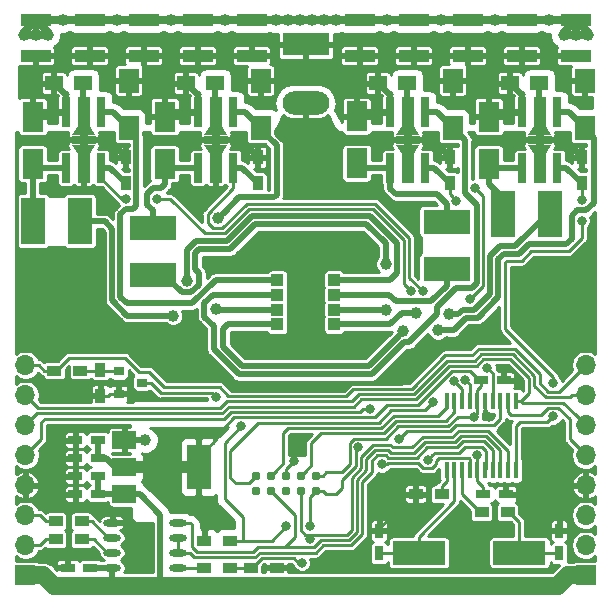
<source format=gtl>
G04 #@! TF.GenerationSoftware,KiCad,Pcbnew,(6.0.0-rc1-dev-1425-g4c184f07a)*
G04 #@! TF.CreationDate,2018-12-24T15:04:36+01:00
G04 #@! TF.ProjectId,led_pixel_stm32f030_cree,6c65645f-7069-4786-956c-5f73746d3332,1.1*
G04 #@! TF.SameCoordinates,Original*
G04 #@! TF.FileFunction,Copper,L1,Top*
G04 #@! TF.FilePolarity,Positive*
%FSLAX46Y46*%
G04 Gerber Fmt 4.6, Leading zero omitted, Abs format (unit mm)*
G04 Created by KiCad (PCBNEW (6.0.0-rc1-dev-1425-g4c184f07a)) date 24.12.2018 15:04:36*
%MOMM*%
%LPD*%
G04 APERTURE LIST*
%ADD10C,0.787400*%
%ADD11R,2.000000X4.000000*%
%ADD12R,0.900000X0.800000*%
%ADD13R,1.200000X0.750000*%
%ADD14R,0.750000X1.200000*%
%ADD15R,1.500000X1.250000*%
%ADD16R,1.800000X2.500000*%
%ADD17O,3.960000X1.980000*%
%ADD18R,3.960000X1.980000*%
%ADD19R,4.000000X2.000000*%
%ADD20R,1.200000X0.900000*%
%ADD21R,0.900000X1.200000*%
%ADD22R,1.700000X2.000000*%
%ADD23R,0.450000X1.450000*%
%ADD24O,1.473200X0.609600*%
%ADD25R,2.000000X1.500000*%
%ADD26R,2.000000X3.800000*%
%ADD27C,0.750000*%
%ADD28C,0.100000*%
%ADD29R,0.700000X2.500000*%
%ADD30R,1.000000X2.500000*%
%ADD31R,2.000000X0.800000*%
%ADD32R,4.500000X2.000000*%
%ADD33O,1.700000X1.700000*%
%ADD34R,1.700000X1.700000*%
%ADD35R,2.500000X1.000000*%
%ADD36C,6.400000*%
%ADD37C,0.600000*%
%ADD38R,1.000000X1.010000*%
%ADD39R,2.780000X4.780000*%
%ADD40C,0.800000*%
%ADD41C,1.000000*%
%ADD42C,0.250000*%
%ADD43C,1.000000*%
%ADD44C,0.500000*%
%ADD45C,0.700000*%
%ADD46C,1.500000*%
%ADD47C,0.254000*%
G04 APERTURE END LIST*
D10*
X147066000Y-114681000D03*
X145796000Y-114681000D03*
X145796000Y-115951000D03*
X147066000Y-115951000D03*
X150876000Y-114681000D03*
X150876000Y-115951000D03*
X149606000Y-114681000D03*
X149606000Y-115951000D03*
X148336000Y-115951000D03*
X148336000Y-114681000D03*
D11*
X130918000Y-93142000D03*
X126918000Y-93142000D03*
D12*
X136166400Y-106807200D03*
X134166400Y-107757200D03*
X134166400Y-105857200D03*
D13*
X129873000Y-122479000D03*
X131773000Y-122479000D03*
X164861200Y-106603800D03*
X166761200Y-106603800D03*
X166954500Y-116256000D03*
X165054500Y-116256000D03*
D14*
X156223000Y-119370000D03*
X156223000Y-121270000D03*
X171463000Y-121270000D03*
X171463000Y-119370000D03*
D13*
X132408000Y-114732000D03*
X130508000Y-114732000D03*
X130508000Y-116256000D03*
X132408000Y-116256000D03*
X130508000Y-113208000D03*
X132408000Y-113208000D03*
X132408000Y-111684000D03*
X130508000Y-111684000D03*
D15*
X169792000Y-81458000D03*
X167292000Y-81458000D03*
X142360000Y-81458000D03*
X139860000Y-81458000D03*
X156116000Y-81458000D03*
X158616000Y-81458000D03*
X131184000Y-81458000D03*
X128684000Y-81458000D03*
D16*
X165494000Y-84284000D03*
X165494000Y-88284000D03*
X138062000Y-88284000D03*
X138062000Y-84284000D03*
X154318000Y-88258600D03*
X154318000Y-84258600D03*
X126886000Y-84284000D03*
X126886000Y-88284000D03*
D17*
X150000000Y-83156000D03*
D18*
X150000000Y-78156000D03*
D11*
X166669000Y-92507000D03*
X170669000Y-92507000D03*
D19*
X137046000Y-97682000D03*
X137046000Y-93682000D03*
X161938000Y-93174000D03*
X161938000Y-97174000D03*
D20*
X159314000Y-116256000D03*
X161514000Y-116256000D03*
X141407000Y-120193000D03*
X143607000Y-120193000D03*
X130932400Y-105791200D03*
X128732400Y-105791200D03*
D21*
X132626400Y-105707200D03*
X132626400Y-107907200D03*
D20*
X143607000Y-122479000D03*
X141407000Y-122479000D03*
X128834000Y-120066000D03*
X131034000Y-120066000D03*
X145344000Y-122479000D03*
X147544000Y-122479000D03*
X128834000Y-118542000D03*
X131034000Y-118542000D03*
D22*
X173622000Y-85236000D03*
X173622000Y-81236000D03*
X146190000Y-81236000D03*
X146190000Y-85236000D03*
X162446000Y-81236000D03*
X162446000Y-85236000D03*
X135014000Y-85236000D03*
X135014000Y-81236000D03*
D21*
X173368000Y-87724000D03*
X173368000Y-89924000D03*
X145936000Y-87724000D03*
X145936000Y-89924000D03*
X162192000Y-89924000D03*
X162192000Y-87724000D03*
X134760000Y-89924000D03*
X134760000Y-87724000D03*
D23*
X161934000Y-108353000D03*
X162584000Y-108353000D03*
X163234000Y-108353000D03*
X163884000Y-108353000D03*
X164534000Y-108353000D03*
X165184000Y-108353000D03*
X165834000Y-108353000D03*
X166484000Y-108353000D03*
X167134000Y-108353000D03*
X167784000Y-108353000D03*
X167784000Y-114253000D03*
X167134000Y-114253000D03*
X166484000Y-114253000D03*
X165834000Y-114253000D03*
X165184000Y-114253000D03*
X164534000Y-114253000D03*
X163884000Y-114253000D03*
X163234000Y-114253000D03*
X162584000Y-114253000D03*
X161934000Y-114253000D03*
D24*
X133617000Y-122479000D03*
X133617000Y-121209000D03*
X133617000Y-119939000D03*
X133617000Y-118669000D03*
X139205000Y-118669000D03*
X139205000Y-119939000D03*
X139205000Y-121209000D03*
X139205000Y-122479000D03*
D25*
X134658000Y-111670000D03*
X134658000Y-116270000D03*
X134658000Y-113970000D03*
D26*
X140958000Y-113970000D03*
D27*
X169812000Y-85504000D03*
D28*
G36*
X168812000Y-85879000D02*
G01*
X169312000Y-85129000D01*
X170312000Y-85129000D01*
X170812000Y-85879000D01*
X168812000Y-85879000D01*
X168812000Y-85879000D01*
G37*
D29*
X168312000Y-83934000D03*
X171312000Y-83934000D03*
X168312000Y-88634000D03*
D30*
X169812000Y-88634000D03*
D29*
X171312000Y-88634000D03*
D30*
X169812000Y-83934000D03*
D27*
X169812000Y-87064000D03*
D28*
G36*
X170812000Y-86689000D02*
G01*
X170312000Y-87439000D01*
X169312000Y-87439000D01*
X168812000Y-86689000D01*
X170812000Y-86689000D01*
X170812000Y-86689000D01*
G37*
D31*
X169812000Y-86284000D03*
D27*
X142380000Y-85504000D03*
D28*
G36*
X141380000Y-85879000D02*
G01*
X141880000Y-85129000D01*
X142880000Y-85129000D01*
X143380000Y-85879000D01*
X141380000Y-85879000D01*
X141380000Y-85879000D01*
G37*
D29*
X140880000Y-83934000D03*
X143880000Y-83934000D03*
X140880000Y-88634000D03*
D30*
X142380000Y-88634000D03*
D29*
X143880000Y-88634000D03*
D30*
X142380000Y-83934000D03*
D27*
X142380000Y-87064000D03*
D28*
G36*
X143380000Y-86689000D02*
G01*
X142880000Y-87439000D01*
X141880000Y-87439000D01*
X141380000Y-86689000D01*
X143380000Y-86689000D01*
X143380000Y-86689000D01*
G37*
D31*
X142380000Y-86284000D03*
D27*
X158636000Y-85504000D03*
D28*
G36*
X157636000Y-85879000D02*
G01*
X158136000Y-85129000D01*
X159136000Y-85129000D01*
X159636000Y-85879000D01*
X157636000Y-85879000D01*
X157636000Y-85879000D01*
G37*
D29*
X157136000Y-83934000D03*
X160136000Y-83934000D03*
X157136000Y-88634000D03*
D30*
X158636000Y-88634000D03*
D29*
X160136000Y-88634000D03*
D30*
X158636000Y-83934000D03*
D27*
X158636000Y-87064000D03*
D28*
G36*
X159636000Y-86689000D02*
G01*
X159136000Y-87439000D01*
X158136000Y-87439000D01*
X157636000Y-86689000D01*
X159636000Y-86689000D01*
X159636000Y-86689000D01*
G37*
D31*
X158636000Y-86284000D03*
D27*
X131204000Y-85504000D03*
D28*
G36*
X130204000Y-85879000D02*
G01*
X130704000Y-85129000D01*
X131704000Y-85129000D01*
X132204000Y-85879000D01*
X130204000Y-85879000D01*
X130204000Y-85879000D01*
G37*
D29*
X129704000Y-83934000D03*
X132704000Y-83934000D03*
X129704000Y-88634000D03*
D30*
X131204000Y-88634000D03*
D29*
X132704000Y-88634000D03*
D30*
X131204000Y-83934000D03*
D27*
X131204000Y-87064000D03*
D28*
G36*
X132204000Y-86689000D02*
G01*
X131704000Y-87439000D01*
X130704000Y-87439000D01*
X130204000Y-86689000D01*
X132204000Y-86689000D01*
X132204000Y-86689000D01*
G37*
D31*
X131204000Y-86284000D03*
D32*
X168093000Y-121209000D03*
X159593000Y-121209000D03*
D20*
X164902000Y-117780000D03*
X167102000Y-117780000D03*
D33*
X126270000Y-105334000D03*
X126270000Y-107874000D03*
X126270000Y-110414000D03*
X126270000Y-112954000D03*
X126270000Y-115494000D03*
X126270000Y-118034000D03*
X126270000Y-120574000D03*
D34*
X126270000Y-123114000D03*
X173730000Y-123114000D03*
D33*
X173730000Y-120574000D03*
X173730000Y-118034000D03*
X173730000Y-115494000D03*
X173730000Y-112954000D03*
X173730000Y-110414000D03*
X173730000Y-107874000D03*
X173730000Y-105334000D03*
D35*
X127140000Y-79148000D03*
X127140000Y-76148000D03*
X131712000Y-76148000D03*
X131712000Y-79148000D03*
X136284000Y-76148000D03*
X136284000Y-79148000D03*
X140856000Y-76148000D03*
X140856000Y-79148000D03*
X145428000Y-76148000D03*
X145428000Y-79148000D03*
X154572000Y-79148000D03*
X154572000Y-76148000D03*
X159144000Y-79148000D03*
X159144000Y-76148000D03*
X163716000Y-79148000D03*
X163716000Y-76148000D03*
X168288000Y-79148000D03*
X168288000Y-76148000D03*
X172860000Y-76148000D03*
X172860000Y-79148000D03*
D36*
X129000000Y-100000000D03*
D37*
X131400000Y-100000000D03*
X130697056Y-101697056D03*
X129000000Y-102400000D03*
X127302944Y-101697056D03*
X126600000Y-100000000D03*
X127302944Y-98302944D03*
X129000000Y-97600000D03*
X130697056Y-98302944D03*
X172697056Y-98302944D03*
X171000000Y-97600000D03*
X169302944Y-98302944D03*
X168600000Y-100000000D03*
X169302944Y-101697056D03*
X171000000Y-102400000D03*
X172697056Y-101697056D03*
X173400000Y-100000000D03*
D36*
X171000000Y-100000000D03*
D38*
X147610000Y-98105000D03*
X147610000Y-99365000D03*
X147610000Y-100625000D03*
X147610000Y-101885000D03*
D39*
X150000000Y-100000000D03*
D38*
X152390000Y-101885000D03*
X152390000Y-100625000D03*
X152390000Y-99365000D03*
X152390000Y-98105000D03*
D40*
X164541491Y-112954012D03*
X164224000Y-109688990D03*
X132220000Y-103048000D03*
X133109000Y-103048000D03*
X133998000Y-103048000D03*
X134887000Y-103048000D03*
X135776000Y-103048000D03*
X136665000Y-103048000D03*
X137554000Y-103048000D03*
X138443000Y-103048000D03*
X139332000Y-103048000D03*
X139967000Y-103683000D03*
X140602000Y-104318000D03*
X141237000Y-104953000D03*
X141872000Y-105588000D03*
X142507000Y-106223000D03*
X166637000Y-103175000D03*
X165621000Y-103175000D03*
X161938000Y-103302000D03*
X161303000Y-103937000D03*
X160668000Y-104572000D03*
X160033000Y-105207000D03*
X159271000Y-105715000D03*
X166916400Y-111099800D03*
X135026400Y-118668800D03*
X167970198Y-106603800D03*
X149047200Y-113436400D03*
X131318000Y-107899200D03*
X148730000Y-122479000D03*
X129883200Y-121437600D03*
D41*
X171844000Y-77394000D03*
X173876000Y-77394000D03*
X172860000Y-77394000D03*
X128156000Y-77394000D03*
X126124000Y-77394000D03*
X127140000Y-77394000D03*
X152540000Y-76148000D03*
X151524000Y-76148000D03*
X150508000Y-76148000D03*
X149492000Y-76148000D03*
X148476000Y-76148000D03*
X147460000Y-76148000D03*
X170574000Y-76124000D03*
X166002000Y-76124000D03*
X161430000Y-76124000D03*
X156858000Y-76124000D03*
X143142000Y-76124000D03*
X138570000Y-76124000D03*
X133998000Y-76124000D03*
X129426000Y-76124000D03*
X136411000Y-111684000D03*
D40*
X157366000Y-118097500D03*
X165494000Y-109688990D03*
X159334500Y-117589500D03*
X168224500Y-116256000D03*
X171463000Y-118034000D03*
X129299000Y-111684000D03*
X129299000Y-113208000D03*
X129299000Y-114732000D03*
X129299000Y-116256000D03*
D41*
X171336000Y-86284000D03*
X168288000Y-86284000D03*
X169812000Y-86284000D03*
X157112000Y-86284000D03*
X160160000Y-86284000D03*
X158636000Y-86284000D03*
X131204000Y-86284000D03*
X132728000Y-86284000D03*
X143904000Y-86284000D03*
X140856000Y-86284000D03*
X129680000Y-86284000D03*
X142380000Y-86284000D03*
X150000000Y-100000000D03*
X150000000Y-98500000D03*
X150000000Y-101500000D03*
X151500000Y-96500000D03*
X153000000Y-96500000D03*
X150000000Y-96500000D03*
X150000000Y-103500000D03*
X151500000Y-103500000D03*
X148500000Y-103500000D03*
X147000000Y-103500000D03*
X153000000Y-103500000D03*
X154500000Y-103500000D03*
X145500000Y-103500000D03*
X145500000Y-96500000D03*
X147000000Y-96500000D03*
X148500000Y-96500000D03*
X154500000Y-96500000D03*
X150750000Y-95500000D03*
X147750000Y-95500000D03*
X152250000Y-95500000D03*
X153750000Y-95500000D03*
X149250000Y-95500000D03*
X146250000Y-95500000D03*
D40*
X150328845Y-120032635D03*
X149669800Y-122047200D03*
X156451600Y-113741400D03*
X154473923Y-112271731D03*
X142417800Y-108026200D03*
X144564825Y-110482243D03*
X148373000Y-118973600D03*
X150331000Y-118968947D03*
X160764267Y-108477084D03*
X160323915Y-113351972D03*
D41*
X142557796Y-92913400D03*
X142380000Y-100609600D03*
X161175587Y-102388013D03*
X158280400Y-102438400D03*
X162166418Y-101013069D03*
X159308800Y-100888800D03*
X156781800Y-100635000D03*
X156781800Y-96774198D03*
X138760200Y-101142800D03*
X139951774Y-98206774D03*
D40*
X157937661Y-111555847D03*
X155435600Y-109017000D03*
X173368000Y-93091200D03*
X173380400Y-91338400D03*
X170942000Y-109683245D03*
X170941994Y-106883200D03*
X163526697Y-106578400D03*
X159893000Y-99060002D03*
X164338000Y-90322400D03*
X162770162Y-91395994D03*
X165379400Y-105562399D03*
X163920000Y-99750000D03*
X162534915Y-106706436D03*
X137388600Y-91262202D03*
X134747000Y-91262200D03*
X158879616Y-99071938D03*
D42*
X164861200Y-106603800D02*
X164636200Y-106603800D01*
X156778517Y-111546730D02*
X154125922Y-111546730D01*
X157822314Y-110502933D02*
X156778517Y-111546730D01*
X156898915Y-108702889D02*
X155855118Y-109746686D01*
X162869032Y-109688990D02*
X162055089Y-110502933D01*
X159513143Y-108702889D02*
X156898915Y-108702889D01*
X164636200Y-106603800D02*
X163885798Y-105853398D01*
X151712175Y-114401600D02*
X151432775Y-114681000D01*
X142208000Y-111820000D02*
X140958000Y-113070000D01*
X163885798Y-105853398D02*
X162362634Y-105853398D01*
X153048200Y-114401600D02*
X151712175Y-114401600D01*
X140958000Y-113070000D02*
X140958000Y-113970000D01*
X162055089Y-110502933D02*
X157822314Y-110502933D01*
X153748922Y-113700878D02*
X153048200Y-114401600D01*
X162362634Y-105853398D02*
X159513143Y-108702889D01*
X153748922Y-111923730D02*
X153748922Y-113700878D01*
X155855118Y-109746686D02*
X143933550Y-109746686D01*
X143933550Y-109746686D02*
X142208000Y-111472236D01*
X151432775Y-114681000D02*
X150876000Y-114681000D01*
X164224000Y-109688990D02*
X162869032Y-109688990D01*
X154125922Y-111546730D02*
X153748922Y-111923730D01*
X142208000Y-111472236D02*
X142208000Y-111820000D01*
X164534000Y-112961503D02*
X164541491Y-112954012D01*
X164534000Y-114253000D02*
X164534000Y-112961503D01*
X164534000Y-108353000D02*
X164534000Y-107449200D01*
X164534000Y-107449200D02*
X164861200Y-107122000D01*
X164861200Y-107122000D02*
X164861200Y-106603800D01*
X140958000Y-118263000D02*
X141407000Y-118712000D01*
X141407000Y-118712000D02*
X141407000Y-119493000D01*
X141407000Y-119493000D02*
X141407000Y-120193000D01*
X140958000Y-113970000D02*
X140958000Y-118263000D01*
X164534000Y-109378990D02*
X164224000Y-109688990D01*
X164534000Y-108353000D02*
X164534000Y-109378990D01*
X165054500Y-116256000D02*
X165054500Y-115631000D01*
X164534000Y-115110500D02*
X164534000Y-114253000D01*
X165054500Y-115631000D02*
X164534000Y-115110500D01*
D43*
X134658000Y-113970000D02*
X140958000Y-113970000D01*
D44*
X133109000Y-113208000D02*
X133871000Y-113970000D01*
X133871000Y-113970000D02*
X134658000Y-113970000D01*
X132408000Y-113208000D02*
X133109000Y-113208000D01*
X132408000Y-113208000D02*
X132408000Y-111684000D01*
D42*
X159271000Y-105715000D02*
X158095410Y-106890590D01*
X158095410Y-106890590D02*
X153827187Y-106890591D01*
X142906999Y-106622999D02*
X142507000Y-106223000D01*
X153827187Y-106890591D02*
X153233968Y-107483810D01*
X153233968Y-107483810D02*
X143767810Y-107483810D01*
X143767810Y-107483810D02*
X142906999Y-106622999D01*
X133998000Y-103048000D02*
X133109000Y-103048000D01*
X135776000Y-103048000D02*
X134887000Y-103048000D01*
X137554000Y-103048000D02*
X136665000Y-103048000D01*
X139332000Y-103048000D02*
X138443000Y-103048000D01*
X140602000Y-104318000D02*
X139967000Y-103683000D01*
X141872000Y-105588000D02*
X141237000Y-104953000D01*
X161938000Y-103302000D02*
X165494000Y-103302000D01*
X165494000Y-103302000D02*
X165621000Y-103175000D01*
X161303000Y-103937000D02*
X161938000Y-103302000D01*
X160033000Y-105207000D02*
X160668000Y-104572000D01*
D44*
X135026400Y-118668800D02*
X135426399Y-119068799D01*
X135426399Y-119068799D02*
X135426399Y-120097399D01*
X133617000Y-118669000D02*
X135026200Y-118669000D01*
X135026200Y-118669000D02*
X135026400Y-118668800D01*
D42*
X149047200Y-113436400D02*
X149047200Y-112870715D01*
X149047200Y-112870715D02*
X149034800Y-112858315D01*
X166761200Y-106603800D02*
X167970198Y-106603800D01*
X148336000Y-114681000D02*
X148336000Y-114147600D01*
X148336000Y-114147600D02*
X149047200Y-113436400D01*
X132626400Y-107907200D02*
X131326000Y-107907200D01*
X131326000Y-107907200D02*
X131318000Y-107899200D01*
X147544000Y-122479000D02*
X148730000Y-122479000D01*
X129873000Y-122479000D02*
X129873000Y-121447800D01*
X129873000Y-121447800D02*
X129883200Y-121437600D01*
D45*
X128156000Y-77394000D02*
X126124000Y-77394000D01*
X128156000Y-77394000D02*
X128156000Y-77164000D01*
X128156000Y-77164000D02*
X127140000Y-76148000D01*
X126124000Y-77394000D02*
X126124000Y-77164000D01*
X126124000Y-77164000D02*
X127140000Y-76148000D01*
X171844000Y-77394000D02*
X173876000Y-77394000D01*
X171844000Y-77394000D02*
X171844000Y-77164000D01*
X171844000Y-77164000D02*
X172860000Y-76148000D01*
X173876000Y-77394000D02*
X173876000Y-77164000D01*
X173876000Y-77164000D02*
X172860000Y-76148000D01*
X172860000Y-76148000D02*
X172860000Y-77394000D01*
X172860000Y-76148000D02*
X170598000Y-76148000D01*
X170598000Y-76148000D02*
X170574000Y-76124000D01*
X168288000Y-76148000D02*
X170550000Y-76148000D01*
X170550000Y-76148000D02*
X170574000Y-76124000D01*
X168288000Y-76148000D02*
X166026000Y-76148000D01*
X166026000Y-76148000D02*
X166002000Y-76124000D01*
X163716000Y-76148000D02*
X165978000Y-76148000D01*
X165978000Y-76148000D02*
X166002000Y-76124000D01*
X163716000Y-76148000D02*
X161454000Y-76148000D01*
X161454000Y-76148000D02*
X161430000Y-76124000D01*
X159144000Y-76148000D02*
X161406000Y-76148000D01*
X161406000Y-76148000D02*
X161430000Y-76124000D01*
X159144000Y-76148000D02*
X156882000Y-76148000D01*
X156882000Y-76148000D02*
X156858000Y-76124000D01*
X154572000Y-76148000D02*
X156834000Y-76148000D01*
X156834000Y-76148000D02*
X156858000Y-76124000D01*
X154572000Y-76148000D02*
X152540000Y-76148000D01*
X152540000Y-76148000D02*
X151524000Y-76148000D01*
X150508000Y-76148000D02*
X151524000Y-76148000D01*
X149492000Y-76148000D02*
X150508000Y-76148000D01*
X148476000Y-76148000D02*
X149492000Y-76148000D01*
X147460000Y-76148000D02*
X148476000Y-76148000D01*
X145428000Y-76148000D02*
X147460000Y-76148000D01*
X145428000Y-76148000D02*
X143166000Y-76148000D01*
X143166000Y-76148000D02*
X143142000Y-76124000D01*
X140856000Y-76148000D02*
X143118000Y-76148000D01*
X143118000Y-76148000D02*
X143142000Y-76124000D01*
X140856000Y-76148000D02*
X138594000Y-76148000D01*
X138594000Y-76148000D02*
X138570000Y-76124000D01*
X136284000Y-76148000D02*
X138546000Y-76148000D01*
X138546000Y-76148000D02*
X138570000Y-76124000D01*
X136284000Y-76148000D02*
X134022000Y-76148000D01*
X134022000Y-76148000D02*
X133998000Y-76124000D01*
X131712000Y-76148000D02*
X133974000Y-76148000D01*
X133974000Y-76148000D02*
X133998000Y-76124000D01*
X131712000Y-76148000D02*
X129450000Y-76148000D01*
X129450000Y-76148000D02*
X129426000Y-76124000D01*
X127140000Y-76148000D02*
X129402000Y-76148000D01*
X129402000Y-76148000D02*
X129426000Y-76124000D01*
D44*
X172860000Y-77394000D02*
X171844000Y-77394000D01*
X172860000Y-77394000D02*
X173876000Y-77394000D01*
X127140000Y-77394000D02*
X128156000Y-77394000D01*
X127140000Y-77394000D02*
X126124000Y-77394000D01*
X127140000Y-76148000D02*
X127140000Y-77394000D01*
X134658000Y-111670000D02*
X136397000Y-111670000D01*
X136397000Y-111670000D02*
X136411000Y-111684000D01*
X169812000Y-87064000D02*
X169812000Y-86284000D01*
X169812000Y-85504000D02*
X169812000Y-86284000D01*
X158636000Y-85504000D02*
X158636000Y-86284000D01*
X142380000Y-85504000D02*
X142380000Y-86284000D01*
X131204000Y-85504000D02*
X131204000Y-86284000D01*
X131204000Y-87064000D02*
X131204000Y-86284000D01*
X131204000Y-88634000D02*
X131204000Y-86284000D01*
X142380000Y-88634000D02*
X142380000Y-86284000D01*
X158636000Y-88634000D02*
X158636000Y-86284000D01*
X169812000Y-83934000D02*
X169812000Y-86284000D01*
X158636000Y-83934000D02*
X158636000Y-86284000D01*
X142380000Y-83934000D02*
X142380000Y-86284000D01*
X131204000Y-83934000D02*
X131204000Y-86284000D01*
D42*
X157270500Y-118097500D02*
X157366000Y-118097500D01*
X156223000Y-119145000D02*
X157270500Y-118097500D01*
X156223000Y-119370000D02*
X156223000Y-119145000D01*
X165184000Y-109378990D02*
X165494000Y-109688990D01*
X165184000Y-108353000D02*
X165184000Y-109378990D01*
X159314000Y-116256000D02*
X159314000Y-117569000D01*
X159314000Y-117569000D02*
X159334500Y-117589500D01*
X166954500Y-116256000D02*
X168224500Y-116256000D01*
X133273400Y-107950200D02*
X132669400Y-107950200D01*
X132669400Y-107950200D02*
X132626400Y-107907200D01*
X134166400Y-107757200D02*
X133466400Y-107757200D01*
X133466400Y-107757200D02*
X133273400Y-107950200D01*
X171463000Y-119370000D02*
X171463000Y-118034000D01*
X130508000Y-111684000D02*
X129299000Y-111684000D01*
X130508000Y-113208000D02*
X129299000Y-113208000D01*
X130508000Y-114732000D02*
X129299000Y-114732000D01*
X130508000Y-116256000D02*
X129299000Y-116256000D01*
D44*
X171928000Y-86284000D02*
X171336000Y-86284000D01*
X169812000Y-86284000D02*
X171336000Y-86284000D01*
X169812000Y-86284000D02*
X168288000Y-86284000D01*
X158636000Y-86284000D02*
X157112000Y-86284000D01*
X160160000Y-86284000D02*
X160752000Y-86284000D01*
X158636000Y-86284000D02*
X160160000Y-86284000D01*
X143904000Y-86284000D02*
X144496000Y-86284000D01*
X142380000Y-86284000D02*
X143904000Y-86284000D01*
X142380000Y-86284000D02*
X140856000Y-86284000D01*
X133320000Y-86284000D02*
X132728000Y-86284000D01*
X132728000Y-86284000D02*
X131204000Y-86284000D01*
X131204000Y-86284000D02*
X129680000Y-86284000D01*
X144496000Y-86284000D02*
X145936000Y-87724000D01*
X160752000Y-86284000D02*
X162192000Y-87724000D01*
X134760000Y-87724000D02*
X133320000Y-86284000D01*
X173368000Y-87724000D02*
X171928000Y-86284000D01*
X169792000Y-81458000D02*
X169792000Y-83914000D01*
X169792000Y-83914000D02*
X169812000Y-83934000D01*
X158616000Y-81458000D02*
X158616000Y-83914000D01*
X158616000Y-83914000D02*
X158636000Y-83934000D01*
X142360000Y-81458000D02*
X142360000Y-83914000D01*
X142360000Y-83914000D02*
X142380000Y-83934000D01*
X131184000Y-81458000D02*
X131184000Y-83914000D01*
X131184000Y-83914000D02*
X131204000Y-83934000D01*
D42*
X159593000Y-121209000D02*
X156284000Y-121209000D01*
X156284000Y-121209000D02*
X156223000Y-121270000D01*
X162584000Y-116880000D02*
X159593000Y-119871000D01*
X159593000Y-119871000D02*
X159593000Y-121209000D01*
X162584000Y-114253000D02*
X162584000Y-116880000D01*
X168093000Y-121209000D02*
X171402000Y-121209000D01*
X171402000Y-121209000D02*
X171463000Y-121270000D01*
X168093000Y-121209000D02*
X168093000Y-118621000D01*
X168093000Y-118621000D02*
X167252000Y-117780000D01*
X167252000Y-117780000D02*
X167102000Y-117780000D01*
D46*
X134633000Y-124003000D02*
X137668000Y-124003000D01*
X137668000Y-124003000D02*
X171336000Y-124003000D01*
D44*
X135955000Y-116270000D02*
X137668000Y-117983000D01*
X137668000Y-117983000D02*
X137668000Y-124003000D01*
X134658000Y-116270000D02*
X135955000Y-116270000D01*
X132408000Y-116256000D02*
X134644000Y-116256000D01*
X134644000Y-116256000D02*
X134658000Y-116270000D01*
X132408000Y-114732000D02*
X132408000Y-116256000D01*
D46*
X132855000Y-124003000D02*
X133744000Y-124003000D01*
X133744000Y-124003000D02*
X134633000Y-124003000D01*
D44*
X133617000Y-122479000D02*
X133617000Y-123876000D01*
X133617000Y-123876000D02*
X133744000Y-124003000D01*
X131773000Y-122479000D02*
X133617000Y-122479000D01*
D46*
X171336000Y-124003000D02*
X172225000Y-123114000D01*
X172225000Y-123114000D02*
X173730000Y-123114000D01*
X126270000Y-123114000D02*
X127775000Y-123114000D01*
X127775000Y-123114000D02*
X128664000Y-124003000D01*
X128664000Y-124003000D02*
X132855000Y-124003000D01*
D44*
X132916000Y-123942000D02*
X132855000Y-124003000D01*
X168312000Y-83934000D02*
X165844000Y-83934000D01*
X165844000Y-83934000D02*
X165494000Y-84284000D01*
X157136000Y-83934000D02*
X154642600Y-83934000D01*
X154642600Y-83934000D02*
X154318000Y-84258600D01*
X129704000Y-83934000D02*
X129704000Y-82478000D01*
X129704000Y-82478000D02*
X128684000Y-81458000D01*
X129704000Y-83934000D02*
X127236000Y-83934000D01*
X127236000Y-83934000D02*
X126886000Y-84284000D01*
X140880000Y-83934000D02*
X138412000Y-83934000D01*
X138412000Y-83934000D02*
X138062000Y-84284000D01*
X140880000Y-83934000D02*
X140880000Y-82478000D01*
X140880000Y-82478000D02*
X139860000Y-81458000D01*
X157136000Y-83934000D02*
X157136000Y-82478000D01*
X157136000Y-82478000D02*
X156116000Y-81458000D01*
X168312000Y-83934000D02*
X168312000Y-82478000D01*
X168312000Y-82478000D02*
X167292000Y-81458000D01*
D42*
X153886200Y-114856178D02*
X153886199Y-119278601D01*
X167134000Y-114253000D02*
X167134000Y-112564268D01*
X155705398Y-112065576D02*
X154699577Y-113071397D01*
X157375603Y-112294177D02*
X157147002Y-112065576D01*
X162427889Y-111402955D02*
X159907645Y-111402955D01*
X165448704Y-110878970D02*
X162951874Y-110878970D01*
X157147002Y-112065576D02*
X155705398Y-112065576D01*
X167134000Y-112564268D02*
X165448704Y-110878970D01*
X153886199Y-119278601D02*
X153470852Y-119693948D01*
X154699577Y-114042802D02*
X153886200Y-114856178D01*
X154699577Y-113071397D02*
X154699577Y-114042802D01*
X162951874Y-110878970D02*
X162427889Y-111402955D01*
X159016423Y-112294177D02*
X157375603Y-112294177D01*
X159907645Y-111402955D02*
X159016423Y-112294177D01*
X153470852Y-119693948D02*
X150355600Y-119693948D01*
X150355600Y-120005880D02*
X150328845Y-120032635D01*
X150355600Y-119693948D02*
X150355600Y-120005880D01*
X145344000Y-122479000D02*
X145494000Y-122479000D01*
X145494000Y-122479000D02*
X146269001Y-121703999D01*
X146269001Y-121703999D02*
X149028001Y-121703999D01*
X149028001Y-121703999D02*
X149371202Y-122047200D01*
X149371202Y-122047200D02*
X149669800Y-122047200D01*
X149982999Y-119693948D02*
X150355600Y-119693948D01*
X149606000Y-115951000D02*
X149606000Y-119316949D01*
X149606000Y-119316949D02*
X149982999Y-119693948D01*
X143607000Y-122479000D02*
X145344000Y-122479000D01*
X145217000Y-122479000D02*
X145367000Y-122479000D01*
X162584000Y-109328000D02*
X161859078Y-110052922D01*
X161859078Y-110052922D02*
X157635914Y-110052922D01*
X151323881Y-111096719D02*
X150482600Y-111938000D01*
X156592117Y-111096719D02*
X151323881Y-111096719D01*
X150482600Y-111938000D02*
X150482600Y-113804400D01*
X149999699Y-114287301D02*
X149606000Y-114681000D01*
X162584000Y-108353000D02*
X162584000Y-109328000D01*
X150482600Y-113804400D02*
X149999699Y-114287301D01*
X157635914Y-110052922D02*
X156592117Y-111096719D01*
X163884000Y-114253000D02*
X163884000Y-113278000D01*
X163884000Y-113278000D02*
X163808999Y-113202999D01*
X163808999Y-113202999D02*
X161308001Y-113202999D01*
X161308001Y-113202999D02*
X161048916Y-113462084D01*
X159529409Y-113644209D02*
X156955191Y-113644209D01*
X161048916Y-113462084D02*
X161048916Y-113699973D01*
X156955191Y-113644209D02*
X156858000Y-113741400D01*
X161048916Y-113699973D02*
X160671916Y-114076973D01*
X160671916Y-114076973D02*
X159962173Y-114076973D01*
X159962173Y-114076973D02*
X159529409Y-113644209D01*
X156858000Y-113741400D02*
X156451600Y-113741400D01*
X152540200Y-116230400D02*
X153048000Y-115722600D01*
X151712175Y-116230400D02*
X152540200Y-116230400D01*
X151432775Y-115951000D02*
X151712175Y-116230400D01*
X153048000Y-115722600D02*
X153048000Y-115038210D01*
X154249566Y-113836644D02*
X154249566Y-112496088D01*
X154249566Y-112496088D02*
X154473923Y-112271731D01*
X150876000Y-115951000D02*
X151432775Y-115951000D01*
X153048000Y-115038210D02*
X154249566Y-113836644D01*
X145783600Y-120193000D02*
X144666000Y-120193000D01*
X144666000Y-120193000D02*
X143607000Y-120193000D01*
X144666000Y-118199200D02*
X144666000Y-120193000D01*
X147153600Y-120193000D02*
X145783600Y-120193000D01*
X143154400Y-111892668D02*
X143154400Y-116687600D01*
X143154400Y-116687600D02*
X144666000Y-118199200D01*
X143154400Y-111892668D02*
X143154402Y-115038012D01*
X136866400Y-106807200D02*
X136166400Y-106807200D01*
X137711789Y-107652589D02*
X136866400Y-106807200D01*
X142044189Y-107652589D02*
X137711789Y-107652589D01*
X142417800Y-108026200D02*
X142044189Y-107652589D01*
X144564825Y-110482243D02*
X143154400Y-111892668D01*
X148373000Y-118973600D02*
X147153600Y-120193000D01*
X150876000Y-115951000D02*
X150331000Y-116496000D01*
X150331000Y-116496000D02*
X150331000Y-118968947D01*
X150676846Y-120757636D02*
X148235754Y-120757636D01*
X148235754Y-120757636D02*
X148234400Y-120758990D01*
X149098000Y-119895390D02*
X148374400Y-120618990D01*
X148374400Y-120618990D02*
X148234400Y-120758990D01*
X153657252Y-120143958D02*
X151290524Y-120143958D01*
X151290524Y-120143958D02*
X150676846Y-120757636D01*
X150676846Y-120757636D02*
X148513046Y-120757636D01*
X148513046Y-120757636D02*
X148374400Y-120618990D01*
X154336209Y-119465001D02*
X153657252Y-120143958D01*
X155149588Y-113257797D02*
X155149588Y-114229202D01*
X157189203Y-112744188D02*
X156960602Y-112515587D01*
X160094045Y-111852966D02*
X159202823Y-112744188D01*
X154336211Y-115042578D02*
X154336211Y-116810198D01*
X166484000Y-112550679D02*
X165262304Y-111328981D01*
X162614289Y-111852966D02*
X160094045Y-111852966D01*
X155149588Y-114229202D02*
X154336211Y-115042578D01*
X156960602Y-112515587D02*
X155891798Y-112515587D01*
X163138274Y-111328981D02*
X162614289Y-111852966D01*
X155891798Y-112515587D02*
X155149588Y-113257797D01*
X166484000Y-114253000D02*
X166484000Y-112550679D01*
X165262304Y-111328981D02*
X163138274Y-111328981D01*
X159202823Y-112744188D02*
X157189203Y-112744188D01*
X154336211Y-116810198D02*
X154336209Y-119465001D01*
X147066000Y-115951000D02*
X149098000Y-117983000D01*
X149098000Y-117983000D02*
X149098000Y-119895390D01*
X148234400Y-120758990D02*
X145936000Y-120758990D01*
X145560190Y-121139990D02*
X140759000Y-121139990D01*
X140348000Y-120728990D02*
X140348000Y-118825400D01*
X140759000Y-121139990D02*
X140348000Y-120728990D01*
X140191600Y-118669000D02*
X139205000Y-118669000D01*
X145936000Y-120758990D02*
X145936000Y-120764180D01*
X145936000Y-120764180D02*
X145560190Y-121139990D01*
X140348000Y-118825400D02*
X140191600Y-118669000D01*
X156219317Y-110196697D02*
X157263114Y-109152900D01*
X143604411Y-112579989D02*
X145987703Y-110196697D01*
X160088451Y-109152900D02*
X160364268Y-108877083D01*
X145987703Y-110196697D02*
X156219317Y-110196697D01*
X157263114Y-109152900D02*
X160088451Y-109152900D01*
X145796000Y-114681000D02*
X145161000Y-115316000D01*
X144068800Y-115316000D02*
X143604411Y-114851611D01*
X143604411Y-114851611D02*
X143604411Y-112579989D01*
X145161000Y-115316000D02*
X144068800Y-115316000D01*
X160364268Y-108877083D02*
X160764267Y-108477084D01*
X165184000Y-114253000D02*
X165266501Y-114170499D01*
X160723914Y-112951973D02*
X160323915Y-113351972D01*
X165266501Y-114170499D02*
X165266501Y-112606002D01*
X162987089Y-112752988D02*
X160922899Y-112752988D01*
X164889504Y-112229003D02*
X163511074Y-112229003D01*
X160922899Y-112752988D02*
X160723914Y-112951973D01*
X165266501Y-112606002D02*
X164889504Y-112229003D01*
X163511074Y-112229003D02*
X162987089Y-112752988D01*
X161934000Y-108353000D02*
X161934000Y-108853000D01*
X161934000Y-108853000D02*
X161184089Y-109602911D01*
X161184089Y-109602911D02*
X157449514Y-109602911D01*
X157449514Y-109602911D02*
X156405717Y-110646708D01*
X156405717Y-110646708D02*
X148522692Y-110646708D01*
X148120400Y-111049000D02*
X148120400Y-113626600D01*
X148522692Y-110646708D02*
X148120400Y-111049000D01*
X148120400Y-113626600D02*
X147459699Y-114287301D01*
X147459699Y-114287301D02*
X147066000Y-114681000D01*
D44*
X165494000Y-88284000D02*
X165494000Y-90034000D01*
X165494000Y-90034000D02*
X166669000Y-91209000D01*
X166669000Y-91209000D02*
X166669000Y-92507000D01*
X168312000Y-88634000D02*
X165844000Y-88634000D01*
X165844000Y-88634000D02*
X165494000Y-88284000D01*
X137044800Y-90348000D02*
X137748000Y-90348000D01*
X137748000Y-90348000D02*
X138062000Y-90034000D01*
X138062000Y-90034000D02*
X138062000Y-88284000D01*
X136609000Y-91745000D02*
X136609000Y-91740604D01*
X136609000Y-91740604D02*
X136538599Y-91670203D01*
X136538599Y-91670203D02*
X136538599Y-90854201D01*
X136538599Y-90854201D02*
X137044800Y-90348000D01*
X137046000Y-93682000D02*
X137046000Y-92182000D01*
X137046000Y-92182000D02*
X136609000Y-91745000D01*
X140880000Y-88634000D02*
X140880000Y-89642000D01*
X140880000Y-88634000D02*
X138412000Y-88634000D01*
X138412000Y-88634000D02*
X138062000Y-88284000D01*
X157136000Y-88634000D02*
X157136000Y-90384000D01*
X157136000Y-90384000D02*
X157607800Y-90855800D01*
X157607800Y-90855800D02*
X161119800Y-90855800D01*
X161119800Y-90855800D02*
X161938000Y-91674000D01*
X161938000Y-91674000D02*
X161938000Y-93174000D01*
X157136000Y-88634000D02*
X157136000Y-89551000D01*
X157136000Y-88634000D02*
X154693400Y-88634000D01*
X154693400Y-88634000D02*
X154318000Y-88258600D01*
X126886000Y-88284000D02*
X126886000Y-93110000D01*
X126886000Y-93110000D02*
X126918000Y-93142000D01*
X129704000Y-88634000D02*
X127236000Y-88634000D01*
X127236000Y-88634000D02*
X126886000Y-88284000D01*
X143880000Y-83934000D02*
X144888000Y-83934000D01*
X144888000Y-83934000D02*
X146190000Y-85236000D01*
X147610000Y-100625000D02*
X142395400Y-100625000D01*
X142395400Y-100625000D02*
X142380000Y-100609600D01*
X144371240Y-91099956D02*
X143057795Y-92413401D01*
X147540000Y-86736000D02*
X147540000Y-90903000D01*
X146190000Y-85386000D02*
X147540000Y-86736000D01*
X147540000Y-90903000D02*
X147343043Y-91099956D01*
X146190000Y-85236000D02*
X146190000Y-85386000D01*
X143057795Y-92413401D02*
X142557796Y-92913400D01*
X147343043Y-91099956D02*
X144371240Y-91099956D01*
X173622000Y-85386000D02*
X173622000Y-85236000D01*
X173622000Y-85386000D02*
X174268001Y-86032001D01*
X171312000Y-83934000D02*
X172320000Y-83934000D01*
X172320000Y-83934000D02*
X173622000Y-85236000D01*
X162192000Y-102388013D02*
X161531600Y-102388013D01*
X161658600Y-102388013D02*
X161175587Y-102388013D01*
X161658600Y-102388013D02*
X162192000Y-102388013D01*
X147610000Y-101885000D02*
X143441400Y-101885000D01*
X144625753Y-105395989D02*
X155322811Y-105395989D01*
X143441400Y-101885000D02*
X143015000Y-102311400D01*
X143015000Y-102311400D02*
X143015000Y-103785236D01*
X157780401Y-102938399D02*
X158280400Y-102438400D01*
X155322811Y-105395989D02*
X157780401Y-102938399D01*
X143015000Y-103785236D02*
X144625753Y-105395989D01*
X172959998Y-92241198D02*
X173758802Y-92241198D01*
X172517998Y-92683198D02*
X172959998Y-92241198D01*
X172517998Y-94626614D02*
X172517998Y-92683198D01*
X172037623Y-95106989D02*
X172517998Y-94626614D01*
X168868974Y-95106989D02*
X172037623Y-95106989D01*
X166767950Y-95931412D02*
X168044551Y-95931412D01*
X173758802Y-92241198D02*
X174371000Y-91629000D01*
X162531950Y-102388013D02*
X163579953Y-101340010D01*
X174371000Y-86135000D02*
X173622000Y-85386000D01*
X161175587Y-102388013D02*
X162531950Y-102388013D01*
X168044551Y-95931412D02*
X168868974Y-95106989D01*
X163579953Y-101340010D02*
X164577955Y-101340010D01*
X164577955Y-101340010D02*
X166315989Y-99601976D01*
X174371000Y-91629000D02*
X174371000Y-86135000D01*
X166315989Y-99601976D02*
X166315989Y-96383373D01*
X166315989Y-96383373D02*
X166767950Y-95931412D01*
X160136000Y-83934000D02*
X161144000Y-83934000D01*
X161144000Y-83934000D02*
X162446000Y-85236000D01*
X162446000Y-85106600D02*
X162446000Y-84956600D01*
X142116996Y-99365000D02*
X147610000Y-99365000D01*
X141429999Y-100051997D02*
X142116996Y-99365000D01*
X141429999Y-101234399D02*
X141429999Y-100051997D01*
X142227600Y-102032000D02*
X141429999Y-101234399D01*
X164052002Y-98806000D02*
X162731963Y-98806000D01*
X164465959Y-98392043D02*
X164052002Y-98806000D01*
X155612762Y-106096000D02*
X144335800Y-106096000D01*
X164465959Y-91759163D02*
X164465959Y-98392043D01*
X163487998Y-90781202D02*
X164465959Y-91759163D01*
X163487998Y-86277998D02*
X163487998Y-90781202D01*
X162446000Y-85236000D02*
X163487998Y-86277998D01*
X144335800Y-106096000D02*
X142227600Y-103987800D01*
X162731963Y-98806000D02*
X161133962Y-100404001D01*
X158320361Y-103388401D02*
X155612762Y-106096000D01*
X142227600Y-103987800D02*
X142227600Y-102032000D01*
X161133962Y-101023636D02*
X161133962Y-100404001D01*
X158769197Y-103388401D02*
X161133962Y-101023636D01*
X158320361Y-103388401D02*
X158769197Y-103388401D01*
X161938000Y-98610000D02*
X161938000Y-97174000D01*
X157044804Y-99365000D02*
X157618603Y-99938799D01*
X152390000Y-99365000D02*
X157044804Y-99365000D01*
X157618603Y-99938799D02*
X160609201Y-99938799D01*
X160609201Y-99938799D02*
X161938000Y-98610000D01*
X165615979Y-96093421D02*
X166477998Y-95231402D01*
X166477998Y-95231402D02*
X167754600Y-95231402D01*
X167754600Y-95231402D02*
X170479002Y-92507000D01*
X170479002Y-92507000D02*
X170669000Y-92507000D01*
X159297600Y-100900000D02*
X159308800Y-100888800D01*
X158133600Y-100888800D02*
X157137400Y-101885000D01*
X159308800Y-100888800D02*
X158133600Y-100888800D01*
X152390000Y-101885000D02*
X157137400Y-101885000D01*
X164288002Y-100640000D02*
X163290000Y-100640000D01*
X165615979Y-96093421D02*
X165615979Y-99312023D01*
X165615979Y-99312023D02*
X164288002Y-100640000D01*
X162916931Y-101013069D02*
X162166418Y-101013069D01*
X163290000Y-100640000D02*
X162916931Y-101013069D01*
X152390000Y-100625000D02*
X156771800Y-100625000D01*
X156771800Y-100625000D02*
X156781800Y-100635000D01*
X156781800Y-95031800D02*
X156781800Y-96774198D01*
X155150000Y-93400000D02*
X156781800Y-95031800D01*
X145748510Y-93400000D02*
X155150000Y-93400000D01*
X143618910Y-95529600D02*
X145748510Y-93400000D01*
X140982362Y-95529600D02*
X143618910Y-95529600D01*
X140651784Y-95860178D02*
X140982362Y-95529600D01*
X140651784Y-97230384D02*
X140651784Y-95860178D01*
X140993552Y-97572152D02*
X140651784Y-97230384D01*
X137046000Y-97682000D02*
X138046000Y-97682000D01*
X140993552Y-98508514D02*
X140993552Y-97572152D01*
X138046000Y-97682000D02*
X139546000Y-99182000D01*
X139546000Y-99182000D02*
X140320066Y-99182000D01*
X140320066Y-99182000D02*
X140993552Y-98508514D01*
X132704000Y-83934000D02*
X133712000Y-83934000D01*
X133712000Y-83934000D02*
X135014000Y-85236000D01*
X135395204Y-92126000D02*
X135660001Y-91861203D01*
X140392031Y-100100000D02*
X134846564Y-100100000D01*
X134760000Y-92126000D02*
X135395204Y-92126000D01*
X135660001Y-91861203D02*
X135660001Y-86032001D01*
X142387031Y-98105000D02*
X140392031Y-100100000D01*
X134317011Y-92568989D02*
X134760000Y-92126000D01*
X135014000Y-85386000D02*
X135014000Y-85236000D01*
X135660001Y-86032001D02*
X135014000Y-85386000D01*
X134317011Y-99570447D02*
X134317011Y-92568989D01*
X147610000Y-98105000D02*
X142387031Y-98105000D01*
X134846564Y-100100000D02*
X134317011Y-99570447D01*
X138760200Y-101142800D02*
X134899400Y-101142800D01*
X134899400Y-101142800D02*
X133617000Y-99860400D01*
X133617000Y-99860400D02*
X133617000Y-93777000D01*
X133617000Y-93777000D02*
X132982000Y-93142000D01*
X132982000Y-93142000D02*
X130918000Y-93142000D01*
X139951774Y-95570223D02*
X139951774Y-97499668D01*
X139951774Y-97499668D02*
X139951774Y-98206774D01*
X145458556Y-92699989D02*
X143340146Y-94818400D01*
X140692408Y-94829589D02*
X139951774Y-95570223D01*
X140703600Y-94818400D02*
X140692408Y-94829589D01*
X143340146Y-94818400D02*
X140703600Y-94818400D01*
X155439954Y-92699989D02*
X145458556Y-92699989D01*
X157737978Y-94998013D02*
X155439954Y-92699989D01*
X157737978Y-97528824D02*
X157737978Y-94998013D01*
X157161802Y-98105000D02*
X157737978Y-97528824D01*
X152390000Y-98105000D02*
X157161802Y-98105000D01*
D42*
X162176232Y-105403390D02*
X159339000Y-108240622D01*
X168259000Y-108353000D02*
X168924378Y-107687622D01*
X154120947Y-108846664D02*
X143484548Y-108846664D01*
X165053623Y-104837399D02*
X164487632Y-105403390D01*
X168924378Y-107687622D02*
X168924378Y-106419208D01*
X142915201Y-109416011D02*
X127267989Y-109416011D01*
X168924378Y-106419208D02*
X167342569Y-104837399D01*
X143484548Y-108846664D02*
X142915201Y-109416011D01*
X167342569Y-104837399D02*
X165053623Y-104837399D01*
X127267989Y-109416011D02*
X127119999Y-109564001D01*
X154726989Y-108240622D02*
X154120947Y-108846664D01*
X127119999Y-109564001D02*
X126270000Y-110414000D01*
X159339000Y-108240622D02*
X154726989Y-108240622D01*
X164487632Y-105403390D02*
X162176232Y-105403390D01*
X172880001Y-109564001D02*
X173730000Y-110414000D01*
X168414224Y-108508224D02*
X171824224Y-108508224D01*
X168259000Y-108353000D02*
X168414224Y-108508224D01*
X171824224Y-108508224D02*
X172880001Y-109564001D01*
X167784000Y-108353000D02*
X168259000Y-108353000D01*
X169824400Y-106889402D02*
X169824400Y-106046408D01*
X136766400Y-105918000D02*
X135890000Y-105918000D01*
X164114832Y-104503368D02*
X161803432Y-104503368D01*
X170543199Y-107608201D02*
X169824400Y-106889402D01*
X161803432Y-104503368D02*
X158966200Y-107340600D01*
X128882400Y-105791200D02*
X128732400Y-105791200D01*
X129974800Y-104698800D02*
X128882400Y-105791200D01*
X135890000Y-105918000D02*
X134670800Y-104698800D01*
X173730000Y-105334000D02*
X171455799Y-107608201D01*
X143463011Y-107941011D02*
X142710000Y-107188000D01*
X154013588Y-107340600D02*
X153413177Y-107941011D01*
X169824400Y-106046408D02*
X167715369Y-103937377D01*
X167715369Y-103937377D02*
X164680823Y-103937377D01*
X164680823Y-103937377D02*
X164114832Y-104503368D01*
X134670800Y-104698800D02*
X129974800Y-104698800D01*
X171455799Y-107608201D02*
X170543199Y-107608201D01*
X138036400Y-107188000D02*
X136766400Y-105918000D01*
X153413177Y-107941011D02*
X143463011Y-107941011D01*
X158966200Y-107340600D02*
X154013588Y-107340600D01*
X142710000Y-107188000D02*
X138036400Y-107188000D01*
X126270000Y-105334000D02*
X127381200Y-105334000D01*
X127381200Y-105334000D02*
X127838400Y-105791200D01*
X127838400Y-105791200D02*
X128732400Y-105791200D01*
X155435600Y-109017000D02*
X154869915Y-109017000D01*
X154869915Y-109017000D02*
X154590240Y-109296675D01*
X143670950Y-109296675D02*
X143101603Y-109866022D01*
X154590240Y-109296675D02*
X143670950Y-109296675D01*
X143101603Y-109866022D02*
X127941978Y-109866022D01*
X127941978Y-109866022D02*
X127622600Y-110185400D01*
X127622600Y-110185400D02*
X127622600Y-111601400D01*
X127622600Y-111601400D02*
X127119999Y-112104001D01*
X127119999Y-112104001D02*
X126270000Y-112954000D01*
X166484000Y-109868500D02*
X165927478Y-110425022D01*
X165927478Y-110425022D02*
X162769411Y-110425022D01*
X162241489Y-110952944D02*
X158540564Y-110952944D01*
X158540564Y-110952944D02*
X158337660Y-111155848D01*
X158337660Y-111155848D02*
X157937661Y-111555847D01*
X162769411Y-110425022D02*
X162241489Y-110952944D01*
X166484000Y-108353000D02*
X166484000Y-109868500D01*
X126270000Y-107874000D02*
X127362000Y-108966000D01*
X154540589Y-107790611D02*
X159152600Y-107790611D01*
X143298148Y-108396653D02*
X153934547Y-108396653D01*
X164867223Y-104387388D02*
X167528969Y-104387388D01*
X170356799Y-108058212D02*
X172343707Y-108058212D01*
X142728801Y-108966000D02*
X143298148Y-108396653D01*
X127362000Y-108966000D02*
X142728801Y-108966000D01*
X167528969Y-104387388D02*
X169374389Y-106232808D01*
X169374389Y-107075802D02*
X170356799Y-108058212D01*
X164301232Y-104953379D02*
X164867223Y-104387388D01*
X172527919Y-107874000D02*
X173730000Y-107874000D01*
X169374389Y-106232808D02*
X169374389Y-107075802D01*
X153934547Y-108396653D02*
X154540589Y-107790611D01*
X172343707Y-108058212D02*
X172527919Y-107874000D01*
X159152600Y-107790611D02*
X161989832Y-104953379D01*
X161989832Y-104953379D02*
X164301232Y-104953379D01*
X173730000Y-112954000D02*
X172352000Y-111576000D01*
X171397639Y-108958235D02*
X170556565Y-108958235D01*
X172352000Y-111576000D02*
X172352000Y-109912596D01*
X172352000Y-109912596D02*
X171397639Y-108958235D01*
X170556565Y-108958235D02*
X169939200Y-109575600D01*
X169939200Y-109575600D02*
X167381600Y-109575600D01*
X167381600Y-109575600D02*
X167134000Y-109328000D01*
X167134000Y-109328000D02*
X167134000Y-108353000D01*
X134166400Y-105857200D02*
X132776400Y-105857200D01*
X132776400Y-105857200D02*
X132626400Y-105707200D01*
X130932400Y-105791200D02*
X132542400Y-105791200D01*
X132542400Y-105791200D02*
X132626400Y-105707200D01*
X161934000Y-114253000D02*
X161934000Y-115180500D01*
X161934000Y-115180500D02*
X161514000Y-115600500D01*
X161514000Y-115600500D02*
X161514000Y-116256000D01*
X161543000Y-116285000D02*
X161514000Y-116256000D01*
X170941994Y-106883200D02*
X170941994Y-106317515D01*
X172275800Y-95682000D02*
X173368000Y-94589800D01*
X170941994Y-106317515D02*
X166891000Y-102266521D01*
X166891000Y-102266521D02*
X166891000Y-96621548D01*
X166891000Y-96621548D02*
X167006126Y-96506422D01*
X167006126Y-96506422D02*
X168282729Y-96506422D01*
X173368000Y-94589800D02*
X173368000Y-93656885D01*
X168282729Y-96506422D02*
X169107151Y-95682000D01*
X169107151Y-95682000D02*
X172275800Y-95682000D01*
X173368000Y-93656885D02*
X173368000Y-93091200D01*
X167784000Y-114253000D02*
X167784000Y-110486200D01*
X167784000Y-110486200D02*
X168110200Y-110160000D01*
X168110200Y-110160000D02*
X170465245Y-110160000D01*
X170465245Y-110160000D02*
X170942000Y-109683245D01*
X173368000Y-89924000D02*
X173368000Y-91326000D01*
X173368000Y-91326000D02*
X173380400Y-91338400D01*
X173368000Y-89924000D02*
X173368000Y-90074000D01*
D44*
X171312000Y-88634000D02*
X172078000Y-88634000D01*
X172078000Y-88634000D02*
X173368000Y-89924000D01*
D42*
X163884000Y-106935703D02*
X163526697Y-106578400D01*
X163884000Y-108353000D02*
X163884000Y-106935703D01*
D44*
X143880000Y-88634000D02*
X144646000Y-88634000D01*
X144646000Y-88634000D02*
X145936000Y-89924000D01*
D42*
X155864531Y-91674967D02*
X145017230Y-91674967D01*
X158763000Y-97930002D02*
X158763000Y-94573436D01*
X158763000Y-94573436D02*
X155864531Y-91674967D01*
X141690000Y-92560194D02*
X143880000Y-90370194D01*
X143880000Y-90134000D02*
X143880000Y-88634000D01*
X141690000Y-93266606D02*
X141690000Y-92560194D01*
X142161794Y-93738400D02*
X141690000Y-93266606D01*
X142953797Y-93738400D02*
X142161794Y-93738400D01*
X145017230Y-91674967D02*
X142953797Y-93738400D01*
X143880000Y-90370194D02*
X143880000Y-90134000D01*
X159893000Y-99060002D02*
X158763000Y-97930002D01*
X165040969Y-91025369D02*
X164737999Y-90722399D01*
X164737999Y-90722399D02*
X164338000Y-90322400D01*
X162192000Y-89924000D02*
X162192000Y-90817832D01*
X162192000Y-90817832D02*
X162370163Y-90995995D01*
X162370163Y-90995995D02*
X162770162Y-91395994D01*
X165834000Y-108353000D02*
X165834000Y-106016999D01*
X165834000Y-106016999D02*
X165379400Y-105562399D01*
D44*
X160136000Y-88634000D02*
X160902000Y-88634000D01*
X160902000Y-88634000D02*
X162192000Y-89924000D01*
D42*
X163921188Y-99750000D02*
X163920000Y-99750000D01*
X165040969Y-98630219D02*
X163921188Y-99750000D01*
X165040969Y-98020000D02*
X165040969Y-98630219D01*
X165040969Y-98020000D02*
X165040969Y-91025369D01*
X162562436Y-106706436D02*
X162534915Y-106706436D01*
X163234000Y-108353000D02*
X163234000Y-107378000D01*
X163234000Y-107378000D02*
X162562436Y-106706436D01*
X132704000Y-89534000D02*
X134432200Y-91262200D01*
X132704000Y-88634000D02*
X132704000Y-89534000D01*
X134432200Y-91262200D02*
X134747000Y-91262200D01*
D44*
X132704000Y-88634000D02*
X133470000Y-88634000D01*
X133470000Y-88634000D02*
X134760000Y-89924000D01*
D42*
X158312989Y-98505311D02*
X158312989Y-94759836D01*
X158312989Y-94759836D02*
X155678131Y-92124978D01*
X155678131Y-92124978D02*
X145203630Y-92124978D01*
X145203630Y-92124978D02*
X143140197Y-94188411D01*
X137954285Y-91262202D02*
X137388600Y-91262202D01*
X138512202Y-91262202D02*
X137954285Y-91262202D01*
X158879616Y-99071938D02*
X158312989Y-98505311D01*
X143140197Y-94188411D02*
X141438411Y-94188411D01*
X141438411Y-94188411D02*
X138512202Y-91262202D01*
X165834000Y-114253000D02*
X165834000Y-112537090D01*
X165834000Y-112537090D02*
X165075904Y-111778992D01*
X150861893Y-121208999D02*
X146127590Y-121209000D01*
X165075904Y-111778992D02*
X163324674Y-111778992D01*
X154786218Y-119651399D02*
X154786218Y-119651402D01*
X163324674Y-111778992D02*
X162800689Y-112302977D01*
X162800689Y-112302977D02*
X160280445Y-112302977D01*
X160280445Y-112302977D02*
X159389223Y-113194199D01*
X154786222Y-115228978D02*
X154786222Y-119651398D01*
X159389223Y-113194199D02*
X157002803Y-113194199D01*
X140191600Y-121209000D02*
X139205000Y-121209000D01*
X157002803Y-113194199D02*
X156774202Y-112965598D01*
X156774202Y-112965598D02*
X156078198Y-112965598D01*
X156078198Y-112965598D02*
X155599599Y-113444197D01*
X155599599Y-113444197D02*
X155599599Y-114415601D01*
X151476924Y-120593968D02*
X150861893Y-121208999D01*
X154786222Y-119651398D02*
X154786218Y-119651399D01*
X155599599Y-114415601D02*
X154786222Y-115228978D01*
X154786218Y-119651402D02*
X153843652Y-120593968D01*
X153843652Y-120593968D02*
X151476924Y-120593968D01*
X146127590Y-121209000D02*
X145746590Y-121590000D01*
X145746590Y-121590000D02*
X140572600Y-121590000D01*
X140572600Y-121590000D02*
X140191600Y-121209000D01*
X139205000Y-119939000D02*
X139205000Y-121209000D01*
X126270000Y-120574000D02*
X127472081Y-120574000D01*
X127472081Y-120574000D02*
X127980081Y-120066000D01*
X127980081Y-120066000D02*
X128834000Y-120066000D01*
X126270000Y-118034000D02*
X127472081Y-118034000D01*
X127472081Y-118034000D02*
X127980081Y-118542000D01*
X127980081Y-118542000D02*
X128834000Y-118542000D01*
X163234000Y-114253000D02*
X163234000Y-116262000D01*
X163234000Y-116262000D02*
X164752000Y-117780000D01*
X164752000Y-117780000D02*
X164902000Y-117780000D01*
X141407000Y-122479000D02*
X139205000Y-122479000D01*
X131034000Y-120066000D02*
X132042200Y-120066000D01*
X132042200Y-120066000D02*
X133185200Y-121209000D01*
X133185200Y-121209000D02*
X133617000Y-121209000D01*
X131034000Y-118542000D02*
X131884000Y-118542000D01*
X131884000Y-118542000D02*
X133281000Y-119939000D01*
X133281000Y-119939000D02*
X133617000Y-119939000D01*
D47*
G36*
X142669930Y-111302337D02*
G01*
X142606471Y-111344739D01*
X142438496Y-111596132D01*
X142429149Y-111643123D01*
X142317698Y-111531673D01*
X142084309Y-111435000D01*
X141243750Y-111435000D01*
X141085000Y-111593750D01*
X141085000Y-113843000D01*
X141105000Y-113843000D01*
X141105000Y-114097000D01*
X141085000Y-114097000D01*
X141085000Y-116346250D01*
X141243750Y-116505000D01*
X142084309Y-116505000D01*
X142317698Y-116408327D01*
X142394401Y-116331625D01*
X142394401Y-116612748D01*
X142379512Y-116687600D01*
X142438497Y-116984137D01*
X142548888Y-117149348D01*
X142606472Y-117235529D01*
X142669928Y-117277929D01*
X143906000Y-118514002D01*
X143906000Y-119095560D01*
X143007000Y-119095560D01*
X142759235Y-119144843D01*
X142549191Y-119285191D01*
X142508346Y-119346320D01*
X142366698Y-119204673D01*
X142133309Y-119108000D01*
X141692750Y-119108000D01*
X141534000Y-119266750D01*
X141534000Y-120066000D01*
X141554000Y-120066000D01*
X141554000Y-120320000D01*
X141534000Y-120320000D01*
X141534000Y-120340000D01*
X141280000Y-120340000D01*
X141280000Y-120320000D01*
X141260000Y-120320000D01*
X141260000Y-120066000D01*
X141280000Y-120066000D01*
X141280000Y-119266750D01*
X141121250Y-119108000D01*
X141108000Y-119108000D01*
X141108000Y-118900246D01*
X141122888Y-118825399D01*
X141108000Y-118750552D01*
X141108000Y-118750548D01*
X141063904Y-118528863D01*
X140895929Y-118277471D01*
X140832470Y-118235069D01*
X140781931Y-118184530D01*
X140739529Y-118121071D01*
X140488137Y-117953096D01*
X140266452Y-117909000D01*
X140266447Y-117909000D01*
X140191600Y-117894112D01*
X140173947Y-117897623D01*
X140003491Y-117783728D01*
X139729359Y-117729200D01*
X138680641Y-117729200D01*
X138525974Y-117759965D01*
X138501652Y-117637690D01*
X138398489Y-117483296D01*
X138355424Y-117418845D01*
X138355423Y-117418844D01*
X138306049Y-117344951D01*
X138232156Y-117295577D01*
X136642425Y-115705847D01*
X136593049Y-115631951D01*
X136300310Y-115436348D01*
X136288327Y-115433964D01*
X136256157Y-115272235D01*
X136155073Y-115120953D01*
X136196327Y-115079699D01*
X136293000Y-114846310D01*
X136293000Y-114255750D01*
X139323000Y-114255750D01*
X139323000Y-115996310D01*
X139419673Y-116229699D01*
X139598302Y-116408327D01*
X139831691Y-116505000D01*
X140672250Y-116505000D01*
X140831000Y-116346250D01*
X140831000Y-114097000D01*
X139481750Y-114097000D01*
X139323000Y-114255750D01*
X136293000Y-114255750D01*
X136134250Y-114097000D01*
X135938913Y-114097000D01*
X135937162Y-113843000D01*
X136134250Y-113843000D01*
X136293000Y-113684250D01*
X136293000Y-113093690D01*
X136196327Y-112860301D01*
X136155073Y-112819047D01*
X136161636Y-112809225D01*
X136185234Y-112819000D01*
X136636766Y-112819000D01*
X137053926Y-112646207D01*
X137373207Y-112326926D01*
X137531948Y-111943690D01*
X139323000Y-111943690D01*
X139323000Y-113684250D01*
X139481750Y-113843000D01*
X140831000Y-113843000D01*
X140831000Y-111593750D01*
X140672250Y-111435000D01*
X139831691Y-111435000D01*
X139598302Y-111531673D01*
X139419673Y-111710301D01*
X139323000Y-111943690D01*
X137531948Y-111943690D01*
X137546000Y-111909766D01*
X137546000Y-111458234D01*
X137373207Y-111041074D01*
X137053926Y-110721793D01*
X136822714Y-110626022D01*
X143026756Y-110626022D01*
X143101603Y-110640910D01*
X143176450Y-110626022D01*
X143176455Y-110626022D01*
X143388404Y-110583863D01*
X142669930Y-111302337D01*
X142669930Y-111302337D01*
G37*
X142669930Y-111302337D02*
X142606471Y-111344739D01*
X142438496Y-111596132D01*
X142429149Y-111643123D01*
X142317698Y-111531673D01*
X142084309Y-111435000D01*
X141243750Y-111435000D01*
X141085000Y-111593750D01*
X141085000Y-113843000D01*
X141105000Y-113843000D01*
X141105000Y-114097000D01*
X141085000Y-114097000D01*
X141085000Y-116346250D01*
X141243750Y-116505000D01*
X142084309Y-116505000D01*
X142317698Y-116408327D01*
X142394401Y-116331625D01*
X142394401Y-116612748D01*
X142379512Y-116687600D01*
X142438497Y-116984137D01*
X142548888Y-117149348D01*
X142606472Y-117235529D01*
X142669928Y-117277929D01*
X143906000Y-118514002D01*
X143906000Y-119095560D01*
X143007000Y-119095560D01*
X142759235Y-119144843D01*
X142549191Y-119285191D01*
X142508346Y-119346320D01*
X142366698Y-119204673D01*
X142133309Y-119108000D01*
X141692750Y-119108000D01*
X141534000Y-119266750D01*
X141534000Y-120066000D01*
X141554000Y-120066000D01*
X141554000Y-120320000D01*
X141534000Y-120320000D01*
X141534000Y-120340000D01*
X141280000Y-120340000D01*
X141280000Y-120320000D01*
X141260000Y-120320000D01*
X141260000Y-120066000D01*
X141280000Y-120066000D01*
X141280000Y-119266750D01*
X141121250Y-119108000D01*
X141108000Y-119108000D01*
X141108000Y-118900246D01*
X141122888Y-118825399D01*
X141108000Y-118750552D01*
X141108000Y-118750548D01*
X141063904Y-118528863D01*
X140895929Y-118277471D01*
X140832470Y-118235069D01*
X140781931Y-118184530D01*
X140739529Y-118121071D01*
X140488137Y-117953096D01*
X140266452Y-117909000D01*
X140266447Y-117909000D01*
X140191600Y-117894112D01*
X140173947Y-117897623D01*
X140003491Y-117783728D01*
X139729359Y-117729200D01*
X138680641Y-117729200D01*
X138525974Y-117759965D01*
X138501652Y-117637690D01*
X138398489Y-117483296D01*
X138355424Y-117418845D01*
X138355423Y-117418844D01*
X138306049Y-117344951D01*
X138232156Y-117295577D01*
X136642425Y-115705847D01*
X136593049Y-115631951D01*
X136300310Y-115436348D01*
X136288327Y-115433964D01*
X136256157Y-115272235D01*
X136155073Y-115120953D01*
X136196327Y-115079699D01*
X136293000Y-114846310D01*
X136293000Y-114255750D01*
X139323000Y-114255750D01*
X139323000Y-115996310D01*
X139419673Y-116229699D01*
X139598302Y-116408327D01*
X139831691Y-116505000D01*
X140672250Y-116505000D01*
X140831000Y-116346250D01*
X140831000Y-114097000D01*
X139481750Y-114097000D01*
X139323000Y-114255750D01*
X136293000Y-114255750D01*
X136134250Y-114097000D01*
X135938913Y-114097000D01*
X135937162Y-113843000D01*
X136134250Y-113843000D01*
X136293000Y-113684250D01*
X136293000Y-113093690D01*
X136196327Y-112860301D01*
X136155073Y-112819047D01*
X136161636Y-112809225D01*
X136185234Y-112819000D01*
X136636766Y-112819000D01*
X137053926Y-112646207D01*
X137373207Y-112326926D01*
X137531948Y-111943690D01*
X139323000Y-111943690D01*
X139323000Y-113684250D01*
X139481750Y-113843000D01*
X140831000Y-113843000D01*
X140831000Y-111593750D01*
X140672250Y-111435000D01*
X139831691Y-111435000D01*
X139598302Y-111531673D01*
X139419673Y-111710301D01*
X139323000Y-111943690D01*
X137531948Y-111943690D01*
X137546000Y-111909766D01*
X137546000Y-111458234D01*
X137373207Y-111041074D01*
X137053926Y-110721793D01*
X136822714Y-110626022D01*
X143026756Y-110626022D01*
X143101603Y-110640910D01*
X143176450Y-110626022D01*
X143176455Y-110626022D01*
X143388404Y-110583863D01*
X142669930Y-111302337D01*
G36*
X135152357Y-110539000D02*
G01*
X134880250Y-110539000D01*
X134785000Y-110634250D01*
X134785000Y-111543000D01*
X134805000Y-111543000D01*
X134805000Y-111797000D01*
X134785000Y-111797000D01*
X134785000Y-112705750D01*
X134880250Y-112801000D01*
X135167957Y-112801000D01*
X135168168Y-112831536D01*
X133658000Y-112831536D01*
X133630395Y-112837027D01*
X133599133Y-112805765D01*
X133595949Y-112801000D01*
X134435750Y-112801000D01*
X134531000Y-112705750D01*
X134531000Y-111797000D01*
X134511000Y-111797000D01*
X134511000Y-111543000D01*
X134531000Y-111543000D01*
X134531000Y-110634250D01*
X134435750Y-110539000D01*
X133582214Y-110539000D01*
X133442180Y-110597004D01*
X133335004Y-110704181D01*
X133277000Y-110844215D01*
X133277000Y-111030515D01*
X133156659Y-110950106D01*
X133008000Y-110920536D01*
X131808000Y-110920536D01*
X131659341Y-110950106D01*
X131533314Y-111034314D01*
X131455099Y-111151371D01*
X131430996Y-111093181D01*
X131323820Y-110986004D01*
X131183786Y-110928000D01*
X130730250Y-110928000D01*
X130635000Y-111023250D01*
X130635000Y-111557000D01*
X130655000Y-111557000D01*
X130655000Y-111811000D01*
X130635000Y-111811000D01*
X130635000Y-112344750D01*
X130730250Y-112440000D01*
X131183786Y-112440000D01*
X131323820Y-112381996D01*
X131430996Y-112274819D01*
X131455099Y-112216629D01*
X131533314Y-112333686D01*
X131659341Y-112417894D01*
X131777001Y-112441298D01*
X131777000Y-112450702D01*
X131659341Y-112474106D01*
X131533314Y-112558314D01*
X131455099Y-112675371D01*
X131430996Y-112617181D01*
X131323820Y-112510004D01*
X131183786Y-112452000D01*
X130730250Y-112452000D01*
X130635000Y-112547250D01*
X130635000Y-113081000D01*
X130655000Y-113081000D01*
X130655000Y-113335000D01*
X130635000Y-113335000D01*
X130635000Y-113868750D01*
X130730250Y-113964000D01*
X131183786Y-113964000D01*
X131323820Y-113905996D01*
X131430996Y-113798819D01*
X131455099Y-113740629D01*
X131533314Y-113857686D01*
X131659341Y-113941894D01*
X131800640Y-113970000D01*
X131659341Y-113998106D01*
X131533314Y-114082314D01*
X131455099Y-114199371D01*
X131430996Y-114141181D01*
X131323820Y-114034004D01*
X131183786Y-113976000D01*
X130730250Y-113976000D01*
X130635000Y-114071250D01*
X130635000Y-114605000D01*
X130655000Y-114605000D01*
X130655000Y-114859000D01*
X130635000Y-114859000D01*
X130635000Y-115392750D01*
X130730250Y-115488000D01*
X131183786Y-115488000D01*
X131323820Y-115429996D01*
X131430996Y-115322819D01*
X131455099Y-115264629D01*
X131533314Y-115381686D01*
X131659341Y-115465894D01*
X131777000Y-115489298D01*
X131777001Y-115498702D01*
X131659341Y-115522106D01*
X131533314Y-115606314D01*
X131455099Y-115723371D01*
X131430996Y-115665181D01*
X131323820Y-115558004D01*
X131183786Y-115500000D01*
X130730250Y-115500000D01*
X130635000Y-115595250D01*
X130635000Y-116129000D01*
X130655000Y-116129000D01*
X130655000Y-116383000D01*
X130635000Y-116383000D01*
X130635000Y-116916750D01*
X130730250Y-117012000D01*
X131183786Y-117012000D01*
X131323820Y-116953996D01*
X131430996Y-116846819D01*
X131455099Y-116788629D01*
X131533314Y-116905686D01*
X131659341Y-116989894D01*
X131808000Y-117019464D01*
X133008000Y-117019464D01*
X133156659Y-116989894D01*
X133269536Y-116914472D01*
X133269536Y-117020000D01*
X133299106Y-117168659D01*
X133383314Y-117294686D01*
X133509341Y-117378894D01*
X133658000Y-117408464D01*
X135199733Y-117408464D01*
X135204515Y-118101879D01*
X135252836Y-118340504D01*
X135390487Y-118546513D01*
X135596496Y-118684164D01*
X135839500Y-118732500D01*
X137037000Y-118732500D01*
X137037001Y-122872000D01*
X134611010Y-122872000D01*
X134694809Y-122746586D01*
X134748035Y-122479000D01*
X134694809Y-122211414D01*
X134543234Y-121984566D01*
X134332862Y-121844000D01*
X134543234Y-121703434D01*
X134694809Y-121476586D01*
X134748035Y-121209000D01*
X134694809Y-120941414D01*
X134543234Y-120714566D01*
X134332862Y-120574000D01*
X134543234Y-120433434D01*
X134694809Y-120206586D01*
X134748035Y-119939000D01*
X134694809Y-119671414D01*
X134543234Y-119444566D01*
X134321771Y-119296589D01*
X134428577Y-119253996D01*
X134623536Y-119064131D01*
X134694574Y-118899864D01*
X134625532Y-118796000D01*
X133744000Y-118796000D01*
X133744000Y-118816000D01*
X133490000Y-118816000D01*
X133490000Y-118796000D01*
X133470000Y-118796000D01*
X133470000Y-118542000D01*
X133490000Y-118542000D01*
X133490000Y-117983200D01*
X133744000Y-117983200D01*
X133744000Y-118542000D01*
X134625532Y-118542000D01*
X134694574Y-118438136D01*
X134623536Y-118273869D01*
X134428577Y-118084004D01*
X134175800Y-117983200D01*
X133744000Y-117983200D01*
X133490000Y-117983200D01*
X133058200Y-117983200D01*
X132805423Y-118084004D01*
X132610464Y-118273869D01*
X132539426Y-118438136D01*
X132608467Y-118541998D01*
X132599589Y-118541998D01*
X132277039Y-118219447D01*
X132248806Y-118177194D01*
X132081431Y-118065359D01*
X132014517Y-118052049D01*
X131992894Y-117943341D01*
X131908686Y-117817314D01*
X131782659Y-117733106D01*
X131634000Y-117703536D01*
X130434000Y-117703536D01*
X130285341Y-117733106D01*
X130159314Y-117817314D01*
X130075106Y-117943341D01*
X130045536Y-118092000D01*
X130045536Y-118992000D01*
X130075106Y-119140659D01*
X130159314Y-119266686D01*
X130215159Y-119304000D01*
X130159314Y-119341314D01*
X130075106Y-119467341D01*
X130045536Y-119616000D01*
X130045536Y-120516000D01*
X130075106Y-120664659D01*
X130159314Y-120790686D01*
X130285341Y-120874894D01*
X130434000Y-120904464D01*
X131634000Y-120904464D01*
X131782659Y-120874894D01*
X131908686Y-120790686D01*
X131965807Y-120705198D01*
X132490026Y-121229418D01*
X132539191Y-121476586D01*
X132690766Y-121703434D01*
X132901138Y-121844000D01*
X132895151Y-121848000D01*
X132660172Y-121848000D01*
X132647686Y-121829314D01*
X132521659Y-121745106D01*
X132373000Y-121715536D01*
X131173000Y-121715536D01*
X131024341Y-121745106D01*
X130898314Y-121829314D01*
X130820099Y-121946371D01*
X130795996Y-121888181D01*
X130688820Y-121781004D01*
X130548786Y-121723000D01*
X130095250Y-121723000D01*
X130000000Y-121818250D01*
X130000000Y-122352000D01*
X130020000Y-122352000D01*
X130020000Y-122606000D01*
X130000000Y-122606000D01*
X130000000Y-122626000D01*
X129746000Y-122626000D01*
X129746000Y-122606000D01*
X128987250Y-122606000D01*
X128926863Y-122666387D01*
X128653503Y-122393028D01*
X128590405Y-122298595D01*
X128216294Y-122048622D01*
X128113702Y-122028215D01*
X128892000Y-122028215D01*
X128892000Y-122256750D01*
X128987250Y-122352000D01*
X129746000Y-122352000D01*
X129746000Y-121818250D01*
X129650750Y-121723000D01*
X129197214Y-121723000D01*
X129057180Y-121781004D01*
X128950004Y-121888181D01*
X128892000Y-122028215D01*
X128113702Y-122028215D01*
X127886391Y-121983000D01*
X127886386Y-121983000D01*
X127775000Y-121960844D01*
X127663614Y-121983000D01*
X127385236Y-121983000D01*
X127268659Y-121905106D01*
X127120000Y-121875536D01*
X125481000Y-121875536D01*
X125481000Y-121527317D01*
X125789688Y-121733576D01*
X126148761Y-121805000D01*
X126391239Y-121805000D01*
X126750312Y-121733576D01*
X127157501Y-121461501D01*
X127412412Y-121080000D01*
X127422247Y-121080000D01*
X127472081Y-121089913D01*
X127521915Y-121080000D01*
X127521916Y-121080000D01*
X127669512Y-121050641D01*
X127836887Y-120938806D01*
X127865119Y-120896553D01*
X127966311Y-120795361D01*
X128085341Y-120874894D01*
X128234000Y-120904464D01*
X129434000Y-120904464D01*
X129582659Y-120874894D01*
X129708686Y-120790686D01*
X129792894Y-120664659D01*
X129822464Y-120516000D01*
X129822464Y-119616000D01*
X129792894Y-119467341D01*
X129708686Y-119341314D01*
X129652841Y-119304000D01*
X129708686Y-119266686D01*
X129792894Y-119140659D01*
X129822464Y-118992000D01*
X129822464Y-118092000D01*
X129792894Y-117943341D01*
X129708686Y-117817314D01*
X129582659Y-117733106D01*
X129434000Y-117703536D01*
X128234000Y-117703536D01*
X128085341Y-117733106D01*
X127966311Y-117812639D01*
X127865119Y-117711447D01*
X127836887Y-117669194D01*
X127669512Y-117557359D01*
X127521916Y-117528000D01*
X127521915Y-117528000D01*
X127472081Y-117518087D01*
X127422247Y-117528000D01*
X127412412Y-117528000D01*
X127157501Y-117146499D01*
X126750312Y-116874424D01*
X126391239Y-116803000D01*
X126148761Y-116803000D01*
X125789688Y-116874424D01*
X125481000Y-117080683D01*
X125481000Y-116425093D01*
X125521944Y-116471652D01*
X125953018Y-116683501D01*
X126143000Y-116623193D01*
X126143000Y-115621000D01*
X126397000Y-115621000D01*
X126397000Y-116623193D01*
X126586982Y-116683501D01*
X127004630Y-116478250D01*
X129527000Y-116478250D01*
X129527000Y-116706785D01*
X129585004Y-116846819D01*
X129692180Y-116953996D01*
X129832214Y-117012000D01*
X130285750Y-117012000D01*
X130381000Y-116916750D01*
X130381000Y-116383000D01*
X129622250Y-116383000D01*
X129527000Y-116478250D01*
X127004630Y-116478250D01*
X127018056Y-116471652D01*
X127335245Y-116110964D01*
X127459489Y-115810980D01*
X127457643Y-115805215D01*
X129527000Y-115805215D01*
X129527000Y-116033750D01*
X129622250Y-116129000D01*
X130381000Y-116129000D01*
X130381000Y-115595250D01*
X130285750Y-115500000D01*
X129832214Y-115500000D01*
X129692180Y-115558004D01*
X129585004Y-115665181D01*
X129527000Y-115805215D01*
X127457643Y-115805215D01*
X127398627Y-115621000D01*
X126397000Y-115621000D01*
X126143000Y-115621000D01*
X126123000Y-115621000D01*
X126123000Y-115367000D01*
X126143000Y-115367000D01*
X126143000Y-114364807D01*
X126397000Y-114364807D01*
X126397000Y-115367000D01*
X127398627Y-115367000D01*
X127459489Y-115177020D01*
X127367225Y-114954250D01*
X129527000Y-114954250D01*
X129527000Y-115182785D01*
X129585004Y-115322819D01*
X129692180Y-115429996D01*
X129832214Y-115488000D01*
X130285750Y-115488000D01*
X130381000Y-115392750D01*
X130381000Y-114859000D01*
X129622250Y-114859000D01*
X129527000Y-114954250D01*
X127367225Y-114954250D01*
X127335245Y-114877036D01*
X127018056Y-114516348D01*
X126586982Y-114304499D01*
X126397000Y-114364807D01*
X126143000Y-114364807D01*
X125953018Y-114304499D01*
X125521944Y-114516348D01*
X125481000Y-114562907D01*
X125481000Y-114281215D01*
X129527000Y-114281215D01*
X129527000Y-114509750D01*
X129622250Y-114605000D01*
X130381000Y-114605000D01*
X130381000Y-114071250D01*
X130285750Y-113976000D01*
X129832214Y-113976000D01*
X129692180Y-114034004D01*
X129585004Y-114141181D01*
X129527000Y-114281215D01*
X125481000Y-114281215D01*
X125481000Y-113907317D01*
X125789688Y-114113576D01*
X126148761Y-114185000D01*
X126391239Y-114185000D01*
X126750312Y-114113576D01*
X127157501Y-113841501D01*
X127429576Y-113434312D01*
X127430383Y-113430250D01*
X129527000Y-113430250D01*
X129527000Y-113658785D01*
X129585004Y-113798819D01*
X129692180Y-113905996D01*
X129832214Y-113964000D01*
X130285750Y-113964000D01*
X130381000Y-113868750D01*
X130381000Y-113335000D01*
X129622250Y-113335000D01*
X129527000Y-113430250D01*
X127430383Y-113430250D01*
X127525116Y-112954000D01*
X127485973Y-112757215D01*
X129527000Y-112757215D01*
X129527000Y-112985750D01*
X129622250Y-113081000D01*
X130381000Y-113081000D01*
X130381000Y-112547250D01*
X130285750Y-112452000D01*
X129832214Y-112452000D01*
X129692180Y-112510004D01*
X129585004Y-112617181D01*
X129527000Y-112757215D01*
X127485973Y-112757215D01*
X127435603Y-112503989D01*
X127513033Y-112426559D01*
X127513035Y-112426556D01*
X127945155Y-111994437D01*
X127987406Y-111966206D01*
X128027466Y-111906250D01*
X129527000Y-111906250D01*
X129527000Y-112134785D01*
X129585004Y-112274819D01*
X129692180Y-112381996D01*
X129832214Y-112440000D01*
X130285750Y-112440000D01*
X130381000Y-112344750D01*
X130381000Y-111811000D01*
X129622250Y-111811000D01*
X129527000Y-111906250D01*
X128027466Y-111906250D01*
X128099241Y-111798831D01*
X128128600Y-111651235D01*
X128138513Y-111601401D01*
X128128600Y-111551567D01*
X128128600Y-111233215D01*
X129527000Y-111233215D01*
X129527000Y-111461750D01*
X129622250Y-111557000D01*
X130381000Y-111557000D01*
X130381000Y-111023250D01*
X130285750Y-110928000D01*
X129832214Y-110928000D01*
X129692180Y-110986004D01*
X129585004Y-111093181D01*
X129527000Y-111233215D01*
X128128600Y-111233215D01*
X128128600Y-110394991D01*
X128151569Y-110372022D01*
X135151206Y-110372022D01*
X135152357Y-110539000D01*
X135152357Y-110539000D01*
G37*
X135152357Y-110539000D02*
X134880250Y-110539000D01*
X134785000Y-110634250D01*
X134785000Y-111543000D01*
X134805000Y-111543000D01*
X134805000Y-111797000D01*
X134785000Y-111797000D01*
X134785000Y-112705750D01*
X134880250Y-112801000D01*
X135167957Y-112801000D01*
X135168168Y-112831536D01*
X133658000Y-112831536D01*
X133630395Y-112837027D01*
X133599133Y-112805765D01*
X133595949Y-112801000D01*
X134435750Y-112801000D01*
X134531000Y-112705750D01*
X134531000Y-111797000D01*
X134511000Y-111797000D01*
X134511000Y-111543000D01*
X134531000Y-111543000D01*
X134531000Y-110634250D01*
X134435750Y-110539000D01*
X133582214Y-110539000D01*
X133442180Y-110597004D01*
X133335004Y-110704181D01*
X133277000Y-110844215D01*
X133277000Y-111030515D01*
X133156659Y-110950106D01*
X133008000Y-110920536D01*
X131808000Y-110920536D01*
X131659341Y-110950106D01*
X131533314Y-111034314D01*
X131455099Y-111151371D01*
X131430996Y-111093181D01*
X131323820Y-110986004D01*
X131183786Y-110928000D01*
X130730250Y-110928000D01*
X130635000Y-111023250D01*
X130635000Y-111557000D01*
X130655000Y-111557000D01*
X130655000Y-111811000D01*
X130635000Y-111811000D01*
X130635000Y-112344750D01*
X130730250Y-112440000D01*
X131183786Y-112440000D01*
X131323820Y-112381996D01*
X131430996Y-112274819D01*
X131455099Y-112216629D01*
X131533314Y-112333686D01*
X131659341Y-112417894D01*
X131777001Y-112441298D01*
X131777000Y-112450702D01*
X131659341Y-112474106D01*
X131533314Y-112558314D01*
X131455099Y-112675371D01*
X131430996Y-112617181D01*
X131323820Y-112510004D01*
X131183786Y-112452000D01*
X130730250Y-112452000D01*
X130635000Y-112547250D01*
X130635000Y-113081000D01*
X130655000Y-113081000D01*
X130655000Y-113335000D01*
X130635000Y-113335000D01*
X130635000Y-113868750D01*
X130730250Y-113964000D01*
X131183786Y-113964000D01*
X131323820Y-113905996D01*
X131430996Y-113798819D01*
X131455099Y-113740629D01*
X131533314Y-113857686D01*
X131659341Y-113941894D01*
X131800640Y-113970000D01*
X131659341Y-113998106D01*
X131533314Y-114082314D01*
X131455099Y-114199371D01*
X131430996Y-114141181D01*
X131323820Y-114034004D01*
X131183786Y-113976000D01*
X130730250Y-113976000D01*
X130635000Y-114071250D01*
X130635000Y-114605000D01*
X130655000Y-114605000D01*
X130655000Y-114859000D01*
X130635000Y-114859000D01*
X130635000Y-115392750D01*
X130730250Y-115488000D01*
X131183786Y-115488000D01*
X131323820Y-115429996D01*
X131430996Y-115322819D01*
X131455099Y-115264629D01*
X131533314Y-115381686D01*
X131659341Y-115465894D01*
X131777000Y-115489298D01*
X131777001Y-115498702D01*
X131659341Y-115522106D01*
X131533314Y-115606314D01*
X131455099Y-115723371D01*
X131430996Y-115665181D01*
X131323820Y-115558004D01*
X131183786Y-115500000D01*
X130730250Y-115500000D01*
X130635000Y-115595250D01*
X130635000Y-116129000D01*
X130655000Y-116129000D01*
X130655000Y-116383000D01*
X130635000Y-116383000D01*
X130635000Y-116916750D01*
X130730250Y-117012000D01*
X131183786Y-117012000D01*
X131323820Y-116953996D01*
X131430996Y-116846819D01*
X131455099Y-116788629D01*
X131533314Y-116905686D01*
X131659341Y-116989894D01*
X131808000Y-117019464D01*
X133008000Y-117019464D01*
X133156659Y-116989894D01*
X133269536Y-116914472D01*
X133269536Y-117020000D01*
X133299106Y-117168659D01*
X133383314Y-117294686D01*
X133509341Y-117378894D01*
X133658000Y-117408464D01*
X135199733Y-117408464D01*
X135204515Y-118101879D01*
X135252836Y-118340504D01*
X135390487Y-118546513D01*
X135596496Y-118684164D01*
X135839500Y-118732500D01*
X137037000Y-118732500D01*
X137037001Y-122872000D01*
X134611010Y-122872000D01*
X134694809Y-122746586D01*
X134748035Y-122479000D01*
X134694809Y-122211414D01*
X134543234Y-121984566D01*
X134332862Y-121844000D01*
X134543234Y-121703434D01*
X134694809Y-121476586D01*
X134748035Y-121209000D01*
X134694809Y-120941414D01*
X134543234Y-120714566D01*
X134332862Y-120574000D01*
X134543234Y-120433434D01*
X134694809Y-120206586D01*
X134748035Y-119939000D01*
X134694809Y-119671414D01*
X134543234Y-119444566D01*
X134321771Y-119296589D01*
X134428577Y-119253996D01*
X134623536Y-119064131D01*
X134694574Y-118899864D01*
X134625532Y-118796000D01*
X133744000Y-118796000D01*
X133744000Y-118816000D01*
X133490000Y-118816000D01*
X133490000Y-118796000D01*
X133470000Y-118796000D01*
X133470000Y-118542000D01*
X133490000Y-118542000D01*
X133490000Y-117983200D01*
X133744000Y-117983200D01*
X133744000Y-118542000D01*
X134625532Y-118542000D01*
X134694574Y-118438136D01*
X134623536Y-118273869D01*
X134428577Y-118084004D01*
X134175800Y-117983200D01*
X133744000Y-117983200D01*
X133490000Y-117983200D01*
X133058200Y-117983200D01*
X132805423Y-118084004D01*
X132610464Y-118273869D01*
X132539426Y-118438136D01*
X132608467Y-118541998D01*
X132599589Y-118541998D01*
X132277039Y-118219447D01*
X132248806Y-118177194D01*
X132081431Y-118065359D01*
X132014517Y-118052049D01*
X131992894Y-117943341D01*
X131908686Y-117817314D01*
X131782659Y-117733106D01*
X131634000Y-117703536D01*
X130434000Y-117703536D01*
X130285341Y-117733106D01*
X130159314Y-117817314D01*
X130075106Y-117943341D01*
X130045536Y-118092000D01*
X130045536Y-118992000D01*
X130075106Y-119140659D01*
X130159314Y-119266686D01*
X130215159Y-119304000D01*
X130159314Y-119341314D01*
X130075106Y-119467341D01*
X130045536Y-119616000D01*
X130045536Y-120516000D01*
X130075106Y-120664659D01*
X130159314Y-120790686D01*
X130285341Y-120874894D01*
X130434000Y-120904464D01*
X131634000Y-120904464D01*
X131782659Y-120874894D01*
X131908686Y-120790686D01*
X131965807Y-120705198D01*
X132490026Y-121229418D01*
X132539191Y-121476586D01*
X132690766Y-121703434D01*
X132901138Y-121844000D01*
X132895151Y-121848000D01*
X132660172Y-121848000D01*
X132647686Y-121829314D01*
X132521659Y-121745106D01*
X132373000Y-121715536D01*
X131173000Y-121715536D01*
X131024341Y-121745106D01*
X130898314Y-121829314D01*
X130820099Y-121946371D01*
X130795996Y-121888181D01*
X130688820Y-121781004D01*
X130548786Y-121723000D01*
X130095250Y-121723000D01*
X130000000Y-121818250D01*
X130000000Y-122352000D01*
X130020000Y-122352000D01*
X130020000Y-122606000D01*
X130000000Y-122606000D01*
X130000000Y-122626000D01*
X129746000Y-122626000D01*
X129746000Y-122606000D01*
X128987250Y-122606000D01*
X128926863Y-122666387D01*
X128653503Y-122393028D01*
X128590405Y-122298595D01*
X128216294Y-122048622D01*
X128113702Y-122028215D01*
X128892000Y-122028215D01*
X128892000Y-122256750D01*
X128987250Y-122352000D01*
X129746000Y-122352000D01*
X129746000Y-121818250D01*
X129650750Y-121723000D01*
X129197214Y-121723000D01*
X129057180Y-121781004D01*
X128950004Y-121888181D01*
X128892000Y-122028215D01*
X128113702Y-122028215D01*
X127886391Y-121983000D01*
X127886386Y-121983000D01*
X127775000Y-121960844D01*
X127663614Y-121983000D01*
X127385236Y-121983000D01*
X127268659Y-121905106D01*
X127120000Y-121875536D01*
X125481000Y-121875536D01*
X125481000Y-121527317D01*
X125789688Y-121733576D01*
X126148761Y-121805000D01*
X126391239Y-121805000D01*
X126750312Y-121733576D01*
X127157501Y-121461501D01*
X127412412Y-121080000D01*
X127422247Y-121080000D01*
X127472081Y-121089913D01*
X127521915Y-121080000D01*
X127521916Y-121080000D01*
X127669512Y-121050641D01*
X127836887Y-120938806D01*
X127865119Y-120896553D01*
X127966311Y-120795361D01*
X128085341Y-120874894D01*
X128234000Y-120904464D01*
X129434000Y-120904464D01*
X129582659Y-120874894D01*
X129708686Y-120790686D01*
X129792894Y-120664659D01*
X129822464Y-120516000D01*
X129822464Y-119616000D01*
X129792894Y-119467341D01*
X129708686Y-119341314D01*
X129652841Y-119304000D01*
X129708686Y-119266686D01*
X129792894Y-119140659D01*
X129822464Y-118992000D01*
X129822464Y-118092000D01*
X129792894Y-117943341D01*
X129708686Y-117817314D01*
X129582659Y-117733106D01*
X129434000Y-117703536D01*
X128234000Y-117703536D01*
X128085341Y-117733106D01*
X127966311Y-117812639D01*
X127865119Y-117711447D01*
X127836887Y-117669194D01*
X127669512Y-117557359D01*
X127521916Y-117528000D01*
X127521915Y-117528000D01*
X127472081Y-117518087D01*
X127422247Y-117528000D01*
X127412412Y-117528000D01*
X127157501Y-117146499D01*
X126750312Y-116874424D01*
X126391239Y-116803000D01*
X126148761Y-116803000D01*
X125789688Y-116874424D01*
X125481000Y-117080683D01*
X125481000Y-116425093D01*
X125521944Y-116471652D01*
X125953018Y-116683501D01*
X126143000Y-116623193D01*
X126143000Y-115621000D01*
X126397000Y-115621000D01*
X126397000Y-116623193D01*
X126586982Y-116683501D01*
X127004630Y-116478250D01*
X129527000Y-116478250D01*
X129527000Y-116706785D01*
X129585004Y-116846819D01*
X129692180Y-116953996D01*
X129832214Y-117012000D01*
X130285750Y-117012000D01*
X130381000Y-116916750D01*
X130381000Y-116383000D01*
X129622250Y-116383000D01*
X129527000Y-116478250D01*
X127004630Y-116478250D01*
X127018056Y-116471652D01*
X127335245Y-116110964D01*
X127459489Y-115810980D01*
X127457643Y-115805215D01*
X129527000Y-115805215D01*
X129527000Y-116033750D01*
X129622250Y-116129000D01*
X130381000Y-116129000D01*
X130381000Y-115595250D01*
X130285750Y-115500000D01*
X129832214Y-115500000D01*
X129692180Y-115558004D01*
X129585004Y-115665181D01*
X129527000Y-115805215D01*
X127457643Y-115805215D01*
X127398627Y-115621000D01*
X126397000Y-115621000D01*
X126143000Y-115621000D01*
X126123000Y-115621000D01*
X126123000Y-115367000D01*
X126143000Y-115367000D01*
X126143000Y-114364807D01*
X126397000Y-114364807D01*
X126397000Y-115367000D01*
X127398627Y-115367000D01*
X127459489Y-115177020D01*
X127367225Y-114954250D01*
X129527000Y-114954250D01*
X129527000Y-115182785D01*
X129585004Y-115322819D01*
X129692180Y-115429996D01*
X129832214Y-115488000D01*
X130285750Y-115488000D01*
X130381000Y-115392750D01*
X130381000Y-114859000D01*
X129622250Y-114859000D01*
X129527000Y-114954250D01*
X127367225Y-114954250D01*
X127335245Y-114877036D01*
X127018056Y-114516348D01*
X126586982Y-114304499D01*
X126397000Y-114364807D01*
X126143000Y-114364807D01*
X125953018Y-114304499D01*
X125521944Y-114516348D01*
X125481000Y-114562907D01*
X125481000Y-114281215D01*
X129527000Y-114281215D01*
X129527000Y-114509750D01*
X129622250Y-114605000D01*
X130381000Y-114605000D01*
X130381000Y-114071250D01*
X130285750Y-113976000D01*
X129832214Y-113976000D01*
X129692180Y-114034004D01*
X129585004Y-114141181D01*
X129527000Y-114281215D01*
X125481000Y-114281215D01*
X125481000Y-113907317D01*
X125789688Y-114113576D01*
X126148761Y-114185000D01*
X126391239Y-114185000D01*
X126750312Y-114113576D01*
X127157501Y-113841501D01*
X127429576Y-113434312D01*
X127430383Y-113430250D01*
X129527000Y-113430250D01*
X129527000Y-113658785D01*
X129585004Y-113798819D01*
X129692180Y-113905996D01*
X129832214Y-113964000D01*
X130285750Y-113964000D01*
X130381000Y-113868750D01*
X130381000Y-113335000D01*
X129622250Y-113335000D01*
X129527000Y-113430250D01*
X127430383Y-113430250D01*
X127525116Y-112954000D01*
X127485973Y-112757215D01*
X129527000Y-112757215D01*
X129527000Y-112985750D01*
X129622250Y-113081000D01*
X130381000Y-113081000D01*
X130381000Y-112547250D01*
X130285750Y-112452000D01*
X129832214Y-112452000D01*
X129692180Y-112510004D01*
X129585004Y-112617181D01*
X129527000Y-112757215D01*
X127485973Y-112757215D01*
X127435603Y-112503989D01*
X127513033Y-112426559D01*
X127513035Y-112426556D01*
X127945155Y-111994437D01*
X127987406Y-111966206D01*
X128027466Y-111906250D01*
X129527000Y-111906250D01*
X129527000Y-112134785D01*
X129585004Y-112274819D01*
X129692180Y-112381996D01*
X129832214Y-112440000D01*
X130285750Y-112440000D01*
X130381000Y-112344750D01*
X130381000Y-111811000D01*
X129622250Y-111811000D01*
X129527000Y-111906250D01*
X128027466Y-111906250D01*
X128099241Y-111798831D01*
X128128600Y-111651235D01*
X128138513Y-111601401D01*
X128128600Y-111551567D01*
X128128600Y-111233215D01*
X129527000Y-111233215D01*
X129527000Y-111461750D01*
X129622250Y-111557000D01*
X130381000Y-111557000D01*
X130381000Y-111023250D01*
X130285750Y-110928000D01*
X129832214Y-110928000D01*
X129692180Y-110986004D01*
X129585004Y-111093181D01*
X129527000Y-111233215D01*
X128128600Y-111233215D01*
X128128600Y-110394991D01*
X128151569Y-110372022D01*
X135151206Y-110372022D01*
X135152357Y-110539000D01*
G36*
X161320536Y-114978000D02*
G01*
X161337189Y-115061720D01*
X161191447Y-115207462D01*
X161149194Y-115235694D01*
X161037359Y-115403070D01*
X161034482Y-115417536D01*
X160914000Y-115417536D01*
X160765341Y-115447106D01*
X160639314Y-115531314D01*
X160555106Y-115657341D01*
X160525536Y-115806000D01*
X160525536Y-116706000D01*
X160555106Y-116854659D01*
X160639314Y-116980686D01*
X160765341Y-117064894D01*
X160914000Y-117094464D01*
X161653944Y-117094464D01*
X159270448Y-119477961D01*
X159228194Y-119506194D01*
X159116359Y-119673570D01*
X159095880Y-119776526D01*
X159087125Y-119820536D01*
X157343000Y-119820536D01*
X157194341Y-119850106D01*
X157068314Y-119934314D01*
X156984106Y-120060341D01*
X156954536Y-120209000D01*
X156954536Y-120517812D01*
X156872686Y-120395314D01*
X156755629Y-120317099D01*
X156813819Y-120292996D01*
X156920996Y-120185820D01*
X156979000Y-120045786D01*
X156979000Y-119592250D01*
X156883750Y-119497000D01*
X156350000Y-119497000D01*
X156350000Y-119517000D01*
X156096000Y-119517000D01*
X156096000Y-119497000D01*
X155562250Y-119497000D01*
X155467000Y-119592250D01*
X155467000Y-120045786D01*
X155525004Y-120185820D01*
X155632181Y-120292996D01*
X155690371Y-120317099D01*
X155573314Y-120395314D01*
X155489106Y-120521341D01*
X155459536Y-120670000D01*
X155459536Y-121870000D01*
X155489106Y-122018659D01*
X155573314Y-122144686D01*
X155699341Y-122228894D01*
X155848000Y-122258464D01*
X156598000Y-122258464D01*
X156746659Y-122228894D01*
X156872686Y-122144686D01*
X156954536Y-122022188D01*
X156954536Y-122209000D01*
X156984106Y-122357659D01*
X157068314Y-122483686D01*
X157194341Y-122567894D01*
X157343000Y-122597464D01*
X161843000Y-122597464D01*
X161991659Y-122567894D01*
X162117686Y-122483686D01*
X162201894Y-122357659D01*
X162231464Y-122209000D01*
X162231464Y-120209000D01*
X162201894Y-120060341D01*
X162117686Y-119934314D01*
X161991659Y-119850106D01*
X161843000Y-119820536D01*
X160359055Y-119820536D01*
X162906555Y-117273037D01*
X162948806Y-117244806D01*
X163024033Y-117132219D01*
X163060641Y-117077432D01*
X163099913Y-116880000D01*
X163090851Y-116834442D01*
X163913536Y-117657128D01*
X163913536Y-118230000D01*
X163943106Y-118378659D01*
X164027314Y-118504686D01*
X164153341Y-118588894D01*
X164302000Y-118618464D01*
X165502000Y-118618464D01*
X165650659Y-118588894D01*
X165776686Y-118504686D01*
X165860894Y-118378659D01*
X165890464Y-118230000D01*
X165890464Y-117330000D01*
X165860894Y-117181341D01*
X165776686Y-117055314D01*
X165707311Y-117008959D01*
X165803159Y-116989894D01*
X165929186Y-116905686D01*
X166007401Y-116788629D01*
X166031504Y-116846819D01*
X166138680Y-116953996D01*
X166278714Y-117012000D01*
X166292138Y-117012000D01*
X166227314Y-117055314D01*
X166143106Y-117181341D01*
X166113536Y-117330000D01*
X166113536Y-118230000D01*
X166143106Y-118378659D01*
X166227314Y-118504686D01*
X166353341Y-118588894D01*
X166502000Y-118618464D01*
X167374872Y-118618464D01*
X167587001Y-118830593D01*
X167587001Y-119820536D01*
X165843000Y-119820536D01*
X165694341Y-119850106D01*
X165568314Y-119934314D01*
X165484106Y-120060341D01*
X165454536Y-120209000D01*
X165454536Y-122209000D01*
X165484106Y-122357659D01*
X165568314Y-122483686D01*
X165694341Y-122567894D01*
X165843000Y-122597464D01*
X170343000Y-122597464D01*
X170491659Y-122567894D01*
X170617686Y-122483686D01*
X170701894Y-122357659D01*
X170731464Y-122209000D01*
X170731464Y-122022188D01*
X170813314Y-122144686D01*
X170939341Y-122228894D01*
X171088000Y-122258464D01*
X171469655Y-122258464D01*
X171409595Y-122298595D01*
X171346498Y-122393026D01*
X170867525Y-122872000D01*
X148525000Y-122872000D01*
X148525000Y-122701250D01*
X148429750Y-122606000D01*
X147671000Y-122606000D01*
X147671000Y-122626000D01*
X147417000Y-122626000D01*
X147417000Y-122606000D01*
X146658250Y-122606000D01*
X146563000Y-122701250D01*
X146563000Y-122872000D01*
X146332464Y-122872000D01*
X146332464Y-122356128D01*
X146478593Y-122209999D01*
X146563000Y-122209999D01*
X146563000Y-122256750D01*
X146658250Y-122352000D01*
X147417000Y-122352000D01*
X147417000Y-122332000D01*
X147671000Y-122332000D01*
X147671000Y-122352000D01*
X148429750Y-122352000D01*
X148525000Y-122256750D01*
X148525000Y-122209999D01*
X148818409Y-122209999D01*
X148943841Y-122335431D01*
X149007700Y-122489601D01*
X149227399Y-122709300D01*
X149514449Y-122828200D01*
X149825151Y-122828200D01*
X150112201Y-122709300D01*
X150331900Y-122489601D01*
X150450800Y-122202551D01*
X150450800Y-121891849D01*
X150377546Y-121714998D01*
X150812054Y-121714998D01*
X150861893Y-121724912D01*
X151059324Y-121685639D01*
X151093155Y-121663034D01*
X151226699Y-121573804D01*
X151254929Y-121531554D01*
X151686516Y-121099968D01*
X153793818Y-121099968D01*
X153843652Y-121109881D01*
X153893486Y-121099968D01*
X153893487Y-121099968D01*
X154041083Y-121070609D01*
X154208458Y-120958774D01*
X154236690Y-120916521D01*
X155081853Y-120071359D01*
X155093360Y-120065923D01*
X155119126Y-120037521D01*
X155151024Y-120016208D01*
X155151028Y-120016204D01*
X155186147Y-119963645D01*
X155228614Y-119916833D01*
X155241553Y-119880722D01*
X155262863Y-119848829D01*
X155275195Y-119786831D01*
X155296515Y-119727331D01*
X155294650Y-119689010D01*
X155302131Y-119651402D01*
X155292222Y-119601587D01*
X155292222Y-118694214D01*
X155467000Y-118694214D01*
X155467000Y-119147750D01*
X155562250Y-119243000D01*
X156096000Y-119243000D01*
X156096000Y-118484250D01*
X156350000Y-118484250D01*
X156350000Y-119243000D01*
X156883750Y-119243000D01*
X156979000Y-119147750D01*
X156979000Y-118694214D01*
X156920996Y-118554180D01*
X156813819Y-118447004D01*
X156673785Y-118389000D01*
X156445250Y-118389000D01*
X156350000Y-118484250D01*
X156096000Y-118484250D01*
X156000750Y-118389000D01*
X155772215Y-118389000D01*
X155632181Y-118447004D01*
X155525004Y-118554180D01*
X155467000Y-118694214D01*
X155292222Y-118694214D01*
X155292222Y-116478250D01*
X158333000Y-116478250D01*
X158333000Y-116781785D01*
X158391004Y-116921819D01*
X158498180Y-117028996D01*
X158638214Y-117087000D01*
X159091750Y-117087000D01*
X159187000Y-116991750D01*
X159187000Y-116383000D01*
X159441000Y-116383000D01*
X159441000Y-116991750D01*
X159536250Y-117087000D01*
X159989786Y-117087000D01*
X160129820Y-117028996D01*
X160236996Y-116921819D01*
X160295000Y-116781785D01*
X160295000Y-116478250D01*
X160199750Y-116383000D01*
X159441000Y-116383000D01*
X159187000Y-116383000D01*
X158428250Y-116383000D01*
X158333000Y-116478250D01*
X155292222Y-116478250D01*
X155292222Y-115730215D01*
X158333000Y-115730215D01*
X158333000Y-116033750D01*
X158428250Y-116129000D01*
X159187000Y-116129000D01*
X159187000Y-115520250D01*
X159441000Y-115520250D01*
X159441000Y-116129000D01*
X160199750Y-116129000D01*
X160295000Y-116033750D01*
X160295000Y-115730215D01*
X160236996Y-115590181D01*
X160129820Y-115483004D01*
X159989786Y-115425000D01*
X159536250Y-115425000D01*
X159441000Y-115520250D01*
X159187000Y-115520250D01*
X159091750Y-115425000D01*
X158638214Y-115425000D01*
X158498180Y-115483004D01*
X158391004Y-115590181D01*
X158333000Y-115730215D01*
X155292222Y-115730215D01*
X155292222Y-115438569D01*
X155922154Y-114808638D01*
X155964405Y-114780407D01*
X156039632Y-114667820D01*
X156076240Y-114613033D01*
X156109643Y-114445105D01*
X156296249Y-114522400D01*
X156606951Y-114522400D01*
X156894001Y-114403500D01*
X157113700Y-114183801D01*
X157116388Y-114177311D01*
X157156950Y-114150209D01*
X159319818Y-114150209D01*
X159569136Y-114399528D01*
X159597367Y-114441779D01*
X159686590Y-114501395D01*
X159764741Y-114553614D01*
X159962173Y-114592886D01*
X160012008Y-114582973D01*
X160622082Y-114582973D01*
X160671916Y-114592886D01*
X160721750Y-114582973D01*
X160721751Y-114582973D01*
X160869347Y-114553614D01*
X161036722Y-114441779D01*
X161064954Y-114399526D01*
X161320536Y-114143945D01*
X161320536Y-114978000D01*
X161320536Y-114978000D01*
G37*
X161320536Y-114978000D02*
X161337189Y-115061720D01*
X161191447Y-115207462D01*
X161149194Y-115235694D01*
X161037359Y-115403070D01*
X161034482Y-115417536D01*
X160914000Y-115417536D01*
X160765341Y-115447106D01*
X160639314Y-115531314D01*
X160555106Y-115657341D01*
X160525536Y-115806000D01*
X160525536Y-116706000D01*
X160555106Y-116854659D01*
X160639314Y-116980686D01*
X160765341Y-117064894D01*
X160914000Y-117094464D01*
X161653944Y-117094464D01*
X159270448Y-119477961D01*
X159228194Y-119506194D01*
X159116359Y-119673570D01*
X159095880Y-119776526D01*
X159087125Y-119820536D01*
X157343000Y-119820536D01*
X157194341Y-119850106D01*
X157068314Y-119934314D01*
X156984106Y-120060341D01*
X156954536Y-120209000D01*
X156954536Y-120517812D01*
X156872686Y-120395314D01*
X156755629Y-120317099D01*
X156813819Y-120292996D01*
X156920996Y-120185820D01*
X156979000Y-120045786D01*
X156979000Y-119592250D01*
X156883750Y-119497000D01*
X156350000Y-119497000D01*
X156350000Y-119517000D01*
X156096000Y-119517000D01*
X156096000Y-119497000D01*
X155562250Y-119497000D01*
X155467000Y-119592250D01*
X155467000Y-120045786D01*
X155525004Y-120185820D01*
X155632181Y-120292996D01*
X155690371Y-120317099D01*
X155573314Y-120395314D01*
X155489106Y-120521341D01*
X155459536Y-120670000D01*
X155459536Y-121870000D01*
X155489106Y-122018659D01*
X155573314Y-122144686D01*
X155699341Y-122228894D01*
X155848000Y-122258464D01*
X156598000Y-122258464D01*
X156746659Y-122228894D01*
X156872686Y-122144686D01*
X156954536Y-122022188D01*
X156954536Y-122209000D01*
X156984106Y-122357659D01*
X157068314Y-122483686D01*
X157194341Y-122567894D01*
X157343000Y-122597464D01*
X161843000Y-122597464D01*
X161991659Y-122567894D01*
X162117686Y-122483686D01*
X162201894Y-122357659D01*
X162231464Y-122209000D01*
X162231464Y-120209000D01*
X162201894Y-120060341D01*
X162117686Y-119934314D01*
X161991659Y-119850106D01*
X161843000Y-119820536D01*
X160359055Y-119820536D01*
X162906555Y-117273037D01*
X162948806Y-117244806D01*
X163024033Y-117132219D01*
X163060641Y-117077432D01*
X163099913Y-116880000D01*
X163090851Y-116834442D01*
X163913536Y-117657128D01*
X163913536Y-118230000D01*
X163943106Y-118378659D01*
X164027314Y-118504686D01*
X164153341Y-118588894D01*
X164302000Y-118618464D01*
X165502000Y-118618464D01*
X165650659Y-118588894D01*
X165776686Y-118504686D01*
X165860894Y-118378659D01*
X165890464Y-118230000D01*
X165890464Y-117330000D01*
X165860894Y-117181341D01*
X165776686Y-117055314D01*
X165707311Y-117008959D01*
X165803159Y-116989894D01*
X165929186Y-116905686D01*
X166007401Y-116788629D01*
X166031504Y-116846819D01*
X166138680Y-116953996D01*
X166278714Y-117012000D01*
X166292138Y-117012000D01*
X166227314Y-117055314D01*
X166143106Y-117181341D01*
X166113536Y-117330000D01*
X166113536Y-118230000D01*
X166143106Y-118378659D01*
X166227314Y-118504686D01*
X166353341Y-118588894D01*
X166502000Y-118618464D01*
X167374872Y-118618464D01*
X167587001Y-118830593D01*
X167587001Y-119820536D01*
X165843000Y-119820536D01*
X165694341Y-119850106D01*
X165568314Y-119934314D01*
X165484106Y-120060341D01*
X165454536Y-120209000D01*
X165454536Y-122209000D01*
X165484106Y-122357659D01*
X165568314Y-122483686D01*
X165694341Y-122567894D01*
X165843000Y-122597464D01*
X170343000Y-122597464D01*
X170491659Y-122567894D01*
X170617686Y-122483686D01*
X170701894Y-122357659D01*
X170731464Y-122209000D01*
X170731464Y-122022188D01*
X170813314Y-122144686D01*
X170939341Y-122228894D01*
X171088000Y-122258464D01*
X171469655Y-122258464D01*
X171409595Y-122298595D01*
X171346498Y-122393026D01*
X170867525Y-122872000D01*
X148525000Y-122872000D01*
X148525000Y-122701250D01*
X148429750Y-122606000D01*
X147671000Y-122606000D01*
X147671000Y-122626000D01*
X147417000Y-122626000D01*
X147417000Y-122606000D01*
X146658250Y-122606000D01*
X146563000Y-122701250D01*
X146563000Y-122872000D01*
X146332464Y-122872000D01*
X146332464Y-122356128D01*
X146478593Y-122209999D01*
X146563000Y-122209999D01*
X146563000Y-122256750D01*
X146658250Y-122352000D01*
X147417000Y-122352000D01*
X147417000Y-122332000D01*
X147671000Y-122332000D01*
X147671000Y-122352000D01*
X148429750Y-122352000D01*
X148525000Y-122256750D01*
X148525000Y-122209999D01*
X148818409Y-122209999D01*
X148943841Y-122335431D01*
X149007700Y-122489601D01*
X149227399Y-122709300D01*
X149514449Y-122828200D01*
X149825151Y-122828200D01*
X150112201Y-122709300D01*
X150331900Y-122489601D01*
X150450800Y-122202551D01*
X150450800Y-121891849D01*
X150377546Y-121714998D01*
X150812054Y-121714998D01*
X150861893Y-121724912D01*
X151059324Y-121685639D01*
X151093155Y-121663034D01*
X151226699Y-121573804D01*
X151254929Y-121531554D01*
X151686516Y-121099968D01*
X153793818Y-121099968D01*
X153843652Y-121109881D01*
X153893486Y-121099968D01*
X153893487Y-121099968D01*
X154041083Y-121070609D01*
X154208458Y-120958774D01*
X154236690Y-120916521D01*
X155081853Y-120071359D01*
X155093360Y-120065923D01*
X155119126Y-120037521D01*
X155151024Y-120016208D01*
X155151028Y-120016204D01*
X155186147Y-119963645D01*
X155228614Y-119916833D01*
X155241553Y-119880722D01*
X155262863Y-119848829D01*
X155275195Y-119786831D01*
X155296515Y-119727331D01*
X155294650Y-119689010D01*
X155302131Y-119651402D01*
X155292222Y-119601587D01*
X155292222Y-118694214D01*
X155467000Y-118694214D01*
X155467000Y-119147750D01*
X155562250Y-119243000D01*
X156096000Y-119243000D01*
X156096000Y-118484250D01*
X156350000Y-118484250D01*
X156350000Y-119243000D01*
X156883750Y-119243000D01*
X156979000Y-119147750D01*
X156979000Y-118694214D01*
X156920996Y-118554180D01*
X156813819Y-118447004D01*
X156673785Y-118389000D01*
X156445250Y-118389000D01*
X156350000Y-118484250D01*
X156096000Y-118484250D01*
X156000750Y-118389000D01*
X155772215Y-118389000D01*
X155632181Y-118447004D01*
X155525004Y-118554180D01*
X155467000Y-118694214D01*
X155292222Y-118694214D01*
X155292222Y-116478250D01*
X158333000Y-116478250D01*
X158333000Y-116781785D01*
X158391004Y-116921819D01*
X158498180Y-117028996D01*
X158638214Y-117087000D01*
X159091750Y-117087000D01*
X159187000Y-116991750D01*
X159187000Y-116383000D01*
X159441000Y-116383000D01*
X159441000Y-116991750D01*
X159536250Y-117087000D01*
X159989786Y-117087000D01*
X160129820Y-117028996D01*
X160236996Y-116921819D01*
X160295000Y-116781785D01*
X160295000Y-116478250D01*
X160199750Y-116383000D01*
X159441000Y-116383000D01*
X159187000Y-116383000D01*
X158428250Y-116383000D01*
X158333000Y-116478250D01*
X155292222Y-116478250D01*
X155292222Y-115730215D01*
X158333000Y-115730215D01*
X158333000Y-116033750D01*
X158428250Y-116129000D01*
X159187000Y-116129000D01*
X159187000Y-115520250D01*
X159441000Y-115520250D01*
X159441000Y-116129000D01*
X160199750Y-116129000D01*
X160295000Y-116033750D01*
X160295000Y-115730215D01*
X160236996Y-115590181D01*
X160129820Y-115483004D01*
X159989786Y-115425000D01*
X159536250Y-115425000D01*
X159441000Y-115520250D01*
X159187000Y-115520250D01*
X159091750Y-115425000D01*
X158638214Y-115425000D01*
X158498180Y-115483004D01*
X158391004Y-115590181D01*
X158333000Y-115730215D01*
X155292222Y-115730215D01*
X155292222Y-115438569D01*
X155922154Y-114808638D01*
X155964405Y-114780407D01*
X156039632Y-114667820D01*
X156076240Y-114613033D01*
X156109643Y-114445105D01*
X156296249Y-114522400D01*
X156606951Y-114522400D01*
X156894001Y-114403500D01*
X157113700Y-114183801D01*
X157116388Y-114177311D01*
X157156950Y-114150209D01*
X159319818Y-114150209D01*
X159569136Y-114399528D01*
X159597367Y-114441779D01*
X159686590Y-114501395D01*
X159764741Y-114553614D01*
X159962173Y-114592886D01*
X160012008Y-114582973D01*
X160622082Y-114582973D01*
X160671916Y-114592886D01*
X160721750Y-114582973D01*
X160721751Y-114582973D01*
X160869347Y-114553614D01*
X161036722Y-114441779D01*
X161064954Y-114399526D01*
X161320536Y-114143945D01*
X161320536Y-114978000D01*
G36*
X171846001Y-110122189D02*
G01*
X171846000Y-111526166D01*
X171836087Y-111576000D01*
X171846000Y-111625834D01*
X171875359Y-111773430D01*
X171987194Y-111940806D01*
X172029447Y-111969039D01*
X172564397Y-112503988D01*
X172474884Y-112954000D01*
X172570424Y-113434312D01*
X172842499Y-113841501D01*
X173249688Y-114113576D01*
X173608761Y-114185000D01*
X173851239Y-114185000D01*
X174210312Y-114113576D01*
X174519001Y-113907317D01*
X174519001Y-114562908D01*
X174478056Y-114516348D01*
X174046982Y-114304499D01*
X173857000Y-114364807D01*
X173857000Y-115367000D01*
X173877000Y-115367000D01*
X173877000Y-115621000D01*
X173857000Y-115621000D01*
X173857000Y-116623193D01*
X174046982Y-116683501D01*
X174478056Y-116471652D01*
X174519001Y-116425092D01*
X174519001Y-117080683D01*
X174210312Y-116874424D01*
X173851239Y-116803000D01*
X173608761Y-116803000D01*
X173249688Y-116874424D01*
X172842499Y-117146499D01*
X172570424Y-117553688D01*
X172474884Y-118034000D01*
X172570424Y-118514312D01*
X172842499Y-118921501D01*
X173249688Y-119193576D01*
X173608761Y-119265000D01*
X173851239Y-119265000D01*
X174210312Y-119193576D01*
X174519001Y-118987317D01*
X174519001Y-119620683D01*
X174210312Y-119414424D01*
X173851239Y-119343000D01*
X173608761Y-119343000D01*
X173249688Y-119414424D01*
X172842499Y-119686499D01*
X172570424Y-120093688D01*
X172474884Y-120574000D01*
X172570424Y-121054312D01*
X172842499Y-121461501D01*
X173249688Y-121733576D01*
X173608761Y-121805000D01*
X173851239Y-121805000D01*
X174210312Y-121733576D01*
X174519001Y-121527317D01*
X174519001Y-121875536D01*
X172880000Y-121875536D01*
X172731341Y-121905106D01*
X172614764Y-121983000D01*
X172336387Y-121983000D01*
X172225000Y-121960844D01*
X172207710Y-121964283D01*
X172226464Y-121870000D01*
X172226464Y-120670000D01*
X172196894Y-120521341D01*
X172112686Y-120395314D01*
X171995629Y-120317099D01*
X172053819Y-120292996D01*
X172160996Y-120185820D01*
X172219000Y-120045786D01*
X172219000Y-119592250D01*
X172123750Y-119497000D01*
X171590000Y-119497000D01*
X171590000Y-119517000D01*
X171336000Y-119517000D01*
X171336000Y-119497000D01*
X170802250Y-119497000D01*
X170707000Y-119592250D01*
X170707000Y-120045786D01*
X170765004Y-120185820D01*
X170872181Y-120292996D01*
X170930371Y-120317099D01*
X170813314Y-120395314D01*
X170731464Y-120517812D01*
X170731464Y-120209000D01*
X170701894Y-120060341D01*
X170617686Y-119934314D01*
X170491659Y-119850106D01*
X170343000Y-119820536D01*
X168599000Y-119820536D01*
X168599000Y-118694214D01*
X170707000Y-118694214D01*
X170707000Y-119147750D01*
X170802250Y-119243000D01*
X171336000Y-119243000D01*
X171336000Y-118484250D01*
X171590000Y-118484250D01*
X171590000Y-119243000D01*
X172123750Y-119243000D01*
X172219000Y-119147750D01*
X172219000Y-118694214D01*
X172160996Y-118554180D01*
X172053819Y-118447004D01*
X171913785Y-118389000D01*
X171685250Y-118389000D01*
X171590000Y-118484250D01*
X171336000Y-118484250D01*
X171240750Y-118389000D01*
X171012215Y-118389000D01*
X170872181Y-118447004D01*
X170765004Y-118554180D01*
X170707000Y-118694214D01*
X168599000Y-118694214D01*
X168599000Y-118670835D01*
X168608913Y-118621000D01*
X168569641Y-118423568D01*
X168533033Y-118368781D01*
X168457806Y-118256194D01*
X168415555Y-118227963D01*
X168090464Y-117902872D01*
X168090464Y-117330000D01*
X168060894Y-117181341D01*
X167976686Y-117055314D01*
X167850659Y-116971106D01*
X167768478Y-116954759D01*
X167770320Y-116953996D01*
X167877496Y-116846819D01*
X167935500Y-116706785D01*
X167935500Y-116478250D01*
X167840250Y-116383000D01*
X167081500Y-116383000D01*
X167081500Y-116403000D01*
X166827500Y-116403000D01*
X166827500Y-116383000D01*
X166807500Y-116383000D01*
X166807500Y-116129000D01*
X166827500Y-116129000D01*
X166827500Y-115595250D01*
X167081500Y-115595250D01*
X167081500Y-116129000D01*
X167840250Y-116129000D01*
X167935500Y-116033750D01*
X167935500Y-115810980D01*
X172540511Y-115810980D01*
X172664755Y-116110964D01*
X172981944Y-116471652D01*
X173413018Y-116683501D01*
X173603000Y-116623193D01*
X173603000Y-115621000D01*
X172601373Y-115621000D01*
X172540511Y-115810980D01*
X167935500Y-115810980D01*
X167935500Y-115805215D01*
X167877496Y-115665181D01*
X167770320Y-115558004D01*
X167630286Y-115500000D01*
X167176750Y-115500000D01*
X167081500Y-115595250D01*
X166827500Y-115595250D01*
X166732250Y-115500000D01*
X166278714Y-115500000D01*
X166138680Y-115558004D01*
X166031504Y-115665181D01*
X166007401Y-115723371D01*
X165929186Y-115606314D01*
X165803159Y-115522106D01*
X165654500Y-115492536D01*
X165542870Y-115492536D01*
X165531141Y-115433569D01*
X165477235Y-115352891D01*
X165509000Y-115346573D01*
X165609000Y-115366464D01*
X166059000Y-115366464D01*
X166159000Y-115346573D01*
X166259000Y-115366464D01*
X166709000Y-115366464D01*
X166809000Y-115346573D01*
X166909000Y-115366464D01*
X167359000Y-115366464D01*
X167459000Y-115346573D01*
X167559000Y-115366464D01*
X168009000Y-115366464D01*
X168157659Y-115336894D01*
X168283686Y-115252686D01*
X168334244Y-115177020D01*
X172540511Y-115177020D01*
X172601373Y-115367000D01*
X173603000Y-115367000D01*
X173603000Y-114364807D01*
X173413018Y-114304499D01*
X172981944Y-114516348D01*
X172664755Y-114877036D01*
X172540511Y-115177020D01*
X168334244Y-115177020D01*
X168367894Y-115126659D01*
X168397464Y-114978000D01*
X168397464Y-113528000D01*
X168367894Y-113379341D01*
X168290000Y-113262764D01*
X168290000Y-110695791D01*
X168319792Y-110666000D01*
X170415411Y-110666000D01*
X170465245Y-110675913D01*
X170515079Y-110666000D01*
X170515080Y-110666000D01*
X170662676Y-110636641D01*
X170830051Y-110524806D01*
X170858283Y-110482553D01*
X170876591Y-110464245D01*
X171097351Y-110464245D01*
X171384401Y-110345345D01*
X171604100Y-110125646D01*
X171675964Y-109952151D01*
X171846001Y-110122189D01*
X171846001Y-110122189D01*
G37*
X171846001Y-110122189D02*
X171846000Y-111526166D01*
X171836087Y-111576000D01*
X171846000Y-111625834D01*
X171875359Y-111773430D01*
X171987194Y-111940806D01*
X172029447Y-111969039D01*
X172564397Y-112503988D01*
X172474884Y-112954000D01*
X172570424Y-113434312D01*
X172842499Y-113841501D01*
X173249688Y-114113576D01*
X173608761Y-114185000D01*
X173851239Y-114185000D01*
X174210312Y-114113576D01*
X174519001Y-113907317D01*
X174519001Y-114562908D01*
X174478056Y-114516348D01*
X174046982Y-114304499D01*
X173857000Y-114364807D01*
X173857000Y-115367000D01*
X173877000Y-115367000D01*
X173877000Y-115621000D01*
X173857000Y-115621000D01*
X173857000Y-116623193D01*
X174046982Y-116683501D01*
X174478056Y-116471652D01*
X174519001Y-116425092D01*
X174519001Y-117080683D01*
X174210312Y-116874424D01*
X173851239Y-116803000D01*
X173608761Y-116803000D01*
X173249688Y-116874424D01*
X172842499Y-117146499D01*
X172570424Y-117553688D01*
X172474884Y-118034000D01*
X172570424Y-118514312D01*
X172842499Y-118921501D01*
X173249688Y-119193576D01*
X173608761Y-119265000D01*
X173851239Y-119265000D01*
X174210312Y-119193576D01*
X174519001Y-118987317D01*
X174519001Y-119620683D01*
X174210312Y-119414424D01*
X173851239Y-119343000D01*
X173608761Y-119343000D01*
X173249688Y-119414424D01*
X172842499Y-119686499D01*
X172570424Y-120093688D01*
X172474884Y-120574000D01*
X172570424Y-121054312D01*
X172842499Y-121461501D01*
X173249688Y-121733576D01*
X173608761Y-121805000D01*
X173851239Y-121805000D01*
X174210312Y-121733576D01*
X174519001Y-121527317D01*
X174519001Y-121875536D01*
X172880000Y-121875536D01*
X172731341Y-121905106D01*
X172614764Y-121983000D01*
X172336387Y-121983000D01*
X172225000Y-121960844D01*
X172207710Y-121964283D01*
X172226464Y-121870000D01*
X172226464Y-120670000D01*
X172196894Y-120521341D01*
X172112686Y-120395314D01*
X171995629Y-120317099D01*
X172053819Y-120292996D01*
X172160996Y-120185820D01*
X172219000Y-120045786D01*
X172219000Y-119592250D01*
X172123750Y-119497000D01*
X171590000Y-119497000D01*
X171590000Y-119517000D01*
X171336000Y-119517000D01*
X171336000Y-119497000D01*
X170802250Y-119497000D01*
X170707000Y-119592250D01*
X170707000Y-120045786D01*
X170765004Y-120185820D01*
X170872181Y-120292996D01*
X170930371Y-120317099D01*
X170813314Y-120395314D01*
X170731464Y-120517812D01*
X170731464Y-120209000D01*
X170701894Y-120060341D01*
X170617686Y-119934314D01*
X170491659Y-119850106D01*
X170343000Y-119820536D01*
X168599000Y-119820536D01*
X168599000Y-118694214D01*
X170707000Y-118694214D01*
X170707000Y-119147750D01*
X170802250Y-119243000D01*
X171336000Y-119243000D01*
X171336000Y-118484250D01*
X171590000Y-118484250D01*
X171590000Y-119243000D01*
X172123750Y-119243000D01*
X172219000Y-119147750D01*
X172219000Y-118694214D01*
X172160996Y-118554180D01*
X172053819Y-118447004D01*
X171913785Y-118389000D01*
X171685250Y-118389000D01*
X171590000Y-118484250D01*
X171336000Y-118484250D01*
X171240750Y-118389000D01*
X171012215Y-118389000D01*
X170872181Y-118447004D01*
X170765004Y-118554180D01*
X170707000Y-118694214D01*
X168599000Y-118694214D01*
X168599000Y-118670835D01*
X168608913Y-118621000D01*
X168569641Y-118423568D01*
X168533033Y-118368781D01*
X168457806Y-118256194D01*
X168415555Y-118227963D01*
X168090464Y-117902872D01*
X168090464Y-117330000D01*
X168060894Y-117181341D01*
X167976686Y-117055314D01*
X167850659Y-116971106D01*
X167768478Y-116954759D01*
X167770320Y-116953996D01*
X167877496Y-116846819D01*
X167935500Y-116706785D01*
X167935500Y-116478250D01*
X167840250Y-116383000D01*
X167081500Y-116383000D01*
X167081500Y-116403000D01*
X166827500Y-116403000D01*
X166827500Y-116383000D01*
X166807500Y-116383000D01*
X166807500Y-116129000D01*
X166827500Y-116129000D01*
X166827500Y-115595250D01*
X167081500Y-115595250D01*
X167081500Y-116129000D01*
X167840250Y-116129000D01*
X167935500Y-116033750D01*
X167935500Y-115810980D01*
X172540511Y-115810980D01*
X172664755Y-116110964D01*
X172981944Y-116471652D01*
X173413018Y-116683501D01*
X173603000Y-116623193D01*
X173603000Y-115621000D01*
X172601373Y-115621000D01*
X172540511Y-115810980D01*
X167935500Y-115810980D01*
X167935500Y-115805215D01*
X167877496Y-115665181D01*
X167770320Y-115558004D01*
X167630286Y-115500000D01*
X167176750Y-115500000D01*
X167081500Y-115595250D01*
X166827500Y-115595250D01*
X166732250Y-115500000D01*
X166278714Y-115500000D01*
X166138680Y-115558004D01*
X166031504Y-115665181D01*
X166007401Y-115723371D01*
X165929186Y-115606314D01*
X165803159Y-115522106D01*
X165654500Y-115492536D01*
X165542870Y-115492536D01*
X165531141Y-115433569D01*
X165477235Y-115352891D01*
X165509000Y-115346573D01*
X165609000Y-115366464D01*
X166059000Y-115366464D01*
X166159000Y-115346573D01*
X166259000Y-115366464D01*
X166709000Y-115366464D01*
X166809000Y-115346573D01*
X166909000Y-115366464D01*
X167359000Y-115366464D01*
X167459000Y-115346573D01*
X167559000Y-115366464D01*
X168009000Y-115366464D01*
X168157659Y-115336894D01*
X168283686Y-115252686D01*
X168334244Y-115177020D01*
X172540511Y-115177020D01*
X172601373Y-115367000D01*
X173603000Y-115367000D01*
X173603000Y-114364807D01*
X173413018Y-114304499D01*
X172981944Y-114516348D01*
X172664755Y-114877036D01*
X172540511Y-115177020D01*
X168334244Y-115177020D01*
X168367894Y-115126659D01*
X168397464Y-114978000D01*
X168397464Y-113528000D01*
X168367894Y-113379341D01*
X168290000Y-113262764D01*
X168290000Y-110695791D01*
X168319792Y-110666000D01*
X170415411Y-110666000D01*
X170465245Y-110675913D01*
X170515079Y-110666000D01*
X170515080Y-110666000D01*
X170662676Y-110636641D01*
X170830051Y-110524806D01*
X170858283Y-110482553D01*
X170876591Y-110464245D01*
X171097351Y-110464245D01*
X171384401Y-110345345D01*
X171604100Y-110125646D01*
X171675964Y-109952151D01*
X171846001Y-110122189D01*
G36*
X150160047Y-111544962D02*
G01*
X150117794Y-111573194D01*
X150005959Y-111740570D01*
X149980355Y-111869288D01*
X149966687Y-111938000D01*
X149976600Y-111987834D01*
X149976601Y-112903000D01*
X148626400Y-112903000D01*
X148626400Y-111258591D01*
X148732284Y-111152708D01*
X150552300Y-111152708D01*
X150160047Y-111544962D01*
X150160047Y-111544962D01*
G37*
X150160047Y-111544962D02*
X150117794Y-111573194D01*
X150005959Y-111740570D01*
X149980355Y-111869288D01*
X149966687Y-111938000D01*
X149976600Y-111987834D01*
X149976601Y-112903000D01*
X148626400Y-112903000D01*
X148626400Y-111258591D01*
X148732284Y-111152708D01*
X150552300Y-111152708D01*
X150160047Y-111544962D01*
G36*
X167016794Y-109940406D02*
G01*
X167184169Y-110052241D01*
X167331765Y-110081600D01*
X167381599Y-110091513D01*
X167431433Y-110081600D01*
X167473009Y-110081600D01*
X167461445Y-110093164D01*
X167419195Y-110121394D01*
X167327213Y-110259056D01*
X167307360Y-110288769D01*
X167268087Y-110486200D01*
X167278001Y-110536039D01*
X167278001Y-111992676D01*
X166162123Y-110876798D01*
X166292284Y-110789828D01*
X166320516Y-110747575D01*
X166806555Y-110261537D01*
X166848806Y-110233306D01*
X166960641Y-110065931D01*
X166990000Y-109918335D01*
X166990000Y-109918334D01*
X166992764Y-109904441D01*
X167016794Y-109940406D01*
X167016794Y-109940406D01*
G37*
X167016794Y-109940406D02*
X167184169Y-110052241D01*
X167331765Y-110081600D01*
X167381599Y-110091513D01*
X167431433Y-110081600D01*
X167473009Y-110081600D01*
X167461445Y-110093164D01*
X167419195Y-110121394D01*
X167327213Y-110259056D01*
X167307360Y-110288769D01*
X167268087Y-110486200D01*
X167278001Y-110536039D01*
X167278001Y-111992676D01*
X166162123Y-110876798D01*
X166292284Y-110789828D01*
X166320516Y-110747575D01*
X166806555Y-110261537D01*
X166848806Y-110233306D01*
X166960641Y-110065931D01*
X166990000Y-109918335D01*
X166990000Y-109918334D01*
X166992764Y-109904441D01*
X167016794Y-109940406D01*
G36*
X165220536Y-109078000D02*
G01*
X165250106Y-109226659D01*
X165296500Y-109296093D01*
X165296500Y-109363750D01*
X165391750Y-109459000D01*
X165484785Y-109459000D01*
X165512909Y-109447350D01*
X165609000Y-109466464D01*
X165978001Y-109466464D01*
X165978001Y-109658907D01*
X165717887Y-109919022D01*
X164974066Y-109919022D01*
X165005000Y-109844341D01*
X165005000Y-109584863D01*
X165010641Y-109576421D01*
X165040000Y-109428825D01*
X165048337Y-109386913D01*
X165071500Y-109363750D01*
X165071500Y-109296093D01*
X165117894Y-109226659D01*
X165147464Y-109078000D01*
X165147464Y-108206000D01*
X165220536Y-108206000D01*
X165220536Y-109078000D01*
X165220536Y-109078000D01*
G37*
X165220536Y-109078000D02*
X165250106Y-109226659D01*
X165296500Y-109296093D01*
X165296500Y-109363750D01*
X165391750Y-109459000D01*
X165484785Y-109459000D01*
X165512909Y-109447350D01*
X165609000Y-109466464D01*
X165978001Y-109466464D01*
X165978001Y-109658907D01*
X165717887Y-109919022D01*
X164974066Y-109919022D01*
X165005000Y-109844341D01*
X165005000Y-109584863D01*
X165010641Y-109576421D01*
X165040000Y-109428825D01*
X165048337Y-109386913D01*
X165071500Y-109363750D01*
X165071500Y-109296093D01*
X165117894Y-109226659D01*
X165147464Y-109078000D01*
X165147464Y-108206000D01*
X165220536Y-108206000D01*
X165220536Y-109078000D01*
G36*
X129943936Y-106241200D02*
G01*
X129973506Y-106389859D01*
X130057714Y-106515886D01*
X130183741Y-106600094D01*
X130332400Y-106629664D01*
X131532400Y-106629664D01*
X131681059Y-106600094D01*
X131807086Y-106515886D01*
X131832350Y-106478075D01*
X131901714Y-106581886D01*
X132027741Y-106666094D01*
X132176400Y-106695664D01*
X133076400Y-106695664D01*
X133225059Y-106666094D01*
X133351086Y-106581886D01*
X133413104Y-106489068D01*
X133441714Y-106531886D01*
X133567741Y-106616094D01*
X133716400Y-106645664D01*
X134616400Y-106645664D01*
X134765059Y-106616094D01*
X134891086Y-106531886D01*
X134975294Y-106405859D01*
X135004864Y-106257200D01*
X135004864Y-105748456D01*
X135420569Y-106164161D01*
X135357506Y-106258541D01*
X135327936Y-106407200D01*
X135327936Y-107207200D01*
X135357506Y-107355859D01*
X135441714Y-107481886D01*
X135567741Y-107566094D01*
X135716400Y-107595664D01*
X136616400Y-107595664D01*
X136765059Y-107566094D01*
X136851767Y-107508158D01*
X137318752Y-107975144D01*
X137346983Y-108017395D01*
X137506701Y-108124114D01*
X137514358Y-108129230D01*
X137711789Y-108168502D01*
X137761624Y-108158589D01*
X141636800Y-108158589D01*
X141636800Y-108181551D01*
X141667224Y-108255000D01*
X135776000Y-108255000D01*
X135528956Y-108305026D01*
X135323901Y-108444094D01*
X135313431Y-108460000D01*
X134852416Y-108460000D01*
X134939396Y-108373019D01*
X134997400Y-108232985D01*
X134997400Y-107979450D01*
X134902150Y-107884200D01*
X134293400Y-107884200D01*
X134293400Y-107904200D01*
X134039400Y-107904200D01*
X134039400Y-107884200D01*
X134019400Y-107884200D01*
X134019400Y-107630200D01*
X134039400Y-107630200D01*
X134039400Y-107071450D01*
X134293400Y-107071450D01*
X134293400Y-107630200D01*
X134902150Y-107630200D01*
X134997400Y-107534950D01*
X134997400Y-107281415D01*
X134939396Y-107141381D01*
X134832220Y-107034204D01*
X134692186Y-106976200D01*
X134388650Y-106976200D01*
X134293400Y-107071450D01*
X134039400Y-107071450D01*
X133944150Y-106976200D01*
X133640614Y-106976200D01*
X133500580Y-107034204D01*
X133412286Y-107122499D01*
X133399396Y-107091380D01*
X133292219Y-106984204D01*
X133152185Y-106926200D01*
X132848650Y-106926200D01*
X132753400Y-107021450D01*
X132753400Y-107780200D01*
X132773400Y-107780200D01*
X132773400Y-108034200D01*
X132753400Y-108034200D01*
X132753400Y-108054200D01*
X132499400Y-108054200D01*
X132499400Y-108034200D01*
X131890650Y-108034200D01*
X131795400Y-108129450D01*
X131795400Y-108460000D01*
X127571592Y-108460000D01*
X127435603Y-108324011D01*
X127525116Y-107874000D01*
X127429576Y-107393688D01*
X127321148Y-107231414D01*
X131795400Y-107231414D01*
X131795400Y-107684950D01*
X131890650Y-107780200D01*
X132499400Y-107780200D01*
X132499400Y-107021450D01*
X132404150Y-106926200D01*
X132100615Y-106926200D01*
X131960581Y-106984204D01*
X131853404Y-107091380D01*
X131795400Y-107231414D01*
X127321148Y-107231414D01*
X127157501Y-106986499D01*
X126750312Y-106714424D01*
X126391239Y-106643000D01*
X126148761Y-106643000D01*
X125789688Y-106714424D01*
X125481000Y-106920683D01*
X125481000Y-106287317D01*
X125789688Y-106493576D01*
X126148761Y-106565000D01*
X126391239Y-106565000D01*
X126750312Y-106493576D01*
X127157501Y-106221501D01*
X127315959Y-105984351D01*
X127445363Y-106113755D01*
X127473594Y-106156006D01*
X127640969Y-106267841D01*
X127753695Y-106290264D01*
X127773506Y-106389859D01*
X127857714Y-106515886D01*
X127983741Y-106600094D01*
X128132400Y-106629664D01*
X129332400Y-106629664D01*
X129481059Y-106600094D01*
X129607086Y-106515886D01*
X129691294Y-106389859D01*
X129720864Y-106241200D01*
X129720864Y-105668327D01*
X129943936Y-105445256D01*
X129943936Y-106241200D01*
X129943936Y-106241200D01*
G37*
X129943936Y-106241200D02*
X129973506Y-106389859D01*
X130057714Y-106515886D01*
X130183741Y-106600094D01*
X130332400Y-106629664D01*
X131532400Y-106629664D01*
X131681059Y-106600094D01*
X131807086Y-106515886D01*
X131832350Y-106478075D01*
X131901714Y-106581886D01*
X132027741Y-106666094D01*
X132176400Y-106695664D01*
X133076400Y-106695664D01*
X133225059Y-106666094D01*
X133351086Y-106581886D01*
X133413104Y-106489068D01*
X133441714Y-106531886D01*
X133567741Y-106616094D01*
X133716400Y-106645664D01*
X134616400Y-106645664D01*
X134765059Y-106616094D01*
X134891086Y-106531886D01*
X134975294Y-106405859D01*
X135004864Y-106257200D01*
X135004864Y-105748456D01*
X135420569Y-106164161D01*
X135357506Y-106258541D01*
X135327936Y-106407200D01*
X135327936Y-107207200D01*
X135357506Y-107355859D01*
X135441714Y-107481886D01*
X135567741Y-107566094D01*
X135716400Y-107595664D01*
X136616400Y-107595664D01*
X136765059Y-107566094D01*
X136851767Y-107508158D01*
X137318752Y-107975144D01*
X137346983Y-108017395D01*
X137506701Y-108124114D01*
X137514358Y-108129230D01*
X137711789Y-108168502D01*
X137761624Y-108158589D01*
X141636800Y-108158589D01*
X141636800Y-108181551D01*
X141667224Y-108255000D01*
X135776000Y-108255000D01*
X135528956Y-108305026D01*
X135323901Y-108444094D01*
X135313431Y-108460000D01*
X134852416Y-108460000D01*
X134939396Y-108373019D01*
X134997400Y-108232985D01*
X134997400Y-107979450D01*
X134902150Y-107884200D01*
X134293400Y-107884200D01*
X134293400Y-107904200D01*
X134039400Y-107904200D01*
X134039400Y-107884200D01*
X134019400Y-107884200D01*
X134019400Y-107630200D01*
X134039400Y-107630200D01*
X134039400Y-107071450D01*
X134293400Y-107071450D01*
X134293400Y-107630200D01*
X134902150Y-107630200D01*
X134997400Y-107534950D01*
X134997400Y-107281415D01*
X134939396Y-107141381D01*
X134832220Y-107034204D01*
X134692186Y-106976200D01*
X134388650Y-106976200D01*
X134293400Y-107071450D01*
X134039400Y-107071450D01*
X133944150Y-106976200D01*
X133640614Y-106976200D01*
X133500580Y-107034204D01*
X133412286Y-107122499D01*
X133399396Y-107091380D01*
X133292219Y-106984204D01*
X133152185Y-106926200D01*
X132848650Y-106926200D01*
X132753400Y-107021450D01*
X132753400Y-107780200D01*
X132773400Y-107780200D01*
X132773400Y-108034200D01*
X132753400Y-108034200D01*
X132753400Y-108054200D01*
X132499400Y-108054200D01*
X132499400Y-108034200D01*
X131890650Y-108034200D01*
X131795400Y-108129450D01*
X131795400Y-108460000D01*
X127571592Y-108460000D01*
X127435603Y-108324011D01*
X127525116Y-107874000D01*
X127429576Y-107393688D01*
X127321148Y-107231414D01*
X131795400Y-107231414D01*
X131795400Y-107684950D01*
X131890650Y-107780200D01*
X132499400Y-107780200D01*
X132499400Y-107021450D01*
X132404150Y-106926200D01*
X132100615Y-106926200D01*
X131960581Y-106984204D01*
X131853404Y-107091380D01*
X131795400Y-107231414D01*
X127321148Y-107231414D01*
X127157501Y-106986499D01*
X126750312Y-106714424D01*
X126391239Y-106643000D01*
X126148761Y-106643000D01*
X125789688Y-106714424D01*
X125481000Y-106920683D01*
X125481000Y-106287317D01*
X125789688Y-106493576D01*
X126148761Y-106565000D01*
X126391239Y-106565000D01*
X126750312Y-106493576D01*
X127157501Y-106221501D01*
X127315959Y-105984351D01*
X127445363Y-106113755D01*
X127473594Y-106156006D01*
X127640969Y-106267841D01*
X127753695Y-106290264D01*
X127773506Y-106389859D01*
X127857714Y-106515886D01*
X127983741Y-106600094D01*
X128132400Y-106629664D01*
X129332400Y-106629664D01*
X129481059Y-106600094D01*
X129607086Y-106515886D01*
X129691294Y-106389859D01*
X129720864Y-106241200D01*
X129720864Y-105668327D01*
X129943936Y-105445256D01*
X129943936Y-106241200D01*
G36*
X168418379Y-106628801D02*
G01*
X168418378Y-107478030D01*
X168376052Y-107520356D01*
X168367894Y-107479341D01*
X168283686Y-107353314D01*
X168157659Y-107269106D01*
X168009000Y-107239536D01*
X167639279Y-107239536D01*
X167684196Y-107194619D01*
X167742200Y-107054585D01*
X167742200Y-106826050D01*
X167646950Y-106730800D01*
X166888200Y-106730800D01*
X166888200Y-106750800D01*
X166634200Y-106750800D01*
X166634200Y-106730800D01*
X166614200Y-106730800D01*
X166614200Y-106476800D01*
X166634200Y-106476800D01*
X166634200Y-105943050D01*
X166888200Y-105943050D01*
X166888200Y-106476800D01*
X167646950Y-106476800D01*
X167742200Y-106381550D01*
X167742200Y-106153015D01*
X167684196Y-106012981D01*
X167577020Y-105905804D01*
X167436986Y-105847800D01*
X166983450Y-105847800D01*
X166888200Y-105943050D01*
X166634200Y-105943050D01*
X166538950Y-105847800D01*
X166316257Y-105847800D01*
X166310641Y-105819568D01*
X166198806Y-105652193D01*
X166160400Y-105626531D01*
X166160400Y-105407048D01*
X166134036Y-105343399D01*
X167132978Y-105343399D01*
X168418379Y-106628801D01*
X168418379Y-106628801D01*
G37*
X168418379Y-106628801D02*
X168418378Y-107478030D01*
X168376052Y-107520356D01*
X168367894Y-107479341D01*
X168283686Y-107353314D01*
X168157659Y-107269106D01*
X168009000Y-107239536D01*
X167639279Y-107239536D01*
X167684196Y-107194619D01*
X167742200Y-107054585D01*
X167742200Y-106826050D01*
X167646950Y-106730800D01*
X166888200Y-106730800D01*
X166888200Y-106750800D01*
X166634200Y-106750800D01*
X166634200Y-106730800D01*
X166614200Y-106730800D01*
X166614200Y-106476800D01*
X166634200Y-106476800D01*
X166634200Y-105943050D01*
X166888200Y-105943050D01*
X166888200Y-106476800D01*
X167646950Y-106476800D01*
X167742200Y-106381550D01*
X167742200Y-106153015D01*
X167684196Y-106012981D01*
X167577020Y-105905804D01*
X167436986Y-105847800D01*
X166983450Y-105847800D01*
X166888200Y-105943050D01*
X166634200Y-105943050D01*
X166538950Y-105847800D01*
X166316257Y-105847800D01*
X166310641Y-105819568D01*
X166198806Y-105652193D01*
X166160400Y-105626531D01*
X166160400Y-105407048D01*
X166134036Y-105343399D01*
X167132978Y-105343399D01*
X168418379Y-106628801D01*
G36*
X125627106Y-85682659D02*
G01*
X125711314Y-85808686D01*
X125837341Y-85892894D01*
X125986000Y-85922464D01*
X127786000Y-85922464D01*
X127934659Y-85892894D01*
X128060686Y-85808686D01*
X128144894Y-85682659D01*
X128154374Y-85635000D01*
X129899790Y-85635000D01*
X129880778Y-85663519D01*
X129874917Y-85682875D01*
X129823000Y-85808215D01*
X129823000Y-85854348D01*
X129815536Y-85879000D01*
X129823000Y-85916524D01*
X129823000Y-86061750D01*
X129918250Y-86157000D01*
X129934274Y-86157000D01*
X130055341Y-86237894D01*
X130204000Y-86267464D01*
X131077000Y-86267464D01*
X131077000Y-86137000D01*
X131331000Y-86137000D01*
X131331000Y-86267464D01*
X132204000Y-86267464D01*
X132419481Y-86202222D01*
X132464798Y-86157000D01*
X132489750Y-86157000D01*
X132585000Y-86061750D01*
X132585000Y-85878922D01*
X132585079Y-85803613D01*
X132527222Y-85663519D01*
X132508210Y-85635000D01*
X133775536Y-85635000D01*
X133775536Y-86236000D01*
X133805106Y-86384659D01*
X133889314Y-86510686D01*
X134015341Y-86594894D01*
X134164000Y-86624464D01*
X135029002Y-86624464D01*
X135029002Y-86743000D01*
X134982250Y-86743000D01*
X134887000Y-86838250D01*
X134887000Y-87597000D01*
X134907000Y-87597000D01*
X134907000Y-87851000D01*
X134887000Y-87851000D01*
X134887000Y-88609750D01*
X134982250Y-88705000D01*
X135029002Y-88705000D01*
X135029002Y-88935536D01*
X134663905Y-88935536D01*
X134433368Y-88705000D01*
X134537750Y-88705000D01*
X134633000Y-88609750D01*
X134633000Y-87851000D01*
X134024250Y-87851000D01*
X133929000Y-87946250D01*
X133929000Y-88185171D01*
X133924926Y-88179074D01*
X133716204Y-88039611D01*
X133532148Y-88003000D01*
X133470000Y-87990638D01*
X133442464Y-87996115D01*
X133442464Y-87384000D01*
X133412894Y-87235341D01*
X133328686Y-87109314D01*
X133237243Y-87048214D01*
X133929000Y-87048214D01*
X133929000Y-87501750D01*
X134024250Y-87597000D01*
X134633000Y-87597000D01*
X134633000Y-86838250D01*
X134537750Y-86743000D01*
X134234215Y-86743000D01*
X134094181Y-86801004D01*
X133987004Y-86908180D01*
X133929000Y-87048214D01*
X133237243Y-87048214D01*
X133202659Y-87025106D01*
X133054000Y-86995536D01*
X132431280Y-86995536D01*
X132489815Y-86937000D01*
X132505543Y-86937000D01*
X132527222Y-86904481D01*
X132533083Y-86885125D01*
X132585000Y-86759785D01*
X132585000Y-86713652D01*
X132592464Y-86689000D01*
X132585000Y-86651476D01*
X132585000Y-86506250D01*
X132489750Y-86411000D01*
X132473726Y-86411000D01*
X132352659Y-86330106D01*
X132204000Y-86300536D01*
X131331000Y-86300536D01*
X131331000Y-86969750D01*
X131351000Y-86989750D01*
X131351000Y-87078250D01*
X131331000Y-87098250D01*
X131331000Y-88507000D01*
X131351000Y-88507000D01*
X131351000Y-88761000D01*
X131331000Y-88761000D01*
X131331000Y-90169750D01*
X131426250Y-90265000D01*
X131779786Y-90265000D01*
X131919820Y-90206996D01*
X132026996Y-90099819D01*
X132031965Y-90087823D01*
X132079314Y-90158686D01*
X132205341Y-90242894D01*
X132354000Y-90272464D01*
X132726873Y-90272464D01*
X134032497Y-91578089D01*
X134084900Y-91704601D01*
X134186965Y-91806666D01*
X133914773Y-92078859D01*
X133862086Y-92114063D01*
X133822038Y-92174000D01*
X133722622Y-92322786D01*
X133673649Y-92568989D01*
X133686012Y-92631142D01*
X133686012Y-92953644D01*
X133472133Y-92739765D01*
X133436926Y-92687074D01*
X133228204Y-92547611D01*
X133044148Y-92511000D01*
X132982000Y-92498638D01*
X132919852Y-92511000D01*
X132306464Y-92511000D01*
X132306464Y-91142000D01*
X132276894Y-90993341D01*
X132192686Y-90867314D01*
X132066659Y-90783106D01*
X131918000Y-90753536D01*
X129918000Y-90753536D01*
X129769341Y-90783106D01*
X129643314Y-90867314D01*
X129566016Y-90983000D01*
X128269984Y-90983000D01*
X128192686Y-90867314D01*
X128066659Y-90783106D01*
X127918000Y-90753536D01*
X127517000Y-90753536D01*
X127517000Y-89922464D01*
X127786000Y-89922464D01*
X127934659Y-89892894D01*
X128060686Y-89808686D01*
X128144894Y-89682659D01*
X128174464Y-89534000D01*
X128174464Y-89265000D01*
X128965536Y-89265000D01*
X128965536Y-89884000D01*
X128995106Y-90032659D01*
X129079314Y-90158686D01*
X129205341Y-90242894D01*
X129354000Y-90272464D01*
X130054000Y-90272464D01*
X130202659Y-90242894D01*
X130328686Y-90158686D01*
X130376035Y-90087823D01*
X130381004Y-90099819D01*
X130488180Y-90206996D01*
X130628214Y-90265000D01*
X130981750Y-90265000D01*
X131077000Y-90169750D01*
X131077000Y-88761000D01*
X131057000Y-88761000D01*
X131057000Y-88507000D01*
X131077000Y-88507000D01*
X131077000Y-87098250D01*
X131057000Y-87078250D01*
X131057000Y-86989750D01*
X131077000Y-86969750D01*
X131077000Y-86300536D01*
X130204000Y-86300536D01*
X129988519Y-86365778D01*
X129943202Y-86411000D01*
X129918250Y-86411000D01*
X129823000Y-86506250D01*
X129823000Y-86689000D01*
X129822921Y-86764387D01*
X129880778Y-86904481D01*
X129902457Y-86937000D01*
X129918185Y-86937000D01*
X129976720Y-86995536D01*
X129354000Y-86995536D01*
X129205341Y-87025106D01*
X129079314Y-87109314D01*
X128995106Y-87235341D01*
X128965536Y-87384000D01*
X128965536Y-88003000D01*
X128174464Y-88003000D01*
X128174464Y-87034000D01*
X128144894Y-86885341D01*
X128060686Y-86759314D01*
X127934659Y-86675106D01*
X127786000Y-86645536D01*
X125986000Y-86645536D01*
X125837341Y-86675106D01*
X125711314Y-86759314D01*
X125627106Y-86885341D01*
X125597536Y-87034000D01*
X125597536Y-89534000D01*
X125627106Y-89682659D01*
X125711314Y-89808686D01*
X125837341Y-89892894D01*
X125986000Y-89922464D01*
X126255000Y-89922464D01*
X126255001Y-90753536D01*
X125918000Y-90753536D01*
X125769341Y-90783106D01*
X125643314Y-90867314D01*
X125559106Y-90993341D01*
X125529536Y-91142000D01*
X125529536Y-95142000D01*
X125559106Y-95290659D01*
X125643314Y-95416686D01*
X125769341Y-95500894D01*
X125918000Y-95530464D01*
X127918000Y-95530464D01*
X128066659Y-95500894D01*
X128192686Y-95416686D01*
X128269984Y-95301000D01*
X129566016Y-95301000D01*
X129643314Y-95416686D01*
X129769341Y-95500894D01*
X129918000Y-95530464D01*
X131918000Y-95530464D01*
X132066659Y-95500894D01*
X132192686Y-95416686D01*
X132276894Y-95290659D01*
X132306464Y-95142000D01*
X132306464Y-93773000D01*
X132720632Y-93773000D01*
X132986001Y-94038369D01*
X132986000Y-99798252D01*
X132973638Y-99860400D01*
X133004432Y-100015211D01*
X133022611Y-100106603D01*
X133162074Y-100315326D01*
X133214764Y-100350532D01*
X134409269Y-101545038D01*
X134444474Y-101597726D01*
X134653196Y-101737189D01*
X134837252Y-101773800D01*
X134899399Y-101786162D01*
X134961546Y-101773800D01*
X138145277Y-101773800D01*
X138261153Y-101889676D01*
X138584958Y-102023800D01*
X138935442Y-102023800D01*
X139259247Y-101889676D01*
X139507076Y-101641847D01*
X139641200Y-101318042D01*
X139641200Y-100967558D01*
X139543215Y-100731000D01*
X140329883Y-100731000D01*
X140392031Y-100743362D01*
X140454179Y-100731000D01*
X140638235Y-100694389D01*
X140799000Y-100586970D01*
X140798999Y-101172251D01*
X140786637Y-101234399D01*
X140807645Y-101340011D01*
X140835610Y-101480602D01*
X140975073Y-101689325D01*
X141027763Y-101724531D01*
X141596601Y-102293370D01*
X141596600Y-103925652D01*
X141584238Y-103987800D01*
X141596600Y-104049947D01*
X141633211Y-104234003D01*
X141772674Y-104442726D01*
X141825364Y-104477932D01*
X143845669Y-106498238D01*
X143880874Y-106550926D01*
X144089596Y-106690389D01*
X144273652Y-106727000D01*
X144273653Y-106727000D01*
X144335799Y-106739362D01*
X144397946Y-106727000D01*
X155550614Y-106727000D01*
X155612762Y-106739362D01*
X155674910Y-106727000D01*
X155858966Y-106690389D01*
X156067688Y-106550926D01*
X156102894Y-106498236D01*
X158581730Y-104019401D01*
X158707049Y-104019401D01*
X158769197Y-104031763D01*
X158831345Y-104019401D01*
X159015401Y-103982790D01*
X159224123Y-103843327D01*
X159259330Y-103790636D01*
X160350859Y-102699107D01*
X160428711Y-102887060D01*
X160676540Y-103134889D01*
X161000345Y-103269013D01*
X161350829Y-103269013D01*
X161674634Y-103134889D01*
X161790510Y-103019013D01*
X162469802Y-103019013D01*
X162531950Y-103031375D01*
X162594098Y-103019013D01*
X162778154Y-102982402D01*
X162986876Y-102842939D01*
X163022082Y-102790249D01*
X163841322Y-101971010D01*
X164515807Y-101971010D01*
X164577955Y-101983372D01*
X164640103Y-101971010D01*
X164824159Y-101934399D01*
X165032881Y-101794936D01*
X165068087Y-101742246D01*
X166385000Y-100425333D01*
X166385000Y-102216687D01*
X166375087Y-102266521D01*
X166385000Y-102316355D01*
X166414359Y-102463951D01*
X166526194Y-102631327D01*
X166568448Y-102659560D01*
X167340265Y-103431377D01*
X164730656Y-103431377D01*
X164680822Y-103421464D01*
X164630988Y-103431377D01*
X164483392Y-103460736D01*
X164316017Y-103572571D01*
X164287786Y-103614822D01*
X163905241Y-103997368D01*
X161853266Y-103997368D01*
X161803432Y-103987455D01*
X161753598Y-103997368D01*
X161753597Y-103997368D01*
X161606001Y-104026727D01*
X161438626Y-104138562D01*
X161410395Y-104180813D01*
X158756609Y-106834600D01*
X154063421Y-106834600D01*
X154013587Y-106824687D01*
X153963753Y-106834600D01*
X153816157Y-106863959D01*
X153648782Y-106975794D01*
X153620551Y-107018045D01*
X153203586Y-107435011D01*
X143672603Y-107435011D01*
X143103038Y-106865447D01*
X143074806Y-106823194D01*
X142907431Y-106711359D01*
X142759835Y-106682000D01*
X142759834Y-106682000D01*
X142710000Y-106672087D01*
X142660166Y-106682000D01*
X138245992Y-106682000D01*
X137159438Y-105595447D01*
X137131206Y-105553194D01*
X136963831Y-105441359D01*
X136816235Y-105412000D01*
X136816234Y-105412000D01*
X136766400Y-105402087D01*
X136716566Y-105412000D01*
X136099592Y-105412000D01*
X135063838Y-104376247D01*
X135035606Y-104333994D01*
X134868231Y-104222159D01*
X134720635Y-104192800D01*
X134720634Y-104192800D01*
X134670800Y-104182887D01*
X134620966Y-104192800D01*
X130024634Y-104192800D01*
X129974800Y-104182887D01*
X129924966Y-104192800D01*
X129924965Y-104192800D01*
X129777369Y-104222159D01*
X129609994Y-104333994D01*
X129581763Y-104376245D01*
X129005273Y-104952736D01*
X128132400Y-104952736D01*
X127983741Y-104982306D01*
X127857714Y-105066514D01*
X127846335Y-105083544D01*
X127774238Y-105011447D01*
X127746006Y-104969194D01*
X127578631Y-104857359D01*
X127431035Y-104828000D01*
X127431034Y-104828000D01*
X127409557Y-104823728D01*
X127157501Y-104446499D01*
X126750312Y-104174424D01*
X126391239Y-104103000D01*
X126148761Y-104103000D01*
X125789688Y-104174424D01*
X125481000Y-104380683D01*
X125481000Y-101561597D01*
X126621944Y-101561597D01*
X126621944Y-101832515D01*
X126725620Y-102082812D01*
X126917188Y-102274380D01*
X127167485Y-102378056D01*
X127438403Y-102378056D01*
X127688700Y-102274380D01*
X127698539Y-102264541D01*
X128319000Y-102264541D01*
X128319000Y-102535459D01*
X128422676Y-102785756D01*
X128614244Y-102977324D01*
X128864541Y-103081000D01*
X129135459Y-103081000D01*
X129385756Y-102977324D01*
X129577324Y-102785756D01*
X129681000Y-102535459D01*
X129681000Y-102264541D01*
X129577324Y-102014244D01*
X129385756Y-101822676D01*
X129135459Y-101719000D01*
X128864541Y-101719000D01*
X128614244Y-101822676D01*
X128422676Y-102014244D01*
X128319000Y-102264541D01*
X127698539Y-102264541D01*
X127880268Y-102082812D01*
X127983944Y-101832515D01*
X127983944Y-101561597D01*
X130016056Y-101561597D01*
X130016056Y-101832515D01*
X130119732Y-102082812D01*
X130311300Y-102274380D01*
X130561597Y-102378056D01*
X130832515Y-102378056D01*
X131082812Y-102274380D01*
X131274380Y-102082812D01*
X131378056Y-101832515D01*
X131378056Y-101561597D01*
X131274380Y-101311300D01*
X131082812Y-101119732D01*
X130832515Y-101016056D01*
X130561597Y-101016056D01*
X130311300Y-101119732D01*
X130119732Y-101311300D01*
X130016056Y-101561597D01*
X127983944Y-101561597D01*
X127880268Y-101311300D01*
X127688700Y-101119732D01*
X127438403Y-101016056D01*
X127167485Y-101016056D01*
X126917188Y-101119732D01*
X126725620Y-101311300D01*
X126621944Y-101561597D01*
X125481000Y-101561597D01*
X125481000Y-99864541D01*
X125919000Y-99864541D01*
X125919000Y-100135459D01*
X126022676Y-100385756D01*
X126214244Y-100577324D01*
X126464541Y-100681000D01*
X126735459Y-100681000D01*
X126985756Y-100577324D01*
X127177324Y-100385756D01*
X127281000Y-100135459D01*
X127281000Y-99864541D01*
X130719000Y-99864541D01*
X130719000Y-100135459D01*
X130822676Y-100385756D01*
X131014244Y-100577324D01*
X131264541Y-100681000D01*
X131535459Y-100681000D01*
X131785756Y-100577324D01*
X131977324Y-100385756D01*
X132081000Y-100135459D01*
X132081000Y-99864541D01*
X131977324Y-99614244D01*
X131785756Y-99422676D01*
X131535459Y-99319000D01*
X131264541Y-99319000D01*
X131014244Y-99422676D01*
X130822676Y-99614244D01*
X130719000Y-99864541D01*
X127281000Y-99864541D01*
X127177324Y-99614244D01*
X126985756Y-99422676D01*
X126735459Y-99319000D01*
X126464541Y-99319000D01*
X126214244Y-99422676D01*
X126022676Y-99614244D01*
X125919000Y-99864541D01*
X125481000Y-99864541D01*
X125481000Y-98167485D01*
X126621944Y-98167485D01*
X126621944Y-98438403D01*
X126725620Y-98688700D01*
X126917188Y-98880268D01*
X127167485Y-98983944D01*
X127438403Y-98983944D01*
X127688700Y-98880268D01*
X127880268Y-98688700D01*
X127983944Y-98438403D01*
X127983944Y-98167485D01*
X127880268Y-97917188D01*
X127688700Y-97725620D01*
X127438403Y-97621944D01*
X127167485Y-97621944D01*
X126917188Y-97725620D01*
X126725620Y-97917188D01*
X126621944Y-98167485D01*
X125481000Y-98167485D01*
X125481000Y-97464541D01*
X128319000Y-97464541D01*
X128319000Y-97735459D01*
X128422676Y-97985756D01*
X128614244Y-98177324D01*
X128864541Y-98281000D01*
X129135459Y-98281000D01*
X129385756Y-98177324D01*
X129395595Y-98167485D01*
X130016056Y-98167485D01*
X130016056Y-98438403D01*
X130119732Y-98688700D01*
X130311300Y-98880268D01*
X130561597Y-98983944D01*
X130832515Y-98983944D01*
X131082812Y-98880268D01*
X131274380Y-98688700D01*
X131378056Y-98438403D01*
X131378056Y-98167485D01*
X131274380Y-97917188D01*
X131082812Y-97725620D01*
X130832515Y-97621944D01*
X130561597Y-97621944D01*
X130311300Y-97725620D01*
X130119732Y-97917188D01*
X130016056Y-98167485D01*
X129395595Y-98167485D01*
X129577324Y-97985756D01*
X129681000Y-97735459D01*
X129681000Y-97464541D01*
X129577324Y-97214244D01*
X129385756Y-97022676D01*
X129135459Y-96919000D01*
X128864541Y-96919000D01*
X128614244Y-97022676D01*
X128422676Y-97214244D01*
X128319000Y-97464541D01*
X125481000Y-97464541D01*
X125481000Y-85635000D01*
X125617626Y-85635000D01*
X125627106Y-85682659D01*
X125627106Y-85682659D01*
G37*
X125627106Y-85682659D02*
X125711314Y-85808686D01*
X125837341Y-85892894D01*
X125986000Y-85922464D01*
X127786000Y-85922464D01*
X127934659Y-85892894D01*
X128060686Y-85808686D01*
X128144894Y-85682659D01*
X128154374Y-85635000D01*
X129899790Y-85635000D01*
X129880778Y-85663519D01*
X129874917Y-85682875D01*
X129823000Y-85808215D01*
X129823000Y-85854348D01*
X129815536Y-85879000D01*
X129823000Y-85916524D01*
X129823000Y-86061750D01*
X129918250Y-86157000D01*
X129934274Y-86157000D01*
X130055341Y-86237894D01*
X130204000Y-86267464D01*
X131077000Y-86267464D01*
X131077000Y-86137000D01*
X131331000Y-86137000D01*
X131331000Y-86267464D01*
X132204000Y-86267464D01*
X132419481Y-86202222D01*
X132464798Y-86157000D01*
X132489750Y-86157000D01*
X132585000Y-86061750D01*
X132585000Y-85878922D01*
X132585079Y-85803613D01*
X132527222Y-85663519D01*
X132508210Y-85635000D01*
X133775536Y-85635000D01*
X133775536Y-86236000D01*
X133805106Y-86384659D01*
X133889314Y-86510686D01*
X134015341Y-86594894D01*
X134164000Y-86624464D01*
X135029002Y-86624464D01*
X135029002Y-86743000D01*
X134982250Y-86743000D01*
X134887000Y-86838250D01*
X134887000Y-87597000D01*
X134907000Y-87597000D01*
X134907000Y-87851000D01*
X134887000Y-87851000D01*
X134887000Y-88609750D01*
X134982250Y-88705000D01*
X135029002Y-88705000D01*
X135029002Y-88935536D01*
X134663905Y-88935536D01*
X134433368Y-88705000D01*
X134537750Y-88705000D01*
X134633000Y-88609750D01*
X134633000Y-87851000D01*
X134024250Y-87851000D01*
X133929000Y-87946250D01*
X133929000Y-88185171D01*
X133924926Y-88179074D01*
X133716204Y-88039611D01*
X133532148Y-88003000D01*
X133470000Y-87990638D01*
X133442464Y-87996115D01*
X133442464Y-87384000D01*
X133412894Y-87235341D01*
X133328686Y-87109314D01*
X133237243Y-87048214D01*
X133929000Y-87048214D01*
X133929000Y-87501750D01*
X134024250Y-87597000D01*
X134633000Y-87597000D01*
X134633000Y-86838250D01*
X134537750Y-86743000D01*
X134234215Y-86743000D01*
X134094181Y-86801004D01*
X133987004Y-86908180D01*
X133929000Y-87048214D01*
X133237243Y-87048214D01*
X133202659Y-87025106D01*
X133054000Y-86995536D01*
X132431280Y-86995536D01*
X132489815Y-86937000D01*
X132505543Y-86937000D01*
X132527222Y-86904481D01*
X132533083Y-86885125D01*
X132585000Y-86759785D01*
X132585000Y-86713652D01*
X132592464Y-86689000D01*
X132585000Y-86651476D01*
X132585000Y-86506250D01*
X132489750Y-86411000D01*
X132473726Y-86411000D01*
X132352659Y-86330106D01*
X132204000Y-86300536D01*
X131331000Y-86300536D01*
X131331000Y-86969750D01*
X131351000Y-86989750D01*
X131351000Y-87078250D01*
X131331000Y-87098250D01*
X131331000Y-88507000D01*
X131351000Y-88507000D01*
X131351000Y-88761000D01*
X131331000Y-88761000D01*
X131331000Y-90169750D01*
X131426250Y-90265000D01*
X131779786Y-90265000D01*
X131919820Y-90206996D01*
X132026996Y-90099819D01*
X132031965Y-90087823D01*
X132079314Y-90158686D01*
X132205341Y-90242894D01*
X132354000Y-90272464D01*
X132726873Y-90272464D01*
X134032497Y-91578089D01*
X134084900Y-91704601D01*
X134186965Y-91806666D01*
X133914773Y-92078859D01*
X133862086Y-92114063D01*
X133822038Y-92174000D01*
X133722622Y-92322786D01*
X133673649Y-92568989D01*
X133686012Y-92631142D01*
X133686012Y-92953644D01*
X133472133Y-92739765D01*
X133436926Y-92687074D01*
X133228204Y-92547611D01*
X133044148Y-92511000D01*
X132982000Y-92498638D01*
X132919852Y-92511000D01*
X132306464Y-92511000D01*
X132306464Y-91142000D01*
X132276894Y-90993341D01*
X132192686Y-90867314D01*
X132066659Y-90783106D01*
X131918000Y-90753536D01*
X129918000Y-90753536D01*
X129769341Y-90783106D01*
X129643314Y-90867314D01*
X129566016Y-90983000D01*
X128269984Y-90983000D01*
X128192686Y-90867314D01*
X128066659Y-90783106D01*
X127918000Y-90753536D01*
X127517000Y-90753536D01*
X127517000Y-89922464D01*
X127786000Y-89922464D01*
X127934659Y-89892894D01*
X128060686Y-89808686D01*
X128144894Y-89682659D01*
X128174464Y-89534000D01*
X128174464Y-89265000D01*
X128965536Y-89265000D01*
X128965536Y-89884000D01*
X128995106Y-90032659D01*
X129079314Y-90158686D01*
X129205341Y-90242894D01*
X129354000Y-90272464D01*
X130054000Y-90272464D01*
X130202659Y-90242894D01*
X130328686Y-90158686D01*
X130376035Y-90087823D01*
X130381004Y-90099819D01*
X130488180Y-90206996D01*
X130628214Y-90265000D01*
X130981750Y-90265000D01*
X131077000Y-90169750D01*
X131077000Y-88761000D01*
X131057000Y-88761000D01*
X131057000Y-88507000D01*
X131077000Y-88507000D01*
X131077000Y-87098250D01*
X131057000Y-87078250D01*
X131057000Y-86989750D01*
X131077000Y-86969750D01*
X131077000Y-86300536D01*
X130204000Y-86300536D01*
X129988519Y-86365778D01*
X129943202Y-86411000D01*
X129918250Y-86411000D01*
X129823000Y-86506250D01*
X129823000Y-86689000D01*
X129822921Y-86764387D01*
X129880778Y-86904481D01*
X129902457Y-86937000D01*
X129918185Y-86937000D01*
X129976720Y-86995536D01*
X129354000Y-86995536D01*
X129205341Y-87025106D01*
X129079314Y-87109314D01*
X128995106Y-87235341D01*
X128965536Y-87384000D01*
X128965536Y-88003000D01*
X128174464Y-88003000D01*
X128174464Y-87034000D01*
X128144894Y-86885341D01*
X128060686Y-86759314D01*
X127934659Y-86675106D01*
X127786000Y-86645536D01*
X125986000Y-86645536D01*
X125837341Y-86675106D01*
X125711314Y-86759314D01*
X125627106Y-86885341D01*
X125597536Y-87034000D01*
X125597536Y-89534000D01*
X125627106Y-89682659D01*
X125711314Y-89808686D01*
X125837341Y-89892894D01*
X125986000Y-89922464D01*
X126255000Y-89922464D01*
X126255001Y-90753536D01*
X125918000Y-90753536D01*
X125769341Y-90783106D01*
X125643314Y-90867314D01*
X125559106Y-90993341D01*
X125529536Y-91142000D01*
X125529536Y-95142000D01*
X125559106Y-95290659D01*
X125643314Y-95416686D01*
X125769341Y-95500894D01*
X125918000Y-95530464D01*
X127918000Y-95530464D01*
X128066659Y-95500894D01*
X128192686Y-95416686D01*
X128269984Y-95301000D01*
X129566016Y-95301000D01*
X129643314Y-95416686D01*
X129769341Y-95500894D01*
X129918000Y-95530464D01*
X131918000Y-95530464D01*
X132066659Y-95500894D01*
X132192686Y-95416686D01*
X132276894Y-95290659D01*
X132306464Y-95142000D01*
X132306464Y-93773000D01*
X132720632Y-93773000D01*
X132986001Y-94038369D01*
X132986000Y-99798252D01*
X132973638Y-99860400D01*
X133004432Y-100015211D01*
X133022611Y-100106603D01*
X133162074Y-100315326D01*
X133214764Y-100350532D01*
X134409269Y-101545038D01*
X134444474Y-101597726D01*
X134653196Y-101737189D01*
X134837252Y-101773800D01*
X134899399Y-101786162D01*
X134961546Y-101773800D01*
X138145277Y-101773800D01*
X138261153Y-101889676D01*
X138584958Y-102023800D01*
X138935442Y-102023800D01*
X139259247Y-101889676D01*
X139507076Y-101641847D01*
X139641200Y-101318042D01*
X139641200Y-100967558D01*
X139543215Y-100731000D01*
X140329883Y-100731000D01*
X140392031Y-100743362D01*
X140454179Y-100731000D01*
X140638235Y-100694389D01*
X140799000Y-100586970D01*
X140798999Y-101172251D01*
X140786637Y-101234399D01*
X140807645Y-101340011D01*
X140835610Y-101480602D01*
X140975073Y-101689325D01*
X141027763Y-101724531D01*
X141596601Y-102293370D01*
X141596600Y-103925652D01*
X141584238Y-103987800D01*
X141596600Y-104049947D01*
X141633211Y-104234003D01*
X141772674Y-104442726D01*
X141825364Y-104477932D01*
X143845669Y-106498238D01*
X143880874Y-106550926D01*
X144089596Y-106690389D01*
X144273652Y-106727000D01*
X144273653Y-106727000D01*
X144335799Y-106739362D01*
X144397946Y-106727000D01*
X155550614Y-106727000D01*
X155612762Y-106739362D01*
X155674910Y-106727000D01*
X155858966Y-106690389D01*
X156067688Y-106550926D01*
X156102894Y-106498236D01*
X158581730Y-104019401D01*
X158707049Y-104019401D01*
X158769197Y-104031763D01*
X158831345Y-104019401D01*
X159015401Y-103982790D01*
X159224123Y-103843327D01*
X159259330Y-103790636D01*
X160350859Y-102699107D01*
X160428711Y-102887060D01*
X160676540Y-103134889D01*
X161000345Y-103269013D01*
X161350829Y-103269013D01*
X161674634Y-103134889D01*
X161790510Y-103019013D01*
X162469802Y-103019013D01*
X162531950Y-103031375D01*
X162594098Y-103019013D01*
X162778154Y-102982402D01*
X162986876Y-102842939D01*
X163022082Y-102790249D01*
X163841322Y-101971010D01*
X164515807Y-101971010D01*
X164577955Y-101983372D01*
X164640103Y-101971010D01*
X164824159Y-101934399D01*
X165032881Y-101794936D01*
X165068087Y-101742246D01*
X166385000Y-100425333D01*
X166385000Y-102216687D01*
X166375087Y-102266521D01*
X166385000Y-102316355D01*
X166414359Y-102463951D01*
X166526194Y-102631327D01*
X166568448Y-102659560D01*
X167340265Y-103431377D01*
X164730656Y-103431377D01*
X164680822Y-103421464D01*
X164630988Y-103431377D01*
X164483392Y-103460736D01*
X164316017Y-103572571D01*
X164287786Y-103614822D01*
X163905241Y-103997368D01*
X161853266Y-103997368D01*
X161803432Y-103987455D01*
X161753598Y-103997368D01*
X161753597Y-103997368D01*
X161606001Y-104026727D01*
X161438626Y-104138562D01*
X161410395Y-104180813D01*
X158756609Y-106834600D01*
X154063421Y-106834600D01*
X154013587Y-106824687D01*
X153963753Y-106834600D01*
X153816157Y-106863959D01*
X153648782Y-106975794D01*
X153620551Y-107018045D01*
X153203586Y-107435011D01*
X143672603Y-107435011D01*
X143103038Y-106865447D01*
X143074806Y-106823194D01*
X142907431Y-106711359D01*
X142759835Y-106682000D01*
X142759834Y-106682000D01*
X142710000Y-106672087D01*
X142660166Y-106682000D01*
X138245992Y-106682000D01*
X137159438Y-105595447D01*
X137131206Y-105553194D01*
X136963831Y-105441359D01*
X136816235Y-105412000D01*
X136816234Y-105412000D01*
X136766400Y-105402087D01*
X136716566Y-105412000D01*
X136099592Y-105412000D01*
X135063838Y-104376247D01*
X135035606Y-104333994D01*
X134868231Y-104222159D01*
X134720635Y-104192800D01*
X134720634Y-104192800D01*
X134670800Y-104182887D01*
X134620966Y-104192800D01*
X130024634Y-104192800D01*
X129974800Y-104182887D01*
X129924966Y-104192800D01*
X129924965Y-104192800D01*
X129777369Y-104222159D01*
X129609994Y-104333994D01*
X129581763Y-104376245D01*
X129005273Y-104952736D01*
X128132400Y-104952736D01*
X127983741Y-104982306D01*
X127857714Y-105066514D01*
X127846335Y-105083544D01*
X127774238Y-105011447D01*
X127746006Y-104969194D01*
X127578631Y-104857359D01*
X127431035Y-104828000D01*
X127431034Y-104828000D01*
X127409557Y-104823728D01*
X127157501Y-104446499D01*
X126750312Y-104174424D01*
X126391239Y-104103000D01*
X126148761Y-104103000D01*
X125789688Y-104174424D01*
X125481000Y-104380683D01*
X125481000Y-101561597D01*
X126621944Y-101561597D01*
X126621944Y-101832515D01*
X126725620Y-102082812D01*
X126917188Y-102274380D01*
X127167485Y-102378056D01*
X127438403Y-102378056D01*
X127688700Y-102274380D01*
X127698539Y-102264541D01*
X128319000Y-102264541D01*
X128319000Y-102535459D01*
X128422676Y-102785756D01*
X128614244Y-102977324D01*
X128864541Y-103081000D01*
X129135459Y-103081000D01*
X129385756Y-102977324D01*
X129577324Y-102785756D01*
X129681000Y-102535459D01*
X129681000Y-102264541D01*
X129577324Y-102014244D01*
X129385756Y-101822676D01*
X129135459Y-101719000D01*
X128864541Y-101719000D01*
X128614244Y-101822676D01*
X128422676Y-102014244D01*
X128319000Y-102264541D01*
X127698539Y-102264541D01*
X127880268Y-102082812D01*
X127983944Y-101832515D01*
X127983944Y-101561597D01*
X130016056Y-101561597D01*
X130016056Y-101832515D01*
X130119732Y-102082812D01*
X130311300Y-102274380D01*
X130561597Y-102378056D01*
X130832515Y-102378056D01*
X131082812Y-102274380D01*
X131274380Y-102082812D01*
X131378056Y-101832515D01*
X131378056Y-101561597D01*
X131274380Y-101311300D01*
X131082812Y-101119732D01*
X130832515Y-101016056D01*
X130561597Y-101016056D01*
X130311300Y-101119732D01*
X130119732Y-101311300D01*
X130016056Y-101561597D01*
X127983944Y-101561597D01*
X127880268Y-101311300D01*
X127688700Y-101119732D01*
X127438403Y-101016056D01*
X127167485Y-101016056D01*
X126917188Y-101119732D01*
X126725620Y-101311300D01*
X126621944Y-101561597D01*
X125481000Y-101561597D01*
X125481000Y-99864541D01*
X125919000Y-99864541D01*
X125919000Y-100135459D01*
X126022676Y-100385756D01*
X126214244Y-100577324D01*
X126464541Y-100681000D01*
X126735459Y-100681000D01*
X126985756Y-100577324D01*
X127177324Y-100385756D01*
X127281000Y-100135459D01*
X127281000Y-99864541D01*
X130719000Y-99864541D01*
X130719000Y-100135459D01*
X130822676Y-100385756D01*
X131014244Y-100577324D01*
X131264541Y-100681000D01*
X131535459Y-100681000D01*
X131785756Y-100577324D01*
X131977324Y-100385756D01*
X132081000Y-100135459D01*
X132081000Y-99864541D01*
X131977324Y-99614244D01*
X131785756Y-99422676D01*
X131535459Y-99319000D01*
X131264541Y-99319000D01*
X131014244Y-99422676D01*
X130822676Y-99614244D01*
X130719000Y-99864541D01*
X127281000Y-99864541D01*
X127177324Y-99614244D01*
X126985756Y-99422676D01*
X126735459Y-99319000D01*
X126464541Y-99319000D01*
X126214244Y-99422676D01*
X126022676Y-99614244D01*
X125919000Y-99864541D01*
X125481000Y-99864541D01*
X125481000Y-98167485D01*
X126621944Y-98167485D01*
X126621944Y-98438403D01*
X126725620Y-98688700D01*
X126917188Y-98880268D01*
X127167485Y-98983944D01*
X127438403Y-98983944D01*
X127688700Y-98880268D01*
X127880268Y-98688700D01*
X127983944Y-98438403D01*
X127983944Y-98167485D01*
X127880268Y-97917188D01*
X127688700Y-97725620D01*
X127438403Y-97621944D01*
X127167485Y-97621944D01*
X126917188Y-97725620D01*
X126725620Y-97917188D01*
X126621944Y-98167485D01*
X125481000Y-98167485D01*
X125481000Y-97464541D01*
X128319000Y-97464541D01*
X128319000Y-97735459D01*
X128422676Y-97985756D01*
X128614244Y-98177324D01*
X128864541Y-98281000D01*
X129135459Y-98281000D01*
X129385756Y-98177324D01*
X129395595Y-98167485D01*
X130016056Y-98167485D01*
X130016056Y-98438403D01*
X130119732Y-98688700D01*
X130311300Y-98880268D01*
X130561597Y-98983944D01*
X130832515Y-98983944D01*
X131082812Y-98880268D01*
X131274380Y-98688700D01*
X131378056Y-98438403D01*
X131378056Y-98167485D01*
X131274380Y-97917188D01*
X131082812Y-97725620D01*
X130832515Y-97621944D01*
X130561597Y-97621944D01*
X130311300Y-97725620D01*
X130119732Y-97917188D01*
X130016056Y-98167485D01*
X129395595Y-98167485D01*
X129577324Y-97985756D01*
X129681000Y-97735459D01*
X129681000Y-97464541D01*
X129577324Y-97214244D01*
X129385756Y-97022676D01*
X129135459Y-96919000D01*
X128864541Y-96919000D01*
X128614244Y-97022676D01*
X128422676Y-97214244D01*
X128319000Y-97464541D01*
X125481000Y-97464541D01*
X125481000Y-85635000D01*
X125617626Y-85635000D01*
X125627106Y-85682659D01*
G36*
X174519001Y-104380683D02*
G01*
X174210312Y-104174424D01*
X173851239Y-104103000D01*
X173608761Y-104103000D01*
X173249688Y-104174424D01*
X172842499Y-104446499D01*
X172570424Y-104853688D01*
X172474884Y-105334000D01*
X172564397Y-105784012D01*
X171692992Y-106655417D01*
X171604094Y-106440799D01*
X171452220Y-106288925D01*
X171418635Y-106120083D01*
X171374748Y-106054402D01*
X171306800Y-105952709D01*
X171264549Y-105924478D01*
X167397000Y-102056930D01*
X167397000Y-101561597D01*
X168621944Y-101561597D01*
X168621944Y-101832515D01*
X168725620Y-102082812D01*
X168917188Y-102274380D01*
X169167485Y-102378056D01*
X169438403Y-102378056D01*
X169688700Y-102274380D01*
X169698539Y-102264541D01*
X170319000Y-102264541D01*
X170319000Y-102535459D01*
X170422676Y-102785756D01*
X170614244Y-102977324D01*
X170864541Y-103081000D01*
X171135459Y-103081000D01*
X171385756Y-102977324D01*
X171577324Y-102785756D01*
X171681000Y-102535459D01*
X171681000Y-102264541D01*
X171577324Y-102014244D01*
X171385756Y-101822676D01*
X171135459Y-101719000D01*
X170864541Y-101719000D01*
X170614244Y-101822676D01*
X170422676Y-102014244D01*
X170319000Y-102264541D01*
X169698539Y-102264541D01*
X169880268Y-102082812D01*
X169983944Y-101832515D01*
X169983944Y-101561597D01*
X172016056Y-101561597D01*
X172016056Y-101832515D01*
X172119732Y-102082812D01*
X172311300Y-102274380D01*
X172561597Y-102378056D01*
X172832515Y-102378056D01*
X173082812Y-102274380D01*
X173274380Y-102082812D01*
X173378056Y-101832515D01*
X173378056Y-101561597D01*
X173274380Y-101311300D01*
X173082812Y-101119732D01*
X172832515Y-101016056D01*
X172561597Y-101016056D01*
X172311300Y-101119732D01*
X172119732Y-101311300D01*
X172016056Y-101561597D01*
X169983944Y-101561597D01*
X169880268Y-101311300D01*
X169688700Y-101119732D01*
X169438403Y-101016056D01*
X169167485Y-101016056D01*
X168917188Y-101119732D01*
X168725620Y-101311300D01*
X168621944Y-101561597D01*
X167397000Y-101561597D01*
X167397000Y-99864541D01*
X167919000Y-99864541D01*
X167919000Y-100135459D01*
X168022676Y-100385756D01*
X168214244Y-100577324D01*
X168464541Y-100681000D01*
X168735459Y-100681000D01*
X168985756Y-100577324D01*
X169177324Y-100385756D01*
X169281000Y-100135459D01*
X169281000Y-99864541D01*
X172719000Y-99864541D01*
X172719000Y-100135459D01*
X172822676Y-100385756D01*
X173014244Y-100577324D01*
X173264541Y-100681000D01*
X173535459Y-100681000D01*
X173785756Y-100577324D01*
X173977324Y-100385756D01*
X174081000Y-100135459D01*
X174081000Y-99864541D01*
X173977324Y-99614244D01*
X173785756Y-99422676D01*
X173535459Y-99319000D01*
X173264541Y-99319000D01*
X173014244Y-99422676D01*
X172822676Y-99614244D01*
X172719000Y-99864541D01*
X169281000Y-99864541D01*
X169177324Y-99614244D01*
X168985756Y-99422676D01*
X168735459Y-99319000D01*
X168464541Y-99319000D01*
X168214244Y-99422676D01*
X168022676Y-99614244D01*
X167919000Y-99864541D01*
X167397000Y-99864541D01*
X167397000Y-98167485D01*
X168621944Y-98167485D01*
X168621944Y-98438403D01*
X168725620Y-98688700D01*
X168917188Y-98880268D01*
X169167485Y-98983944D01*
X169438403Y-98983944D01*
X169688700Y-98880268D01*
X169880268Y-98688700D01*
X169983944Y-98438403D01*
X169983944Y-98167485D01*
X169880268Y-97917188D01*
X169688700Y-97725620D01*
X169438403Y-97621944D01*
X169167485Y-97621944D01*
X168917188Y-97725620D01*
X168725620Y-97917188D01*
X168621944Y-98167485D01*
X167397000Y-98167485D01*
X167397000Y-97464541D01*
X170319000Y-97464541D01*
X170319000Y-97735459D01*
X170422676Y-97985756D01*
X170614244Y-98177324D01*
X170864541Y-98281000D01*
X171135459Y-98281000D01*
X171385756Y-98177324D01*
X171395595Y-98167485D01*
X172016056Y-98167485D01*
X172016056Y-98438403D01*
X172119732Y-98688700D01*
X172311300Y-98880268D01*
X172561597Y-98983944D01*
X172832515Y-98983944D01*
X173082812Y-98880268D01*
X173274380Y-98688700D01*
X173378056Y-98438403D01*
X173378056Y-98167485D01*
X173274380Y-97917188D01*
X173082812Y-97725620D01*
X172832515Y-97621944D01*
X172561597Y-97621944D01*
X172311300Y-97725620D01*
X172119732Y-97917188D01*
X172016056Y-98167485D01*
X171395595Y-98167485D01*
X171577324Y-97985756D01*
X171681000Y-97735459D01*
X171681000Y-97464541D01*
X171577324Y-97214244D01*
X171385756Y-97022676D01*
X171135459Y-96919000D01*
X170864541Y-96919000D01*
X170614244Y-97022676D01*
X170422676Y-97214244D01*
X170319000Y-97464541D01*
X167397000Y-97464541D01*
X167397000Y-97012422D01*
X168232895Y-97012422D01*
X168282729Y-97022335D01*
X168332563Y-97012422D01*
X168332564Y-97012422D01*
X168480160Y-96983063D01*
X168647535Y-96871228D01*
X168675767Y-96828975D01*
X169316743Y-96188000D01*
X172225966Y-96188000D01*
X172275800Y-96197913D01*
X172325634Y-96188000D01*
X172325635Y-96188000D01*
X172473231Y-96158641D01*
X172640606Y-96046806D01*
X172668838Y-96004553D01*
X173690556Y-94982836D01*
X173732806Y-94954606D01*
X173844641Y-94787231D01*
X173874000Y-94639635D01*
X173874000Y-94639634D01*
X173883913Y-94589801D01*
X173874000Y-94539967D01*
X173874000Y-93689701D01*
X174030100Y-93533601D01*
X174149000Y-93246551D01*
X174149000Y-92935849D01*
X174085259Y-92781964D01*
X174213728Y-92696124D01*
X174248935Y-92643433D01*
X174519000Y-92373368D01*
X174519001Y-104380683D01*
X174519001Y-104380683D01*
G37*
X174519001Y-104380683D02*
X174210312Y-104174424D01*
X173851239Y-104103000D01*
X173608761Y-104103000D01*
X173249688Y-104174424D01*
X172842499Y-104446499D01*
X172570424Y-104853688D01*
X172474884Y-105334000D01*
X172564397Y-105784012D01*
X171692992Y-106655417D01*
X171604094Y-106440799D01*
X171452220Y-106288925D01*
X171418635Y-106120083D01*
X171374748Y-106054402D01*
X171306800Y-105952709D01*
X171264549Y-105924478D01*
X167397000Y-102056930D01*
X167397000Y-101561597D01*
X168621944Y-101561597D01*
X168621944Y-101832515D01*
X168725620Y-102082812D01*
X168917188Y-102274380D01*
X169167485Y-102378056D01*
X169438403Y-102378056D01*
X169688700Y-102274380D01*
X169698539Y-102264541D01*
X170319000Y-102264541D01*
X170319000Y-102535459D01*
X170422676Y-102785756D01*
X170614244Y-102977324D01*
X170864541Y-103081000D01*
X171135459Y-103081000D01*
X171385756Y-102977324D01*
X171577324Y-102785756D01*
X171681000Y-102535459D01*
X171681000Y-102264541D01*
X171577324Y-102014244D01*
X171385756Y-101822676D01*
X171135459Y-101719000D01*
X170864541Y-101719000D01*
X170614244Y-101822676D01*
X170422676Y-102014244D01*
X170319000Y-102264541D01*
X169698539Y-102264541D01*
X169880268Y-102082812D01*
X169983944Y-101832515D01*
X169983944Y-101561597D01*
X172016056Y-101561597D01*
X172016056Y-101832515D01*
X172119732Y-102082812D01*
X172311300Y-102274380D01*
X172561597Y-102378056D01*
X172832515Y-102378056D01*
X173082812Y-102274380D01*
X173274380Y-102082812D01*
X173378056Y-101832515D01*
X173378056Y-101561597D01*
X173274380Y-101311300D01*
X173082812Y-101119732D01*
X172832515Y-101016056D01*
X172561597Y-101016056D01*
X172311300Y-101119732D01*
X172119732Y-101311300D01*
X172016056Y-101561597D01*
X169983944Y-101561597D01*
X169880268Y-101311300D01*
X169688700Y-101119732D01*
X169438403Y-101016056D01*
X169167485Y-101016056D01*
X168917188Y-101119732D01*
X168725620Y-101311300D01*
X168621944Y-101561597D01*
X167397000Y-101561597D01*
X167397000Y-99864541D01*
X167919000Y-99864541D01*
X167919000Y-100135459D01*
X168022676Y-100385756D01*
X168214244Y-100577324D01*
X168464541Y-100681000D01*
X168735459Y-100681000D01*
X168985756Y-100577324D01*
X169177324Y-100385756D01*
X169281000Y-100135459D01*
X169281000Y-99864541D01*
X172719000Y-99864541D01*
X172719000Y-100135459D01*
X172822676Y-100385756D01*
X173014244Y-100577324D01*
X173264541Y-100681000D01*
X173535459Y-100681000D01*
X173785756Y-100577324D01*
X173977324Y-100385756D01*
X174081000Y-100135459D01*
X174081000Y-99864541D01*
X173977324Y-99614244D01*
X173785756Y-99422676D01*
X173535459Y-99319000D01*
X173264541Y-99319000D01*
X173014244Y-99422676D01*
X172822676Y-99614244D01*
X172719000Y-99864541D01*
X169281000Y-99864541D01*
X169177324Y-99614244D01*
X168985756Y-99422676D01*
X168735459Y-99319000D01*
X168464541Y-99319000D01*
X168214244Y-99422676D01*
X168022676Y-99614244D01*
X167919000Y-99864541D01*
X167397000Y-99864541D01*
X167397000Y-98167485D01*
X168621944Y-98167485D01*
X168621944Y-98438403D01*
X168725620Y-98688700D01*
X168917188Y-98880268D01*
X169167485Y-98983944D01*
X169438403Y-98983944D01*
X169688700Y-98880268D01*
X169880268Y-98688700D01*
X169983944Y-98438403D01*
X169983944Y-98167485D01*
X169880268Y-97917188D01*
X169688700Y-97725620D01*
X169438403Y-97621944D01*
X169167485Y-97621944D01*
X168917188Y-97725620D01*
X168725620Y-97917188D01*
X168621944Y-98167485D01*
X167397000Y-98167485D01*
X167397000Y-97464541D01*
X170319000Y-97464541D01*
X170319000Y-97735459D01*
X170422676Y-97985756D01*
X170614244Y-98177324D01*
X170864541Y-98281000D01*
X171135459Y-98281000D01*
X171385756Y-98177324D01*
X171395595Y-98167485D01*
X172016056Y-98167485D01*
X172016056Y-98438403D01*
X172119732Y-98688700D01*
X172311300Y-98880268D01*
X172561597Y-98983944D01*
X172832515Y-98983944D01*
X173082812Y-98880268D01*
X173274380Y-98688700D01*
X173378056Y-98438403D01*
X173378056Y-98167485D01*
X173274380Y-97917188D01*
X173082812Y-97725620D01*
X172832515Y-97621944D01*
X172561597Y-97621944D01*
X172311300Y-97725620D01*
X172119732Y-97917188D01*
X172016056Y-98167485D01*
X171395595Y-98167485D01*
X171577324Y-97985756D01*
X171681000Y-97735459D01*
X171681000Y-97464541D01*
X171577324Y-97214244D01*
X171385756Y-97022676D01*
X171135459Y-96919000D01*
X170864541Y-96919000D01*
X170614244Y-97022676D01*
X170422676Y-97214244D01*
X170319000Y-97464541D01*
X167397000Y-97464541D01*
X167397000Y-97012422D01*
X168232895Y-97012422D01*
X168282729Y-97022335D01*
X168332563Y-97012422D01*
X168332564Y-97012422D01*
X168480160Y-96983063D01*
X168647535Y-96871228D01*
X168675767Y-96828975D01*
X169316743Y-96188000D01*
X172225966Y-96188000D01*
X172275800Y-96197913D01*
X172325634Y-96188000D01*
X172325635Y-96188000D01*
X172473231Y-96158641D01*
X172640606Y-96046806D01*
X172668838Y-96004553D01*
X173690556Y-94982836D01*
X173732806Y-94954606D01*
X173844641Y-94787231D01*
X173874000Y-94639635D01*
X173874000Y-94639634D01*
X173883913Y-94589801D01*
X173874000Y-94539967D01*
X173874000Y-93689701D01*
X174030100Y-93533601D01*
X174149000Y-93246551D01*
X174149000Y-92935849D01*
X174085259Y-92781964D01*
X174213728Y-92696124D01*
X174248935Y-92643433D01*
X174519000Y-92373368D01*
X174519001Y-104380683D01*
G36*
X156150800Y-95293168D02*
G01*
X156150801Y-96159274D01*
X156034924Y-96275151D01*
X155900800Y-96598956D01*
X155900800Y-96949440D01*
X156034924Y-97273245D01*
X156235679Y-97474000D01*
X153253401Y-97474000D01*
X153248894Y-97451341D01*
X153164686Y-97325314D01*
X153038659Y-97241106D01*
X152890000Y-97211536D01*
X151890000Y-97211536D01*
X151741341Y-97241106D01*
X151615314Y-97325314D01*
X151531106Y-97451341D01*
X151501536Y-97600000D01*
X151501536Y-98610000D01*
X151526400Y-98735000D01*
X151501536Y-98860000D01*
X151501536Y-99870000D01*
X151526400Y-99995000D01*
X151501536Y-100120000D01*
X151501536Y-101130000D01*
X151526400Y-101255000D01*
X151501536Y-101380000D01*
X151501536Y-102390000D01*
X151531106Y-102538659D01*
X151615314Y-102664686D01*
X151741341Y-102748894D01*
X151890000Y-102778464D01*
X152890000Y-102778464D01*
X153038659Y-102748894D01*
X153164686Y-102664686D01*
X153248894Y-102538659D01*
X153253401Y-102516000D01*
X157075252Y-102516000D01*
X157137400Y-102528362D01*
X157199548Y-102516000D01*
X157337964Y-102488467D01*
X155061443Y-104764989D01*
X144887121Y-104764989D01*
X143646000Y-103523868D01*
X143646000Y-102572768D01*
X143702768Y-102516000D01*
X146746599Y-102516000D01*
X146751106Y-102538659D01*
X146835314Y-102664686D01*
X146961341Y-102748894D01*
X147110000Y-102778464D01*
X148110000Y-102778464D01*
X148258659Y-102748894D01*
X148384686Y-102664686D01*
X148468894Y-102538659D01*
X148498464Y-102390000D01*
X148498464Y-101380000D01*
X148473600Y-101255000D01*
X148498464Y-101130000D01*
X148498464Y-100120000D01*
X148473600Y-99995000D01*
X148498464Y-99870000D01*
X148498464Y-98860000D01*
X148473600Y-98735000D01*
X148498464Y-98610000D01*
X148498464Y-97600000D01*
X148468894Y-97451341D01*
X148384686Y-97325314D01*
X148258659Y-97241106D01*
X148110000Y-97211536D01*
X147110000Y-97211536D01*
X146961341Y-97241106D01*
X146835314Y-97325314D01*
X146751106Y-97451341D01*
X146746599Y-97474000D01*
X142449177Y-97474000D01*
X142387030Y-97461638D01*
X142324883Y-97474000D01*
X142140827Y-97510611D01*
X141932105Y-97650074D01*
X141896901Y-97702761D01*
X141624552Y-97975110D01*
X141624552Y-97634300D01*
X141636914Y-97572152D01*
X141587941Y-97325948D01*
X141565613Y-97292532D01*
X141448478Y-97117226D01*
X141395787Y-97082019D01*
X141282784Y-96969016D01*
X141282784Y-96160600D01*
X143556762Y-96160600D01*
X143618910Y-96172962D01*
X143681058Y-96160600D01*
X143865114Y-96123989D01*
X144073836Y-95984526D01*
X144109042Y-95931836D01*
X146009879Y-94031000D01*
X154888632Y-94031000D01*
X156150800Y-95293168D01*
X156150800Y-95293168D01*
G37*
X156150800Y-95293168D02*
X156150801Y-96159274D01*
X156034924Y-96275151D01*
X155900800Y-96598956D01*
X155900800Y-96949440D01*
X156034924Y-97273245D01*
X156235679Y-97474000D01*
X153253401Y-97474000D01*
X153248894Y-97451341D01*
X153164686Y-97325314D01*
X153038659Y-97241106D01*
X152890000Y-97211536D01*
X151890000Y-97211536D01*
X151741341Y-97241106D01*
X151615314Y-97325314D01*
X151531106Y-97451341D01*
X151501536Y-97600000D01*
X151501536Y-98610000D01*
X151526400Y-98735000D01*
X151501536Y-98860000D01*
X151501536Y-99870000D01*
X151526400Y-99995000D01*
X151501536Y-100120000D01*
X151501536Y-101130000D01*
X151526400Y-101255000D01*
X151501536Y-101380000D01*
X151501536Y-102390000D01*
X151531106Y-102538659D01*
X151615314Y-102664686D01*
X151741341Y-102748894D01*
X151890000Y-102778464D01*
X152890000Y-102778464D01*
X153038659Y-102748894D01*
X153164686Y-102664686D01*
X153248894Y-102538659D01*
X153253401Y-102516000D01*
X157075252Y-102516000D01*
X157137400Y-102528362D01*
X157199548Y-102516000D01*
X157337964Y-102488467D01*
X155061443Y-104764989D01*
X144887121Y-104764989D01*
X143646000Y-103523868D01*
X143646000Y-102572768D01*
X143702768Y-102516000D01*
X146746599Y-102516000D01*
X146751106Y-102538659D01*
X146835314Y-102664686D01*
X146961341Y-102748894D01*
X147110000Y-102778464D01*
X148110000Y-102778464D01*
X148258659Y-102748894D01*
X148384686Y-102664686D01*
X148468894Y-102538659D01*
X148498464Y-102390000D01*
X148498464Y-101380000D01*
X148473600Y-101255000D01*
X148498464Y-101130000D01*
X148498464Y-100120000D01*
X148473600Y-99995000D01*
X148498464Y-99870000D01*
X148498464Y-98860000D01*
X148473600Y-98735000D01*
X148498464Y-98610000D01*
X148498464Y-97600000D01*
X148468894Y-97451341D01*
X148384686Y-97325314D01*
X148258659Y-97241106D01*
X148110000Y-97211536D01*
X147110000Y-97211536D01*
X146961341Y-97241106D01*
X146835314Y-97325314D01*
X146751106Y-97451341D01*
X146746599Y-97474000D01*
X142449177Y-97474000D01*
X142387030Y-97461638D01*
X142324883Y-97474000D01*
X142140827Y-97510611D01*
X141932105Y-97650074D01*
X141896901Y-97702761D01*
X141624552Y-97975110D01*
X141624552Y-97634300D01*
X141636914Y-97572152D01*
X141587941Y-97325948D01*
X141565613Y-97292532D01*
X141448478Y-97117226D01*
X141395787Y-97082019D01*
X141282784Y-96969016D01*
X141282784Y-96160600D01*
X143556762Y-96160600D01*
X143618910Y-96172962D01*
X143681058Y-96160600D01*
X143865114Y-96123989D01*
X144073836Y-95984526D01*
X144109042Y-95931836D01*
X146009879Y-94031000D01*
X154888632Y-94031000D01*
X156150800Y-95293168D01*
G36*
X150127000Y-84527000D02*
G01*
X151117000Y-84527000D01*
X151631992Y-84374038D01*
X151877509Y-84174921D01*
X152432039Y-85283981D01*
X152550987Y-85449013D01*
X152756996Y-85586664D01*
X153000000Y-85635000D01*
X153054678Y-85635000D01*
X153059106Y-85657259D01*
X153143314Y-85783286D01*
X153269341Y-85867494D01*
X153418000Y-85897064D01*
X155218000Y-85897064D01*
X155366659Y-85867494D01*
X155492686Y-85783286D01*
X155576894Y-85657259D01*
X155581322Y-85635000D01*
X157331790Y-85635000D01*
X157312778Y-85663519D01*
X157306917Y-85682875D01*
X157255000Y-85808215D01*
X157255000Y-85854348D01*
X157247536Y-85879000D01*
X157255000Y-85916524D01*
X157255000Y-86061750D01*
X157350250Y-86157000D01*
X157366274Y-86157000D01*
X157487341Y-86237894D01*
X157636000Y-86267464D01*
X158509000Y-86267464D01*
X158509000Y-86137000D01*
X158763000Y-86137000D01*
X158763000Y-86267464D01*
X159636000Y-86267464D01*
X159851481Y-86202222D01*
X159896798Y-86157000D01*
X159921750Y-86157000D01*
X160017000Y-86061750D01*
X160017000Y-85878922D01*
X160017079Y-85803613D01*
X159959222Y-85663519D01*
X159940210Y-85635000D01*
X161207536Y-85635000D01*
X161207536Y-86236000D01*
X161237106Y-86384659D01*
X161321314Y-86510686D01*
X161447341Y-86594894D01*
X161596000Y-86624464D01*
X162856998Y-86624464D01*
X162856998Y-86800664D01*
X162717785Y-86743000D01*
X162414250Y-86743000D01*
X162319000Y-86838250D01*
X162319000Y-87597000D01*
X162339000Y-87597000D01*
X162339000Y-87851000D01*
X162319000Y-87851000D01*
X162319000Y-88609750D01*
X162414250Y-88705000D01*
X162717785Y-88705000D01*
X162856999Y-88647336D01*
X162856999Y-89009432D01*
X162790659Y-88965106D01*
X162642000Y-88935536D01*
X162095905Y-88935536D01*
X161865368Y-88705000D01*
X161969750Y-88705000D01*
X162065000Y-88609750D01*
X162065000Y-87851000D01*
X161456250Y-87851000D01*
X161361000Y-87946250D01*
X161361000Y-88185171D01*
X161356926Y-88179074D01*
X161148204Y-88039611D01*
X160964148Y-88003000D01*
X160902000Y-87990638D01*
X160874464Y-87996115D01*
X160874464Y-87384000D01*
X160844894Y-87235341D01*
X160760686Y-87109314D01*
X160669243Y-87048214D01*
X161361000Y-87048214D01*
X161361000Y-87501750D01*
X161456250Y-87597000D01*
X162065000Y-87597000D01*
X162065000Y-86838250D01*
X161969750Y-86743000D01*
X161666215Y-86743000D01*
X161526181Y-86801004D01*
X161419004Y-86908180D01*
X161361000Y-87048214D01*
X160669243Y-87048214D01*
X160634659Y-87025106D01*
X160486000Y-86995536D01*
X159863280Y-86995536D01*
X159921815Y-86937000D01*
X159937543Y-86937000D01*
X159959222Y-86904481D01*
X159965083Y-86885125D01*
X160017000Y-86759785D01*
X160017000Y-86713652D01*
X160024464Y-86689000D01*
X160017000Y-86651476D01*
X160017000Y-86506250D01*
X159921750Y-86411000D01*
X159905726Y-86411000D01*
X159784659Y-86330106D01*
X159636000Y-86300536D01*
X158763000Y-86300536D01*
X158763000Y-86969750D01*
X158783000Y-86989750D01*
X158783000Y-87078250D01*
X158763000Y-87098250D01*
X158763000Y-88507000D01*
X158783000Y-88507000D01*
X158783000Y-88761000D01*
X158763000Y-88761000D01*
X158763000Y-88781000D01*
X158509000Y-88781000D01*
X158509000Y-88761000D01*
X158489000Y-88761000D01*
X158489000Y-88507000D01*
X158509000Y-88507000D01*
X158509000Y-87098250D01*
X158489000Y-87078250D01*
X158489000Y-86989750D01*
X158509000Y-86969750D01*
X158509000Y-86300536D01*
X157636000Y-86300536D01*
X157420519Y-86365778D01*
X157375202Y-86411000D01*
X157350250Y-86411000D01*
X157255000Y-86506250D01*
X157255000Y-86689000D01*
X157254921Y-86764387D01*
X157312778Y-86904481D01*
X157334457Y-86937000D01*
X157350185Y-86937000D01*
X157408720Y-86995536D01*
X156786000Y-86995536D01*
X156637341Y-87025106D01*
X156511314Y-87109314D01*
X156427106Y-87235341D01*
X156397536Y-87384000D01*
X156397536Y-88003000D01*
X155606464Y-88003000D01*
X155606464Y-87008600D01*
X155576894Y-86859941D01*
X155492686Y-86733914D01*
X155366659Y-86649706D01*
X155218000Y-86620136D01*
X153418000Y-86620136D01*
X153269341Y-86649706D01*
X153143314Y-86733914D01*
X153059106Y-86859941D01*
X153029536Y-87008600D01*
X153029536Y-89508600D01*
X153059106Y-89657259D01*
X153143314Y-89783286D01*
X153269341Y-89867494D01*
X153418000Y-89897064D01*
X155218000Y-89897064D01*
X155366659Y-89867494D01*
X155492686Y-89783286D01*
X155576894Y-89657259D01*
X155606464Y-89508600D01*
X155606464Y-89265000D01*
X156397536Y-89265000D01*
X156397536Y-89884000D01*
X156427106Y-90032659D01*
X156505001Y-90149238D01*
X156505001Y-90321848D01*
X156492638Y-90384000D01*
X156541611Y-90630203D01*
X156551518Y-90645030D01*
X156681075Y-90838926D01*
X156733762Y-90874130D01*
X157117669Y-91258038D01*
X157152874Y-91310726D01*
X157328084Y-91427797D01*
X157361596Y-91450189D01*
X157607800Y-91499162D01*
X157669948Y-91486800D01*
X160858432Y-91486800D01*
X161157168Y-91785536D01*
X159938000Y-91785536D01*
X159789341Y-91815106D01*
X159663314Y-91899314D01*
X159579106Y-92025341D01*
X159549536Y-92174000D01*
X159549536Y-94174000D01*
X159579106Y-94322659D01*
X159663314Y-94448686D01*
X159779000Y-94525984D01*
X159779000Y-95822016D01*
X159663314Y-95899314D01*
X159579106Y-96025341D01*
X159549536Y-96174000D01*
X159549536Y-98000947D01*
X159269000Y-97720411D01*
X159269000Y-94623269D01*
X159278913Y-94573435D01*
X159254098Y-94448686D01*
X159239641Y-94376005D01*
X159127806Y-94208630D01*
X159085555Y-94180399D01*
X156257570Y-91352415D01*
X156229337Y-91310161D01*
X156061962Y-91198326D01*
X155914366Y-91168967D01*
X155914365Y-91168967D01*
X155864531Y-91159054D01*
X155814697Y-91168967D01*
X148121184Y-91168967D01*
X148134389Y-91149204D01*
X148171000Y-90965148D01*
X148183362Y-90903002D01*
X148171000Y-90840854D01*
X148171000Y-86798146D01*
X148183362Y-86735999D01*
X148166197Y-86649706D01*
X148134389Y-86489796D01*
X147994926Y-86281074D01*
X147942239Y-86245870D01*
X147428464Y-85732095D01*
X147428464Y-85463722D01*
X147567961Y-85283981D01*
X148122491Y-84174921D01*
X148368008Y-84374038D01*
X148883000Y-84527000D01*
X149873000Y-84527000D01*
X149873000Y-83635000D01*
X150127000Y-83635000D01*
X150127000Y-84527000D01*
X150127000Y-84527000D01*
G37*
X150127000Y-84527000D02*
X151117000Y-84527000D01*
X151631992Y-84374038D01*
X151877509Y-84174921D01*
X152432039Y-85283981D01*
X152550987Y-85449013D01*
X152756996Y-85586664D01*
X153000000Y-85635000D01*
X153054678Y-85635000D01*
X153059106Y-85657259D01*
X153143314Y-85783286D01*
X153269341Y-85867494D01*
X153418000Y-85897064D01*
X155218000Y-85897064D01*
X155366659Y-85867494D01*
X155492686Y-85783286D01*
X155576894Y-85657259D01*
X155581322Y-85635000D01*
X157331790Y-85635000D01*
X157312778Y-85663519D01*
X157306917Y-85682875D01*
X157255000Y-85808215D01*
X157255000Y-85854348D01*
X157247536Y-85879000D01*
X157255000Y-85916524D01*
X157255000Y-86061750D01*
X157350250Y-86157000D01*
X157366274Y-86157000D01*
X157487341Y-86237894D01*
X157636000Y-86267464D01*
X158509000Y-86267464D01*
X158509000Y-86137000D01*
X158763000Y-86137000D01*
X158763000Y-86267464D01*
X159636000Y-86267464D01*
X159851481Y-86202222D01*
X159896798Y-86157000D01*
X159921750Y-86157000D01*
X160017000Y-86061750D01*
X160017000Y-85878922D01*
X160017079Y-85803613D01*
X159959222Y-85663519D01*
X159940210Y-85635000D01*
X161207536Y-85635000D01*
X161207536Y-86236000D01*
X161237106Y-86384659D01*
X161321314Y-86510686D01*
X161447341Y-86594894D01*
X161596000Y-86624464D01*
X162856998Y-86624464D01*
X162856998Y-86800664D01*
X162717785Y-86743000D01*
X162414250Y-86743000D01*
X162319000Y-86838250D01*
X162319000Y-87597000D01*
X162339000Y-87597000D01*
X162339000Y-87851000D01*
X162319000Y-87851000D01*
X162319000Y-88609750D01*
X162414250Y-88705000D01*
X162717785Y-88705000D01*
X162856999Y-88647336D01*
X162856999Y-89009432D01*
X162790659Y-88965106D01*
X162642000Y-88935536D01*
X162095905Y-88935536D01*
X161865368Y-88705000D01*
X161969750Y-88705000D01*
X162065000Y-88609750D01*
X162065000Y-87851000D01*
X161456250Y-87851000D01*
X161361000Y-87946250D01*
X161361000Y-88185171D01*
X161356926Y-88179074D01*
X161148204Y-88039611D01*
X160964148Y-88003000D01*
X160902000Y-87990638D01*
X160874464Y-87996115D01*
X160874464Y-87384000D01*
X160844894Y-87235341D01*
X160760686Y-87109314D01*
X160669243Y-87048214D01*
X161361000Y-87048214D01*
X161361000Y-87501750D01*
X161456250Y-87597000D01*
X162065000Y-87597000D01*
X162065000Y-86838250D01*
X161969750Y-86743000D01*
X161666215Y-86743000D01*
X161526181Y-86801004D01*
X161419004Y-86908180D01*
X161361000Y-87048214D01*
X160669243Y-87048214D01*
X160634659Y-87025106D01*
X160486000Y-86995536D01*
X159863280Y-86995536D01*
X159921815Y-86937000D01*
X159937543Y-86937000D01*
X159959222Y-86904481D01*
X159965083Y-86885125D01*
X160017000Y-86759785D01*
X160017000Y-86713652D01*
X160024464Y-86689000D01*
X160017000Y-86651476D01*
X160017000Y-86506250D01*
X159921750Y-86411000D01*
X159905726Y-86411000D01*
X159784659Y-86330106D01*
X159636000Y-86300536D01*
X158763000Y-86300536D01*
X158763000Y-86969750D01*
X158783000Y-86989750D01*
X158783000Y-87078250D01*
X158763000Y-87098250D01*
X158763000Y-88507000D01*
X158783000Y-88507000D01*
X158783000Y-88761000D01*
X158763000Y-88761000D01*
X158763000Y-88781000D01*
X158509000Y-88781000D01*
X158509000Y-88761000D01*
X158489000Y-88761000D01*
X158489000Y-88507000D01*
X158509000Y-88507000D01*
X158509000Y-87098250D01*
X158489000Y-87078250D01*
X158489000Y-86989750D01*
X158509000Y-86969750D01*
X158509000Y-86300536D01*
X157636000Y-86300536D01*
X157420519Y-86365778D01*
X157375202Y-86411000D01*
X157350250Y-86411000D01*
X157255000Y-86506250D01*
X157255000Y-86689000D01*
X157254921Y-86764387D01*
X157312778Y-86904481D01*
X157334457Y-86937000D01*
X157350185Y-86937000D01*
X157408720Y-86995536D01*
X156786000Y-86995536D01*
X156637341Y-87025106D01*
X156511314Y-87109314D01*
X156427106Y-87235341D01*
X156397536Y-87384000D01*
X156397536Y-88003000D01*
X155606464Y-88003000D01*
X155606464Y-87008600D01*
X155576894Y-86859941D01*
X155492686Y-86733914D01*
X155366659Y-86649706D01*
X155218000Y-86620136D01*
X153418000Y-86620136D01*
X153269341Y-86649706D01*
X153143314Y-86733914D01*
X153059106Y-86859941D01*
X153029536Y-87008600D01*
X153029536Y-89508600D01*
X153059106Y-89657259D01*
X153143314Y-89783286D01*
X153269341Y-89867494D01*
X153418000Y-89897064D01*
X155218000Y-89897064D01*
X155366659Y-89867494D01*
X155492686Y-89783286D01*
X155576894Y-89657259D01*
X155606464Y-89508600D01*
X155606464Y-89265000D01*
X156397536Y-89265000D01*
X156397536Y-89884000D01*
X156427106Y-90032659D01*
X156505001Y-90149238D01*
X156505001Y-90321848D01*
X156492638Y-90384000D01*
X156541611Y-90630203D01*
X156551518Y-90645030D01*
X156681075Y-90838926D01*
X156733762Y-90874130D01*
X157117669Y-91258038D01*
X157152874Y-91310726D01*
X157328084Y-91427797D01*
X157361596Y-91450189D01*
X157607800Y-91499162D01*
X157669948Y-91486800D01*
X160858432Y-91486800D01*
X161157168Y-91785536D01*
X159938000Y-91785536D01*
X159789341Y-91815106D01*
X159663314Y-91899314D01*
X159579106Y-92025341D01*
X159549536Y-92174000D01*
X159549536Y-94174000D01*
X159579106Y-94322659D01*
X159663314Y-94448686D01*
X159779000Y-94525984D01*
X159779000Y-95822016D01*
X159663314Y-95899314D01*
X159579106Y-96025341D01*
X159549536Y-96174000D01*
X159549536Y-98000947D01*
X159269000Y-97720411D01*
X159269000Y-94623269D01*
X159278913Y-94573435D01*
X159254098Y-94448686D01*
X159239641Y-94376005D01*
X159127806Y-94208630D01*
X159085555Y-94180399D01*
X156257570Y-91352415D01*
X156229337Y-91310161D01*
X156061962Y-91198326D01*
X155914366Y-91168967D01*
X155914365Y-91168967D01*
X155864531Y-91159054D01*
X155814697Y-91168967D01*
X148121184Y-91168967D01*
X148134389Y-91149204D01*
X148171000Y-90965148D01*
X148183362Y-90903002D01*
X148171000Y-90840854D01*
X148171000Y-86798146D01*
X148183362Y-86735999D01*
X148166197Y-86649706D01*
X148134389Y-86489796D01*
X147994926Y-86281074D01*
X147942239Y-86245870D01*
X147428464Y-85732095D01*
X147428464Y-85463722D01*
X147567961Y-85283981D01*
X148122491Y-84174921D01*
X148368008Y-84374038D01*
X148883000Y-84527000D01*
X149873000Y-84527000D01*
X149873000Y-83635000D01*
X150127000Y-83635000D01*
X150127000Y-84527000D01*
G36*
X136803106Y-85682659D02*
G01*
X136887314Y-85808686D01*
X137013341Y-85892894D01*
X137162000Y-85922464D01*
X138962000Y-85922464D01*
X139110659Y-85892894D01*
X139236686Y-85808686D01*
X139320894Y-85682659D01*
X139330374Y-85635000D01*
X141075790Y-85635000D01*
X141056778Y-85663519D01*
X141050917Y-85682875D01*
X140999000Y-85808215D01*
X140999000Y-85854348D01*
X140991536Y-85879000D01*
X140999000Y-85916524D01*
X140999000Y-86061750D01*
X141094250Y-86157000D01*
X141110274Y-86157000D01*
X141231341Y-86237894D01*
X141380000Y-86267464D01*
X142253000Y-86267464D01*
X142253000Y-86137000D01*
X142507000Y-86137000D01*
X142507000Y-86267464D01*
X143380000Y-86267464D01*
X143595481Y-86202222D01*
X143640798Y-86157000D01*
X143665750Y-86157000D01*
X143761000Y-86061750D01*
X143761000Y-85878922D01*
X143761079Y-85803613D01*
X143703222Y-85663519D01*
X143684210Y-85635000D01*
X144951536Y-85635000D01*
X144951536Y-86236000D01*
X144981106Y-86384659D01*
X145065314Y-86510686D01*
X145191341Y-86594894D01*
X145340000Y-86624464D01*
X146536095Y-86624464D01*
X146909000Y-86997369D01*
X146909001Y-90468956D01*
X146774464Y-90468956D01*
X146774464Y-89324000D01*
X146744894Y-89175341D01*
X146660686Y-89049314D01*
X146534659Y-88965106D01*
X146386000Y-88935536D01*
X145839905Y-88935536D01*
X145609368Y-88705000D01*
X145713750Y-88705000D01*
X145809000Y-88609750D01*
X145809000Y-87851000D01*
X146063000Y-87851000D01*
X146063000Y-88609750D01*
X146158250Y-88705000D01*
X146461785Y-88705000D01*
X146601819Y-88646996D01*
X146708996Y-88539820D01*
X146767000Y-88399786D01*
X146767000Y-87946250D01*
X146671750Y-87851000D01*
X146063000Y-87851000D01*
X145809000Y-87851000D01*
X145200250Y-87851000D01*
X145105000Y-87946250D01*
X145105000Y-88185171D01*
X145100926Y-88179074D01*
X144892204Y-88039611D01*
X144708148Y-88003000D01*
X144646000Y-87990638D01*
X144618464Y-87996115D01*
X144618464Y-87384000D01*
X144588894Y-87235341D01*
X144504686Y-87109314D01*
X144413243Y-87048214D01*
X145105000Y-87048214D01*
X145105000Y-87501750D01*
X145200250Y-87597000D01*
X145809000Y-87597000D01*
X145809000Y-86838250D01*
X146063000Y-86838250D01*
X146063000Y-87597000D01*
X146671750Y-87597000D01*
X146767000Y-87501750D01*
X146767000Y-87048214D01*
X146708996Y-86908180D01*
X146601819Y-86801004D01*
X146461785Y-86743000D01*
X146158250Y-86743000D01*
X146063000Y-86838250D01*
X145809000Y-86838250D01*
X145713750Y-86743000D01*
X145410215Y-86743000D01*
X145270181Y-86801004D01*
X145163004Y-86908180D01*
X145105000Y-87048214D01*
X144413243Y-87048214D01*
X144378659Y-87025106D01*
X144230000Y-86995536D01*
X143607280Y-86995536D01*
X143665815Y-86937000D01*
X143681543Y-86937000D01*
X143703222Y-86904481D01*
X143709083Y-86885125D01*
X143761000Y-86759785D01*
X143761000Y-86713652D01*
X143768464Y-86689000D01*
X143761000Y-86651476D01*
X143761000Y-86506250D01*
X143665750Y-86411000D01*
X143649726Y-86411000D01*
X143528659Y-86330106D01*
X143380000Y-86300536D01*
X142507000Y-86300536D01*
X142507000Y-86969750D01*
X142527000Y-86989750D01*
X142527000Y-87078250D01*
X142507000Y-87098250D01*
X142507000Y-88507000D01*
X142527000Y-88507000D01*
X142527000Y-88761000D01*
X142507000Y-88761000D01*
X142507000Y-90169750D01*
X142602250Y-90265000D01*
X142955786Y-90265000D01*
X143095820Y-90206996D01*
X143202996Y-90099819D01*
X143207965Y-90087823D01*
X143255314Y-90158686D01*
X143327610Y-90206992D01*
X141367445Y-92167157D01*
X141325195Y-92195388D01*
X141239858Y-92323106D01*
X141213360Y-92362763D01*
X141174087Y-92560194D01*
X141184001Y-92610032D01*
X141184000Y-93216771D01*
X141183729Y-93218137D01*
X138905241Y-90939650D01*
X138877008Y-90897396D01*
X138709633Y-90785561D01*
X138562037Y-90756202D01*
X138562036Y-90756202D01*
X138512202Y-90746289D01*
X138462368Y-90756202D01*
X138234146Y-90756202D01*
X138238133Y-90750235D01*
X138464236Y-90524132D01*
X138516926Y-90488926D01*
X138656389Y-90280204D01*
X138693000Y-90096148D01*
X138693000Y-90096147D01*
X138705362Y-90034001D01*
X138693000Y-89971854D01*
X138693000Y-89922464D01*
X138962000Y-89922464D01*
X139110659Y-89892894D01*
X139236686Y-89808686D01*
X139320894Y-89682659D01*
X139350464Y-89534000D01*
X139350464Y-89265000D01*
X140141536Y-89265000D01*
X140141536Y-89884000D01*
X140171106Y-90032659D01*
X140255314Y-90158686D01*
X140381341Y-90242894D01*
X140530000Y-90272464D01*
X140815158Y-90272464D01*
X140880000Y-90285362D01*
X140944843Y-90272464D01*
X141230000Y-90272464D01*
X141378659Y-90242894D01*
X141504686Y-90158686D01*
X141552035Y-90087823D01*
X141557004Y-90099819D01*
X141664180Y-90206996D01*
X141804214Y-90265000D01*
X142157750Y-90265000D01*
X142253000Y-90169750D01*
X142253000Y-88761000D01*
X142233000Y-88761000D01*
X142233000Y-88507000D01*
X142253000Y-88507000D01*
X142253000Y-87098250D01*
X142233000Y-87078250D01*
X142233000Y-86989750D01*
X142253000Y-86969750D01*
X142253000Y-86300536D01*
X141380000Y-86300536D01*
X141164519Y-86365778D01*
X141119202Y-86411000D01*
X141094250Y-86411000D01*
X140999000Y-86506250D01*
X140999000Y-86689000D01*
X140998921Y-86764387D01*
X141056778Y-86904481D01*
X141078457Y-86937000D01*
X141094185Y-86937000D01*
X141152720Y-86995536D01*
X140530000Y-86995536D01*
X140381341Y-87025106D01*
X140255314Y-87109314D01*
X140171106Y-87235341D01*
X140141536Y-87384000D01*
X140141536Y-88003000D01*
X139350464Y-88003000D01*
X139350464Y-87034000D01*
X139320894Y-86885341D01*
X139236686Y-86759314D01*
X139110659Y-86675106D01*
X138962000Y-86645536D01*
X137162000Y-86645536D01*
X137013341Y-86675106D01*
X136887314Y-86759314D01*
X136803106Y-86885341D01*
X136773536Y-87034000D01*
X136773536Y-89534000D01*
X136803106Y-89682659D01*
X136844423Y-89744495D01*
X136798596Y-89753611D01*
X136589874Y-89893074D01*
X136554670Y-89945761D01*
X136291001Y-90209431D01*
X136291001Y-86094147D01*
X136303363Y-86032000D01*
X136288083Y-85955184D01*
X136254390Y-85785797D01*
X136252464Y-85782915D01*
X136252464Y-85635000D01*
X136793626Y-85635000D01*
X136803106Y-85682659D01*
X136803106Y-85682659D01*
G37*
X136803106Y-85682659D02*
X136887314Y-85808686D01*
X137013341Y-85892894D01*
X137162000Y-85922464D01*
X138962000Y-85922464D01*
X139110659Y-85892894D01*
X139236686Y-85808686D01*
X139320894Y-85682659D01*
X139330374Y-85635000D01*
X141075790Y-85635000D01*
X141056778Y-85663519D01*
X141050917Y-85682875D01*
X140999000Y-85808215D01*
X140999000Y-85854348D01*
X140991536Y-85879000D01*
X140999000Y-85916524D01*
X140999000Y-86061750D01*
X141094250Y-86157000D01*
X141110274Y-86157000D01*
X141231341Y-86237894D01*
X141380000Y-86267464D01*
X142253000Y-86267464D01*
X142253000Y-86137000D01*
X142507000Y-86137000D01*
X142507000Y-86267464D01*
X143380000Y-86267464D01*
X143595481Y-86202222D01*
X143640798Y-86157000D01*
X143665750Y-86157000D01*
X143761000Y-86061750D01*
X143761000Y-85878922D01*
X143761079Y-85803613D01*
X143703222Y-85663519D01*
X143684210Y-85635000D01*
X144951536Y-85635000D01*
X144951536Y-86236000D01*
X144981106Y-86384659D01*
X145065314Y-86510686D01*
X145191341Y-86594894D01*
X145340000Y-86624464D01*
X146536095Y-86624464D01*
X146909000Y-86997369D01*
X146909001Y-90468956D01*
X146774464Y-90468956D01*
X146774464Y-89324000D01*
X146744894Y-89175341D01*
X146660686Y-89049314D01*
X146534659Y-88965106D01*
X146386000Y-88935536D01*
X145839905Y-88935536D01*
X145609368Y-88705000D01*
X145713750Y-88705000D01*
X145809000Y-88609750D01*
X145809000Y-87851000D01*
X146063000Y-87851000D01*
X146063000Y-88609750D01*
X146158250Y-88705000D01*
X146461785Y-88705000D01*
X146601819Y-88646996D01*
X146708996Y-88539820D01*
X146767000Y-88399786D01*
X146767000Y-87946250D01*
X146671750Y-87851000D01*
X146063000Y-87851000D01*
X145809000Y-87851000D01*
X145200250Y-87851000D01*
X145105000Y-87946250D01*
X145105000Y-88185171D01*
X145100926Y-88179074D01*
X144892204Y-88039611D01*
X144708148Y-88003000D01*
X144646000Y-87990638D01*
X144618464Y-87996115D01*
X144618464Y-87384000D01*
X144588894Y-87235341D01*
X144504686Y-87109314D01*
X144413243Y-87048214D01*
X145105000Y-87048214D01*
X145105000Y-87501750D01*
X145200250Y-87597000D01*
X145809000Y-87597000D01*
X145809000Y-86838250D01*
X146063000Y-86838250D01*
X146063000Y-87597000D01*
X146671750Y-87597000D01*
X146767000Y-87501750D01*
X146767000Y-87048214D01*
X146708996Y-86908180D01*
X146601819Y-86801004D01*
X146461785Y-86743000D01*
X146158250Y-86743000D01*
X146063000Y-86838250D01*
X145809000Y-86838250D01*
X145713750Y-86743000D01*
X145410215Y-86743000D01*
X145270181Y-86801004D01*
X145163004Y-86908180D01*
X145105000Y-87048214D01*
X144413243Y-87048214D01*
X144378659Y-87025106D01*
X144230000Y-86995536D01*
X143607280Y-86995536D01*
X143665815Y-86937000D01*
X143681543Y-86937000D01*
X143703222Y-86904481D01*
X143709083Y-86885125D01*
X143761000Y-86759785D01*
X143761000Y-86713652D01*
X143768464Y-86689000D01*
X143761000Y-86651476D01*
X143761000Y-86506250D01*
X143665750Y-86411000D01*
X143649726Y-86411000D01*
X143528659Y-86330106D01*
X143380000Y-86300536D01*
X142507000Y-86300536D01*
X142507000Y-86969750D01*
X142527000Y-86989750D01*
X142527000Y-87078250D01*
X142507000Y-87098250D01*
X142507000Y-88507000D01*
X142527000Y-88507000D01*
X142527000Y-88761000D01*
X142507000Y-88761000D01*
X142507000Y-90169750D01*
X142602250Y-90265000D01*
X142955786Y-90265000D01*
X143095820Y-90206996D01*
X143202996Y-90099819D01*
X143207965Y-90087823D01*
X143255314Y-90158686D01*
X143327610Y-90206992D01*
X141367445Y-92167157D01*
X141325195Y-92195388D01*
X141239858Y-92323106D01*
X141213360Y-92362763D01*
X141174087Y-92560194D01*
X141184001Y-92610032D01*
X141184000Y-93216771D01*
X141183729Y-93218137D01*
X138905241Y-90939650D01*
X138877008Y-90897396D01*
X138709633Y-90785561D01*
X138562037Y-90756202D01*
X138562036Y-90756202D01*
X138512202Y-90746289D01*
X138462368Y-90756202D01*
X138234146Y-90756202D01*
X138238133Y-90750235D01*
X138464236Y-90524132D01*
X138516926Y-90488926D01*
X138656389Y-90280204D01*
X138693000Y-90096148D01*
X138693000Y-90096147D01*
X138705362Y-90034001D01*
X138693000Y-89971854D01*
X138693000Y-89922464D01*
X138962000Y-89922464D01*
X139110659Y-89892894D01*
X139236686Y-89808686D01*
X139320894Y-89682659D01*
X139350464Y-89534000D01*
X139350464Y-89265000D01*
X140141536Y-89265000D01*
X140141536Y-89884000D01*
X140171106Y-90032659D01*
X140255314Y-90158686D01*
X140381341Y-90242894D01*
X140530000Y-90272464D01*
X140815158Y-90272464D01*
X140880000Y-90285362D01*
X140944843Y-90272464D01*
X141230000Y-90272464D01*
X141378659Y-90242894D01*
X141504686Y-90158686D01*
X141552035Y-90087823D01*
X141557004Y-90099819D01*
X141664180Y-90206996D01*
X141804214Y-90265000D01*
X142157750Y-90265000D01*
X142253000Y-90169750D01*
X142253000Y-88761000D01*
X142233000Y-88761000D01*
X142233000Y-88507000D01*
X142253000Y-88507000D01*
X142253000Y-87098250D01*
X142233000Y-87078250D01*
X142233000Y-86989750D01*
X142253000Y-86969750D01*
X142253000Y-86300536D01*
X141380000Y-86300536D01*
X141164519Y-86365778D01*
X141119202Y-86411000D01*
X141094250Y-86411000D01*
X140999000Y-86506250D01*
X140999000Y-86689000D01*
X140998921Y-86764387D01*
X141056778Y-86904481D01*
X141078457Y-86937000D01*
X141094185Y-86937000D01*
X141152720Y-86995536D01*
X140530000Y-86995536D01*
X140381341Y-87025106D01*
X140255314Y-87109314D01*
X140171106Y-87235341D01*
X140141536Y-87384000D01*
X140141536Y-88003000D01*
X139350464Y-88003000D01*
X139350464Y-87034000D01*
X139320894Y-86885341D01*
X139236686Y-86759314D01*
X139110659Y-86675106D01*
X138962000Y-86645536D01*
X137162000Y-86645536D01*
X137013341Y-86675106D01*
X136887314Y-86759314D01*
X136803106Y-86885341D01*
X136773536Y-87034000D01*
X136773536Y-89534000D01*
X136803106Y-89682659D01*
X136844423Y-89744495D01*
X136798596Y-89753611D01*
X136589874Y-89893074D01*
X136554670Y-89945761D01*
X136291001Y-90209431D01*
X136291001Y-86094147D01*
X136303363Y-86032000D01*
X136288083Y-85955184D01*
X136254390Y-85785797D01*
X136252464Y-85782915D01*
X136252464Y-85635000D01*
X136793626Y-85635000D01*
X136803106Y-85682659D01*
G36*
X164235106Y-85682659D02*
G01*
X164319314Y-85808686D01*
X164445341Y-85892894D01*
X164594000Y-85922464D01*
X166394000Y-85922464D01*
X166542659Y-85892894D01*
X166668686Y-85808686D01*
X166752894Y-85682659D01*
X166762374Y-85635000D01*
X168507790Y-85635000D01*
X168488778Y-85663519D01*
X168482917Y-85682875D01*
X168431000Y-85808215D01*
X168431000Y-85854348D01*
X168423536Y-85879000D01*
X168431000Y-85916524D01*
X168431000Y-86061750D01*
X168526250Y-86157000D01*
X168542274Y-86157000D01*
X168663341Y-86237894D01*
X168812000Y-86267464D01*
X169685000Y-86267464D01*
X169685000Y-86137000D01*
X169939000Y-86137000D01*
X169939000Y-86267464D01*
X170812000Y-86267464D01*
X171027481Y-86202222D01*
X171072798Y-86157000D01*
X171097750Y-86157000D01*
X171193000Y-86061750D01*
X171193000Y-85878922D01*
X171193079Y-85803613D01*
X171135222Y-85663519D01*
X171116210Y-85635000D01*
X172383536Y-85635000D01*
X172383536Y-86236000D01*
X172413106Y-86384659D01*
X172497314Y-86510686D01*
X172623341Y-86594894D01*
X172772000Y-86624464D01*
X173740001Y-86624464D01*
X173740001Y-86743000D01*
X173590250Y-86743000D01*
X173495000Y-86838250D01*
X173495000Y-87597000D01*
X173515000Y-87597000D01*
X173515000Y-87851000D01*
X173495000Y-87851000D01*
X173495000Y-88609750D01*
X173590250Y-88705000D01*
X173740001Y-88705000D01*
X173740000Y-88935536D01*
X173271905Y-88935536D01*
X173041368Y-88705000D01*
X173145750Y-88705000D01*
X173241000Y-88609750D01*
X173241000Y-87851000D01*
X172632250Y-87851000D01*
X172537000Y-87946250D01*
X172537000Y-88185171D01*
X172532926Y-88179074D01*
X172324204Y-88039611D01*
X172140148Y-88003000D01*
X172078000Y-87990638D01*
X172050464Y-87996115D01*
X172050464Y-87384000D01*
X172020894Y-87235341D01*
X171936686Y-87109314D01*
X171845243Y-87048214D01*
X172537000Y-87048214D01*
X172537000Y-87501750D01*
X172632250Y-87597000D01*
X173241000Y-87597000D01*
X173241000Y-86838250D01*
X173145750Y-86743000D01*
X172842215Y-86743000D01*
X172702181Y-86801004D01*
X172595004Y-86908180D01*
X172537000Y-87048214D01*
X171845243Y-87048214D01*
X171810659Y-87025106D01*
X171662000Y-86995536D01*
X171039280Y-86995536D01*
X171097815Y-86937000D01*
X171113543Y-86937000D01*
X171135222Y-86904481D01*
X171141083Y-86885125D01*
X171193000Y-86759785D01*
X171193000Y-86713652D01*
X171200464Y-86689000D01*
X171193000Y-86651476D01*
X171193000Y-86506250D01*
X171097750Y-86411000D01*
X171081726Y-86411000D01*
X170960659Y-86330106D01*
X170812000Y-86300536D01*
X169939000Y-86300536D01*
X169939000Y-86969750D01*
X169959000Y-86989750D01*
X169959000Y-87078250D01*
X169939000Y-87098250D01*
X169939000Y-88507000D01*
X169959000Y-88507000D01*
X169959000Y-88761000D01*
X169939000Y-88761000D01*
X169939000Y-88781000D01*
X169685000Y-88781000D01*
X169685000Y-88761000D01*
X169665000Y-88761000D01*
X169665000Y-88507000D01*
X169685000Y-88507000D01*
X169685000Y-87098250D01*
X169665000Y-87078250D01*
X169665000Y-86989750D01*
X169685000Y-86969750D01*
X169685000Y-86300536D01*
X168812000Y-86300536D01*
X168596519Y-86365778D01*
X168551202Y-86411000D01*
X168526250Y-86411000D01*
X168431000Y-86506250D01*
X168431000Y-86689000D01*
X168430921Y-86764387D01*
X168488778Y-86904481D01*
X168510457Y-86937000D01*
X168526185Y-86937000D01*
X168584720Y-86995536D01*
X167962000Y-86995536D01*
X167813341Y-87025106D01*
X167687314Y-87109314D01*
X167603106Y-87235341D01*
X167573536Y-87384000D01*
X167573536Y-88003000D01*
X166782464Y-88003000D01*
X166782464Y-87034000D01*
X166752894Y-86885341D01*
X166668686Y-86759314D01*
X166542659Y-86675106D01*
X166394000Y-86645536D01*
X164594000Y-86645536D01*
X164445341Y-86675106D01*
X164319314Y-86759314D01*
X164235106Y-86885341D01*
X164205536Y-87034000D01*
X164205536Y-89534000D01*
X164207008Y-89541400D01*
X164182649Y-89541400D01*
X164118998Y-89567765D01*
X164118998Y-86340146D01*
X164131360Y-86277998D01*
X164082387Y-86031794D01*
X164048039Y-85980389D01*
X163942924Y-85823072D01*
X163890234Y-85787866D01*
X163737368Y-85635000D01*
X164225626Y-85635000D01*
X164235106Y-85682659D01*
X164235106Y-85682659D01*
G37*
X164235106Y-85682659D02*
X164319314Y-85808686D01*
X164445341Y-85892894D01*
X164594000Y-85922464D01*
X166394000Y-85922464D01*
X166542659Y-85892894D01*
X166668686Y-85808686D01*
X166752894Y-85682659D01*
X166762374Y-85635000D01*
X168507790Y-85635000D01*
X168488778Y-85663519D01*
X168482917Y-85682875D01*
X168431000Y-85808215D01*
X168431000Y-85854348D01*
X168423536Y-85879000D01*
X168431000Y-85916524D01*
X168431000Y-86061750D01*
X168526250Y-86157000D01*
X168542274Y-86157000D01*
X168663341Y-86237894D01*
X168812000Y-86267464D01*
X169685000Y-86267464D01*
X169685000Y-86137000D01*
X169939000Y-86137000D01*
X169939000Y-86267464D01*
X170812000Y-86267464D01*
X171027481Y-86202222D01*
X171072798Y-86157000D01*
X171097750Y-86157000D01*
X171193000Y-86061750D01*
X171193000Y-85878922D01*
X171193079Y-85803613D01*
X171135222Y-85663519D01*
X171116210Y-85635000D01*
X172383536Y-85635000D01*
X172383536Y-86236000D01*
X172413106Y-86384659D01*
X172497314Y-86510686D01*
X172623341Y-86594894D01*
X172772000Y-86624464D01*
X173740001Y-86624464D01*
X173740001Y-86743000D01*
X173590250Y-86743000D01*
X173495000Y-86838250D01*
X173495000Y-87597000D01*
X173515000Y-87597000D01*
X173515000Y-87851000D01*
X173495000Y-87851000D01*
X173495000Y-88609750D01*
X173590250Y-88705000D01*
X173740001Y-88705000D01*
X173740000Y-88935536D01*
X173271905Y-88935536D01*
X173041368Y-88705000D01*
X173145750Y-88705000D01*
X173241000Y-88609750D01*
X173241000Y-87851000D01*
X172632250Y-87851000D01*
X172537000Y-87946250D01*
X172537000Y-88185171D01*
X172532926Y-88179074D01*
X172324204Y-88039611D01*
X172140148Y-88003000D01*
X172078000Y-87990638D01*
X172050464Y-87996115D01*
X172050464Y-87384000D01*
X172020894Y-87235341D01*
X171936686Y-87109314D01*
X171845243Y-87048214D01*
X172537000Y-87048214D01*
X172537000Y-87501750D01*
X172632250Y-87597000D01*
X173241000Y-87597000D01*
X173241000Y-86838250D01*
X173145750Y-86743000D01*
X172842215Y-86743000D01*
X172702181Y-86801004D01*
X172595004Y-86908180D01*
X172537000Y-87048214D01*
X171845243Y-87048214D01*
X171810659Y-87025106D01*
X171662000Y-86995536D01*
X171039280Y-86995536D01*
X171097815Y-86937000D01*
X171113543Y-86937000D01*
X171135222Y-86904481D01*
X171141083Y-86885125D01*
X171193000Y-86759785D01*
X171193000Y-86713652D01*
X171200464Y-86689000D01*
X171193000Y-86651476D01*
X171193000Y-86506250D01*
X171097750Y-86411000D01*
X171081726Y-86411000D01*
X170960659Y-86330106D01*
X170812000Y-86300536D01*
X169939000Y-86300536D01*
X169939000Y-86969750D01*
X169959000Y-86989750D01*
X169959000Y-87078250D01*
X169939000Y-87098250D01*
X169939000Y-88507000D01*
X169959000Y-88507000D01*
X169959000Y-88761000D01*
X169939000Y-88761000D01*
X169939000Y-88781000D01*
X169685000Y-88781000D01*
X169685000Y-88761000D01*
X169665000Y-88761000D01*
X169665000Y-88507000D01*
X169685000Y-88507000D01*
X169685000Y-87098250D01*
X169665000Y-87078250D01*
X169665000Y-86989750D01*
X169685000Y-86969750D01*
X169685000Y-86300536D01*
X168812000Y-86300536D01*
X168596519Y-86365778D01*
X168551202Y-86411000D01*
X168526250Y-86411000D01*
X168431000Y-86506250D01*
X168431000Y-86689000D01*
X168430921Y-86764387D01*
X168488778Y-86904481D01*
X168510457Y-86937000D01*
X168526185Y-86937000D01*
X168584720Y-86995536D01*
X167962000Y-86995536D01*
X167813341Y-87025106D01*
X167687314Y-87109314D01*
X167603106Y-87235341D01*
X167573536Y-87384000D01*
X167573536Y-88003000D01*
X166782464Y-88003000D01*
X166782464Y-87034000D01*
X166752894Y-86885341D01*
X166668686Y-86759314D01*
X166542659Y-86675106D01*
X166394000Y-86645536D01*
X164594000Y-86645536D01*
X164445341Y-86675106D01*
X164319314Y-86759314D01*
X164235106Y-86885341D01*
X164205536Y-87034000D01*
X164205536Y-89534000D01*
X164207008Y-89541400D01*
X164182649Y-89541400D01*
X164118998Y-89567765D01*
X164118998Y-86340146D01*
X164131360Y-86277998D01*
X164082387Y-86031794D01*
X164048039Y-85980389D01*
X163942924Y-85823072D01*
X163890234Y-85787866D01*
X163737368Y-85635000D01*
X164225626Y-85635000D01*
X164235106Y-85682659D01*
G36*
X130214235Y-77246157D02*
G01*
X130462000Y-77295440D01*
X132962000Y-77295440D01*
X133209765Y-77246157D01*
X133379115Y-77133000D01*
X133468043Y-77133000D01*
X133772234Y-77259000D01*
X134223766Y-77259000D01*
X134527957Y-77133000D01*
X134616885Y-77133000D01*
X134786235Y-77246157D01*
X135034000Y-77295440D01*
X137534000Y-77295440D01*
X137781765Y-77246157D01*
X137951115Y-77133000D01*
X138040043Y-77133000D01*
X138344234Y-77259000D01*
X138795766Y-77259000D01*
X139099957Y-77133000D01*
X139188885Y-77133000D01*
X139358235Y-77246157D01*
X139606000Y-77295440D01*
X142106000Y-77295440D01*
X142353765Y-77246157D01*
X142523115Y-77133000D01*
X142612043Y-77133000D01*
X142916234Y-77259000D01*
X143367766Y-77259000D01*
X143671957Y-77133000D01*
X143760885Y-77133000D01*
X143930235Y-77246157D01*
X144178000Y-77295440D01*
X146678000Y-77295440D01*
X146925765Y-77246157D01*
X147009772Y-77190025D01*
X147234234Y-77283000D01*
X147639000Y-77283000D01*
X147639000Y-77933750D01*
X147734250Y-78029000D01*
X149873000Y-78029000D01*
X149873000Y-78009000D01*
X150127000Y-78009000D01*
X150127000Y-78029000D01*
X152265750Y-78029000D01*
X152361000Y-77933750D01*
X152361000Y-77283000D01*
X152765766Y-77283000D01*
X152990228Y-77190025D01*
X153074235Y-77246157D01*
X153322000Y-77295440D01*
X155822000Y-77295440D01*
X156069765Y-77246157D01*
X156239115Y-77133000D01*
X156328043Y-77133000D01*
X156632234Y-77259000D01*
X157083766Y-77259000D01*
X157387957Y-77133000D01*
X157476885Y-77133000D01*
X157646235Y-77246157D01*
X157894000Y-77295440D01*
X160394000Y-77295440D01*
X160641765Y-77246157D01*
X160811115Y-77133000D01*
X160900043Y-77133000D01*
X161204234Y-77259000D01*
X161655766Y-77259000D01*
X161959957Y-77133000D01*
X162048885Y-77133000D01*
X162218235Y-77246157D01*
X162466000Y-77295440D01*
X164966000Y-77295440D01*
X165213765Y-77246157D01*
X165383115Y-77133000D01*
X165472043Y-77133000D01*
X165776234Y-77259000D01*
X166227766Y-77259000D01*
X166531957Y-77133000D01*
X166620885Y-77133000D01*
X166790235Y-77246157D01*
X167038000Y-77295440D01*
X169538000Y-77295440D01*
X169785765Y-77246157D01*
X169955115Y-77133000D01*
X170044043Y-77133000D01*
X170348234Y-77259000D01*
X170709000Y-77259000D01*
X170709000Y-77619766D01*
X170881793Y-78036926D01*
X171201074Y-78356207D01*
X171315557Y-78403627D01*
X171287004Y-78432180D01*
X171229000Y-78572214D01*
X171229000Y-78925750D01*
X171324250Y-79021000D01*
X172733000Y-79021000D01*
X172733000Y-79001000D01*
X172987000Y-79001000D01*
X172987000Y-79021000D01*
X173007000Y-79021000D01*
X173007000Y-79275000D01*
X172987000Y-79275000D01*
X172987000Y-79295000D01*
X172733000Y-79295000D01*
X172733000Y-79275000D01*
X171324250Y-79275000D01*
X171229000Y-79370250D01*
X171229000Y-79723786D01*
X171287004Y-79863820D01*
X171394181Y-79970996D01*
X171534215Y-80029000D01*
X172445351Y-80029000D01*
X172391000Y-80160214D01*
X172391000Y-81013750D01*
X172486250Y-81109000D01*
X173495000Y-81109000D01*
X173495000Y-81089000D01*
X173749000Y-81089000D01*
X173749000Y-81109000D01*
X173769000Y-81109000D01*
X173769000Y-81363000D01*
X173749000Y-81363000D01*
X173749000Y-82521750D01*
X173844250Y-82617000D01*
X174265000Y-82617000D01*
X174265000Y-83588560D01*
X173226138Y-83588560D01*
X173007424Y-83369846D01*
X172958049Y-83295951D01*
X172665310Y-83100348D01*
X172407165Y-83049000D01*
X172407161Y-83049000D01*
X172320000Y-83031663D01*
X172309440Y-83033763D01*
X172309440Y-82684000D01*
X172260157Y-82436235D01*
X172119809Y-82226191D01*
X171909765Y-82085843D01*
X171662000Y-82036560D01*
X171189440Y-82036560D01*
X171189440Y-81458250D01*
X172391000Y-81458250D01*
X172391000Y-82311786D01*
X172449004Y-82451820D01*
X172556181Y-82558996D01*
X172696215Y-82617000D01*
X173399750Y-82617000D01*
X173495000Y-82521750D01*
X173495000Y-81363000D01*
X172486250Y-81363000D01*
X172391000Y-81458250D01*
X171189440Y-81458250D01*
X171189440Y-80833000D01*
X171140157Y-80585235D01*
X170999809Y-80375191D01*
X170789765Y-80234843D01*
X170542000Y-80185560D01*
X169042000Y-80185560D01*
X168794235Y-80234843D01*
X168584191Y-80375191D01*
X168443843Y-80585235D01*
X168413970Y-80735416D01*
X168364996Y-80617181D01*
X168257820Y-80510004D01*
X168117786Y-80452000D01*
X167514250Y-80452000D01*
X167419000Y-80547250D01*
X167419000Y-81331000D01*
X167439000Y-81331000D01*
X167439000Y-81585000D01*
X167419000Y-81585000D01*
X167419000Y-82368750D01*
X167514250Y-82464000D01*
X167643185Y-82464000D01*
X167639004Y-82468181D01*
X167581000Y-82608215D01*
X167581000Y-83711750D01*
X167676250Y-83807000D01*
X168185000Y-83807000D01*
X168185000Y-83787000D01*
X168439000Y-83787000D01*
X168439000Y-83807000D01*
X168459000Y-83807000D01*
X168459000Y-84061000D01*
X168439000Y-84061000D01*
X168439000Y-84081000D01*
X168185000Y-84081000D01*
X168185000Y-84061000D01*
X167676250Y-84061000D01*
X167581000Y-84156250D01*
X167581000Y-84873000D01*
X166775000Y-84873000D01*
X166775000Y-84506250D01*
X166679750Y-84411000D01*
X165621000Y-84411000D01*
X165621000Y-84431000D01*
X165367000Y-84431000D01*
X165367000Y-84411000D01*
X164308250Y-84411000D01*
X164213000Y-84506250D01*
X164213000Y-84873000D01*
X163943440Y-84873000D01*
X163943440Y-84236000D01*
X163894157Y-83988235D01*
X163753809Y-83778191D01*
X163543765Y-83637843D01*
X163296000Y-83588560D01*
X162050138Y-83588560D01*
X161831424Y-83369846D01*
X161782049Y-83295951D01*
X161489310Y-83100348D01*
X161231165Y-83049000D01*
X161231161Y-83049000D01*
X161144000Y-83031663D01*
X161133440Y-83033763D01*
X161133440Y-82958214D01*
X164213000Y-82958214D01*
X164213000Y-84061750D01*
X164308250Y-84157000D01*
X165367000Y-84157000D01*
X165367000Y-82748250D01*
X165621000Y-82748250D01*
X165621000Y-84157000D01*
X166679750Y-84157000D01*
X166775000Y-84061750D01*
X166775000Y-82958214D01*
X166716996Y-82818180D01*
X166609819Y-82711004D01*
X166469785Y-82653000D01*
X165716250Y-82653000D01*
X165621000Y-82748250D01*
X165367000Y-82748250D01*
X165271750Y-82653000D01*
X164518215Y-82653000D01*
X164378181Y-82711004D01*
X164271004Y-82818180D01*
X164213000Y-82958214D01*
X161133440Y-82958214D01*
X161133440Y-82684000D01*
X161084157Y-82436235D01*
X160943809Y-82226191D01*
X160733765Y-82085843D01*
X160486000Y-82036560D01*
X160013440Y-82036560D01*
X160013440Y-81458250D01*
X161215000Y-81458250D01*
X161215000Y-82311786D01*
X161273004Y-82451820D01*
X161380181Y-82558996D01*
X161520215Y-82617000D01*
X162223750Y-82617000D01*
X162319000Y-82521750D01*
X162319000Y-81363000D01*
X162573000Y-81363000D01*
X162573000Y-82521750D01*
X162668250Y-82617000D01*
X163371785Y-82617000D01*
X163511819Y-82558996D01*
X163618996Y-82451820D01*
X163677000Y-82311786D01*
X163677000Y-81680250D01*
X166161000Y-81680250D01*
X166161000Y-82158785D01*
X166219004Y-82298819D01*
X166326180Y-82405996D01*
X166466214Y-82464000D01*
X167069750Y-82464000D01*
X167165000Y-82368750D01*
X167165000Y-81585000D01*
X166256250Y-81585000D01*
X166161000Y-81680250D01*
X163677000Y-81680250D01*
X163677000Y-81458250D01*
X163581750Y-81363000D01*
X162573000Y-81363000D01*
X162319000Y-81363000D01*
X161310250Y-81363000D01*
X161215000Y-81458250D01*
X160013440Y-81458250D01*
X160013440Y-80833000D01*
X159964157Y-80585235D01*
X159823809Y-80375191D01*
X159613765Y-80234843D01*
X159366000Y-80185560D01*
X157866000Y-80185560D01*
X157618235Y-80234843D01*
X157408191Y-80375191D01*
X157267843Y-80585235D01*
X157237970Y-80735416D01*
X157188996Y-80617181D01*
X157081820Y-80510004D01*
X156941786Y-80452000D01*
X156338250Y-80452000D01*
X156243000Y-80547250D01*
X156243000Y-81331000D01*
X156263000Y-81331000D01*
X156263000Y-81585000D01*
X156243000Y-81585000D01*
X156243000Y-82368750D01*
X156338250Y-82464000D01*
X156467185Y-82464000D01*
X156463004Y-82468181D01*
X156405000Y-82608215D01*
X156405000Y-83711750D01*
X156500250Y-83807000D01*
X157009000Y-83807000D01*
X157009000Y-83787000D01*
X
... [50204 chars truncated]
</source>
